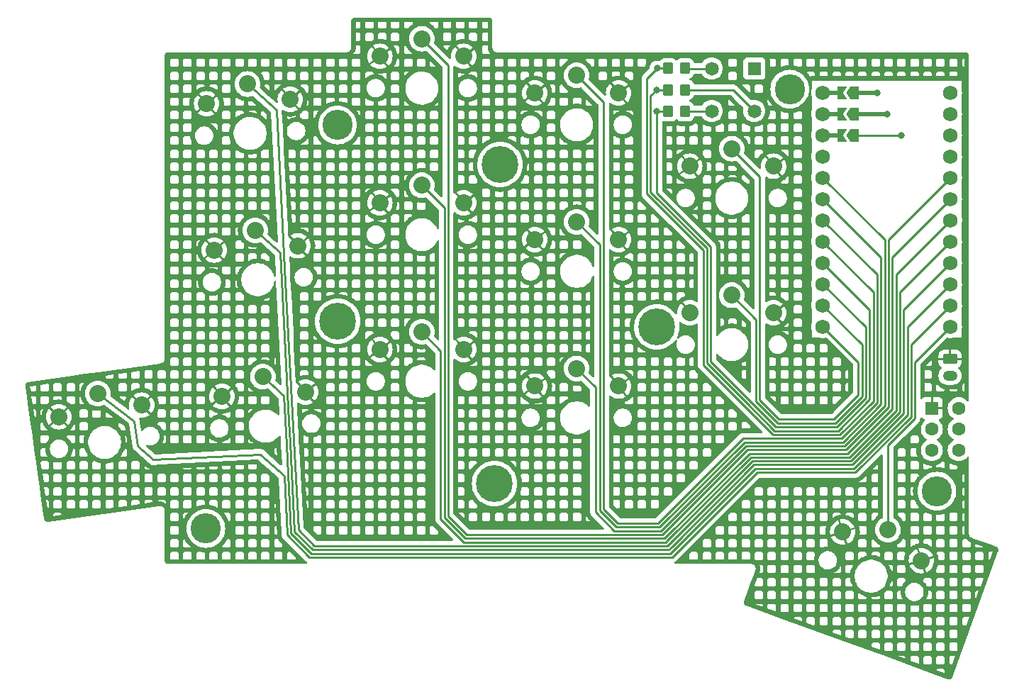
<source format=gbr>
%TF.GenerationSoftware,KiCad,Pcbnew,8.0.5-1.fc40*%
%TF.CreationDate,2024-10-14T16:03:33+11:00*%
%TF.ProjectId,pueo,7075656f-2e6b-4696-9361-645f70636258,0.1*%
%TF.SameCoordinates,Original*%
%TF.FileFunction,Copper,L1,Top*%
%TF.FilePolarity,Positive*%
%FSLAX46Y46*%
G04 Gerber Fmt 4.6, Leading zero omitted, Abs format (unit mm)*
G04 Created by KiCad (PCBNEW 8.0.5-1.fc40) date 2024-10-14 16:03:33*
%MOMM*%
%LPD*%
G01*
G04 APERTURE LIST*
G04 Aperture macros list*
%AMRoundRect*
0 Rectangle with rounded corners*
0 $1 Rounding radius*
0 $2 $3 $4 $5 $6 $7 $8 $9 X,Y pos of 4 corners*
0 Add a 4 corners polygon primitive as box body*
4,1,4,$2,$3,$4,$5,$6,$7,$8,$9,$2,$3,0*
0 Add four circle primitives for the rounded corners*
1,1,$1+$1,$2,$3*
1,1,$1+$1,$4,$5*
1,1,$1+$1,$6,$7*
1,1,$1+$1,$8,$9*
0 Add four rect primitives between the rounded corners*
20,1,$1+$1,$2,$3,$4,$5,0*
20,1,$1+$1,$4,$5,$6,$7,0*
20,1,$1+$1,$6,$7,$8,$9,0*
20,1,$1+$1,$8,$9,$2,$3,0*%
%AMFreePoly0*
4,1,6,0.500000,-0.750000,-0.650000,-0.750000,-0.150000,0.000000,-0.650000,0.750000,0.500000,0.750000,0.500000,-0.750000,0.500000,-0.750000,$1*%
%AMFreePoly1*
4,1,6,1.000000,0.000000,0.500000,-0.750000,-0.500000,-0.750000,-0.500000,0.750000,0.500000,0.750000,1.000000,0.000000,1.000000,0.000000,$1*%
G04 Aperture macros list end*
%TA.AperFunction,SMDPad,CuDef*%
%ADD10RoundRect,0.250000X-0.350000X-0.450000X0.350000X-0.450000X0.350000X0.450000X-0.350000X0.450000X0*%
%TD*%
%TA.AperFunction,ComponentPad*%
%ADD11C,2.032000*%
%TD*%
%TA.AperFunction,ComponentPad*%
%ADD12O,1.750000X1.200000*%
%TD*%
%TA.AperFunction,ComponentPad*%
%ADD13C,3.600000*%
%TD*%
%TA.AperFunction,SMDPad,CuDef*%
%ADD14FreePoly0,180.000000*%
%TD*%
%TA.AperFunction,SMDPad,CuDef*%
%ADD15R,1.524000X0.500000*%
%TD*%
%TA.AperFunction,ComponentPad*%
%ADD16C,1.752600*%
%TD*%
%TA.AperFunction,SMDPad,CuDef*%
%ADD17FreePoly1,180.000000*%
%TD*%
%TA.AperFunction,ComponentPad*%
%ADD18R,1.640000X1.640000*%
%TD*%
%TA.AperFunction,ComponentPad*%
%ADD19C,1.640000*%
%TD*%
%TA.AperFunction,ComponentPad*%
%ADD20C,4.400000*%
%TD*%
%TA.AperFunction,ComponentPad*%
%ADD21RoundRect,0.250000X-0.625000X0.350000X-0.625000X-0.350000X0.625000X-0.350000X0.625000X0.350000X0*%
%TD*%
%TA.AperFunction,ComponentPad*%
%ADD22R,1.600000X1.600000*%
%TD*%
%TA.AperFunction,ComponentPad*%
%ADD23C,1.600000*%
%TD*%
%TA.AperFunction,ViaPad*%
%ADD24C,0.800000*%
%TD*%
%TA.AperFunction,Conductor*%
%ADD25C,0.250000*%
%TD*%
%TA.AperFunction,Conductor*%
%ADD26C,0.500000*%
%TD*%
G04 APERTURE END LIST*
D10*
%TO.P,REF\u002A\u002A,1*%
%TO.N,P7*%
X176584161Y-94744024D03*
%TO.P,REF\u002A\u002A,2*%
%TO.N,led3*%
X178584161Y-94744024D03*
%TD*%
D11*
%TO.P,S12,1*%
%TO.N,GND*%
X179156026Y-101293880D03*
X189156026Y-101293880D03*
%TO.P,S12,2*%
%TO.N,P9*%
X184156026Y-99193880D03*
%TD*%
%TO.P,S3,1*%
%TO.N,GND*%
X122383761Y-111307933D03*
X132370056Y-110784573D03*
%TO.P,S3,2*%
%TO.N,P15*%
X127267003Y-108949131D03*
%TD*%
D12*
%TO.P,,2,Pin_2*%
%TO.N,bat+*%
X210230620Y-126293722D03*
%TD*%
D13*
%TO.P,REF\u002A\u002A,1*%
%TO.N,N/C*%
X121376426Y-144550274D03*
%TD*%
D11*
%TO.P,S8,1*%
%TO.N,GND*%
X160656028Y-127543879D03*
X170656028Y-127543879D03*
%TO.P,S8,2*%
%TO.N,P2*%
X165656028Y-125443879D03*
%TD*%
D13*
%TO.P,REF\u002A\u002A,1*%
%TO.N,N/C*%
X208656029Y-140093879D03*
%TD*%
D14*
%TO.P,MCU1,*%
%TO.N,*%
X197331031Y-92498881D03*
D15*
X196406032Y-92498882D03*
D16*
X195036038Y-92498883D03*
X210276027Y-92498885D03*
D14*
X197331031Y-95038882D03*
D15*
X196406030Y-95038882D03*
D16*
%TO.N,GND*%
X195036031Y-95038882D03*
X210276031Y-95038883D03*
%TO.N,*%
X195036032Y-97578881D03*
X210276033Y-97578882D03*
D14*
X197331032Y-97578882D03*
D15*
X196406030Y-97578882D03*
D16*
X210276032Y-100118884D03*
X195036031Y-100118884D03*
D17*
%TO.P,MCU1,1*%
%TO.N,RAW*%
X198781028Y-92498881D03*
%TO.P,MCU1,2*%
%TO.N,GND*%
X198781031Y-95038881D03*
%TO.P,MCU1,3*%
%TO.N,RST*%
X198781031Y-97578882D03*
D16*
%TO.P,MCU1,5*%
%TO.N,P21*%
X210276031Y-102658882D03*
%TO.P,MCU1,6*%
%TO.N,P20*%
X210276031Y-105198881D03*
%TO.P,MCU1,7*%
%TO.N,P19*%
X210276031Y-107738883D03*
%TO.P,MCU1,8*%
%TO.N,P18*%
X210276032Y-110278883D03*
%TO.P,MCU1,9*%
%TO.N,P15*%
X210276031Y-112818880D03*
%TO.P,MCU1,10*%
%TO.N,P14*%
X210276030Y-115358883D03*
%TO.P,MCU1,11*%
%TO.N,P16*%
X210276031Y-117898882D03*
%TO.P,MCU1,12*%
%TO.N,P10*%
X210276024Y-120438881D03*
%TO.P,MCU1,17*%
%TO.N,P2*%
X195036030Y-102658881D03*
%TO.P,MCU1,18*%
%TO.N,P3*%
X195036031Y-105198881D03*
%TO.P,MCU1,19*%
%TO.N,P4*%
X195036031Y-107738883D03*
%TO.P,MCU1,20*%
%TO.N,P5*%
X195036031Y-110278882D03*
%TO.P,MCU1,21*%
%TO.N,P6*%
X195036030Y-112818880D03*
%TO.P,MCU1,22*%
%TO.N,P7*%
X195036029Y-115358882D03*
%TO.P,MCU1,23*%
%TO.N,P8*%
X195036031Y-117898881D03*
%TO.P,MCU1,24*%
%TO.N,P9*%
X195036035Y-120438879D03*
%TD*%
D11*
%TO.P,S13,1*%
%TO.N,GND*%
X197407242Y-144962944D03*
X206804169Y-148383146D03*
%TO.P,S13,2*%
%TO.N,P10*%
X202823948Y-144699691D03*
%TD*%
D13*
%TO.P,REF\u002A\u002A,1*%
%TO.N,N/C*%
X191094500Y-92098000D03*
%TD*%
D11*
%TO.P,S2,1*%
%TO.N,GND*%
X123299642Y-128783953D03*
X133285937Y-128260593D03*
%TO.P,S2,2*%
%TO.N,P14*%
X128182884Y-126425151D03*
%TD*%
D18*
%TO.P,REF\u002A\u002A,1*%
%TO.N,RAW*%
X186851025Y-89617471D03*
D19*
%TO.P,REF\u002A\u002A,2*%
%TO.N,led2*%
X186851025Y-94697471D03*
%TO.P,REF\u002A\u002A,3*%
%TO.N,led3*%
X181771025Y-94697471D03*
%TO.P,REF\u002A\u002A,4*%
%TO.N,led4*%
X181771025Y-89617471D03*
%TD*%
D11*
%TO.P,S7,1*%
%TO.N,GND*%
X142156030Y-88168878D03*
X152156030Y-88168878D03*
%TO.P,S7,2*%
%TO.N,P21*%
X147156030Y-86068878D03*
%TD*%
%TO.P,S5,1*%
%TO.N,GND*%
X142156030Y-123168877D03*
X152156030Y-123168877D03*
%TO.P,S5,2*%
%TO.N,P19*%
X147156030Y-121068877D03*
%TD*%
%TO.P,S10,1*%
%TO.N,GND*%
X160656031Y-92543881D03*
X170656031Y-92543881D03*
%TO.P,S10,2*%
%TO.N,P4*%
X165656031Y-90443881D03*
%TD*%
%TO.P,S4,1*%
%TO.N,GND*%
X121467879Y-93831917D03*
X131454174Y-93308557D03*
%TO.P,S4,2*%
%TO.N,P18*%
X126351121Y-91473115D03*
%TD*%
D10*
%TO.P,REF\u002A\u002A,1*%
%TO.N,P5*%
X176584162Y-89594022D03*
%TO.P,REF\u002A\u002A,2*%
%TO.N,led4*%
X178584162Y-89594022D03*
%TD*%
D11*
%TO.P,S11,1*%
%TO.N,GND*%
X179156029Y-118793876D03*
X189156029Y-118793876D03*
%TO.P,S11,2*%
%TO.N,P8*%
X184156029Y-116693876D03*
%TD*%
%TO.P,S6,1*%
%TO.N,GND*%
X142156027Y-105668877D03*
X152156027Y-105668877D03*
%TO.P,S6,2*%
%TO.N,P20*%
X147156027Y-103568877D03*
%TD*%
%TO.P,S1,1*%
%TO.N,GND*%
X103812545Y-131206675D03*
X113715226Y-129814948D03*
%TO.P,S1,2*%
%TO.N,P16*%
X108471622Y-128431250D03*
%TD*%
D13*
%TO.P,REF\u002A\u002A,1*%
%TO.N,N/C*%
X137095585Y-96366398D03*
%TD*%
D10*
%TO.P,REF\u002A\u002A,1*%
%TO.N,P6*%
X176584162Y-92157474D03*
%TO.P,REF\u002A\u002A,2*%
%TO.N,led2*%
X178584162Y-92157474D03*
%TD*%
D20*
%TO.P,REF\u002A\u002A,1*%
%TO.N,N/C*%
X137125410Y-119801411D03*
X156504977Y-101086780D03*
X155840041Y-139180978D03*
X175219608Y-120466347D03*
%TD*%
D21*
%TO.P,,1,Pin_1*%
%TO.N,GND*%
X210230624Y-124293721D03*
%TD*%
D11*
%TO.P,S9,1*%
%TO.N,GND*%
X160656024Y-110043883D03*
X170656024Y-110043883D03*
%TO.P,S9,2*%
%TO.N,P3*%
X165656024Y-107943883D03*
%TD*%
D22*
%TO.P,on/off,1*%
%TO.N,GND*%
X208056031Y-130193873D03*
D23*
%TO.P,on/off,2*%
%TO.N,bat+*%
X208056024Y-132693874D03*
%TO.P,on/off,3*%
%TO.N,RAW*%
X208056039Y-135193873D03*
%TO.P,on/off,4*%
%TO.N,N/C*%
X211256041Y-130193865D03*
%TO.P,on/off,5*%
X211256036Y-132693873D03*
%TO.P,on/off,6*%
X211256025Y-135193872D03*
%TD*%
D24*
%TO.N,P6*%
X175192432Y-92157471D03*
%TO.N,P5*%
X175255879Y-89594024D03*
%TO.N,P7*%
X175206175Y-94744022D03*
%TO.N,RAW*%
X201500000Y-92498881D03*
%TO.N,GND*%
X202700000Y-95038880D03*
%TO.N,RST*%
X204421118Y-97578882D03*
%TD*%
D25*
%TO.N,P2*%
X197638934Y-134694026D02*
X189834160Y-134694023D01*
X167906029Y-127693875D02*
X167906025Y-142594025D01*
X175034160Y-144844023D02*
X170156030Y-144844023D01*
X202434163Y-110057015D02*
X202434163Y-110507628D01*
X202434163Y-110507628D02*
X202434161Y-124794025D01*
X165656028Y-125443874D02*
X167906029Y-127693875D01*
X176181775Y-144391636D02*
X175729390Y-144844026D01*
X195036032Y-102658882D02*
X202434163Y-110057015D01*
X175729390Y-144844026D02*
X175034160Y-144844023D01*
X202434164Y-129898796D02*
X197638934Y-134694026D01*
X185879389Y-134694023D02*
X176181775Y-144391636D01*
X167906025Y-142594025D02*
X170156030Y-144844023D01*
X189834160Y-134694023D02*
X185879389Y-134694023D01*
X202434161Y-124794025D02*
X202434164Y-129898796D01*
%TO.N,P6*%
X196893351Y-132894026D02*
X200634158Y-129153211D01*
X176584161Y-92157473D02*
X175192432Y-92157471D01*
X200634163Y-118417009D02*
X195036028Y-112818881D01*
X185865425Y-129484477D02*
X189274973Y-132894023D01*
X200634158Y-129153211D02*
X200634163Y-118417009D01*
X174481172Y-92868730D02*
X175192432Y-92157471D01*
X185865425Y-129484477D02*
X181206031Y-124825076D01*
X181206029Y-111107479D02*
X174481177Y-104382631D01*
X174481177Y-104382631D02*
X174481172Y-92868730D01*
X189274973Y-132894023D02*
X196893351Y-132894026D01*
X181206031Y-124825076D02*
X181206029Y-111107479D01*
%TO.N,P4*%
X190284158Y-133794026D02*
X185506599Y-133794024D01*
X201534163Y-129526003D02*
X197266140Y-133794027D01*
X197266140Y-133794027D02*
X190284158Y-133794026D01*
X170542572Y-143944024D02*
X168856026Y-142257478D01*
X185506599Y-133794024D02*
X175356596Y-143944026D01*
X201534161Y-114237012D02*
X201534163Y-129526003D01*
X168856026Y-142257478D02*
X168856027Y-93643874D01*
X168856027Y-93643874D02*
X165656035Y-90443885D01*
X195036033Y-107738884D02*
X201534161Y-114237012D01*
X175356596Y-143944026D02*
X170542572Y-143944024D01*
%TO.N,P3*%
X175542995Y-144394023D02*
X185692995Y-134244022D01*
X168406030Y-110693881D02*
X168406028Y-142443875D01*
X185692995Y-134244022D02*
X190034160Y-134244022D01*
X195036033Y-105198882D02*
X201984160Y-112147008D01*
X168406028Y-142443875D02*
X170356176Y-144394025D01*
X201984160Y-112147008D02*
X201984158Y-129712397D01*
X197452539Y-134244023D02*
X190034160Y-134244022D01*
X201984158Y-129712397D02*
X197452539Y-134244023D01*
X165656027Y-107943881D02*
X168406030Y-110693881D01*
X170356176Y-144394025D02*
X175542995Y-144394023D01*
%TO.N,P5*%
X176584162Y-89594025D02*
X175255879Y-89594024D01*
X189088578Y-133344023D02*
X197079743Y-133344023D01*
X201084161Y-116327010D02*
X195036033Y-110278880D01*
X180756027Y-111293877D02*
X180756027Y-125011475D01*
X174031175Y-104569021D02*
X180756027Y-111293877D01*
X174031177Y-90818726D02*
X174031175Y-104569021D01*
X175255879Y-89594024D02*
X174031177Y-90818726D01*
X201084163Y-129339606D02*
X201084161Y-116327010D01*
X197079743Y-133344023D02*
X201084163Y-129339606D01*
X180756027Y-125011475D02*
X189088578Y-133344023D01*
%TO.N,P7*%
X176584162Y-94744022D02*
X175206175Y-94744022D01*
X181656026Y-110921085D02*
X181656026Y-124638681D01*
X181656026Y-124638681D02*
X189461371Y-132444025D01*
X189461371Y-132444025D02*
X196706954Y-132444024D01*
X200184162Y-128966815D02*
X200184163Y-120507010D01*
X175206174Y-104471231D02*
X181656026Y-110921085D01*
X175206175Y-94744022D02*
X175206174Y-104471231D01*
X196706954Y-132444024D02*
X200184162Y-128966815D01*
X200184163Y-120507010D02*
X195036029Y-115358880D01*
X176109165Y-95219027D02*
X176584162Y-94744022D01*
%TO.N,P8*%
X199734163Y-128780419D02*
X196520558Y-131994025D01*
X199734160Y-122597010D02*
X199734161Y-124294023D01*
X195036031Y-117898884D02*
X199734160Y-122597010D01*
X187059000Y-129405257D02*
X187059000Y-119596847D01*
X199734161Y-124294023D02*
X199734163Y-128780419D01*
X196520558Y-131994025D02*
X189647765Y-131994022D01*
X187059000Y-119596847D02*
X184156031Y-116693878D01*
X189647765Y-131994022D02*
X187059000Y-129405257D01*
D26*
%TO.N,RAW*%
X198781028Y-92498881D02*
X201500000Y-92498881D01*
D25*
X201500000Y-92498881D02*
X201598881Y-92498881D01*
D26*
%TO.N,GND*%
X198781031Y-95038881D02*
X202661119Y-95038881D01*
D25*
%TO.N,RST*%
X198781031Y-97578882D02*
X204378882Y-97578882D01*
%TO.N,P21*%
X150306030Y-143071231D02*
X152528819Y-145294027D01*
X197825332Y-135144024D02*
X202884160Y-130085190D01*
X175915786Y-145294024D02*
X186065787Y-135144023D01*
X202884162Y-110050749D02*
X210276030Y-102658879D01*
X202884160Y-130085190D02*
X202884162Y-110050749D01*
X147156030Y-86068876D02*
X150306029Y-89218876D01*
X150306029Y-89218876D02*
X150306030Y-143071231D01*
X186065787Y-135144023D02*
X197825332Y-135144024D01*
X152528819Y-145294027D02*
X175915786Y-145294024D01*
%TO.N,P20*%
X203334162Y-126644026D02*
X203334161Y-127294026D01*
X147156028Y-103568878D02*
X149856027Y-106268880D01*
X176102184Y-145744026D02*
X186252183Y-135594022D01*
X186252183Y-135594022D02*
X191034163Y-135594023D01*
X152342424Y-145744023D02*
X176102184Y-145744026D01*
X203334161Y-113994021D02*
X203334161Y-123894024D01*
X198011727Y-135594027D02*
X191034163Y-135594023D01*
X203334162Y-112140752D02*
X203334161Y-113994021D01*
X149856028Y-143257628D02*
X152342424Y-145744023D01*
X210276034Y-105198882D02*
X203334162Y-112140752D01*
X203334161Y-127294026D02*
X203334158Y-130271585D01*
X203334158Y-130271585D02*
X198011727Y-135594027D01*
X149856027Y-106268880D02*
X149856028Y-143257628D01*
X203334161Y-123894024D02*
X203334162Y-126644026D01*
%TO.N,P19*%
X210276032Y-107738881D02*
X203784164Y-114230751D01*
X191034162Y-136044025D02*
X186438578Y-136044024D01*
X198198122Y-136044024D02*
X191034162Y-136044025D01*
X176288575Y-146194025D02*
X171784160Y-146194024D01*
X149406029Y-143444023D02*
X152156031Y-146194025D01*
X203784163Y-130457983D02*
X198198122Y-136044024D01*
X176511372Y-145971230D02*
X176288575Y-146194025D01*
X203784164Y-114230751D02*
X203784163Y-130457983D01*
X147156032Y-121068878D02*
X149406030Y-123318874D01*
X149406030Y-123318874D02*
X149406029Y-143444023D01*
X171784160Y-146194024D02*
X152156031Y-146194025D01*
X186438578Y-136044024D02*
X176511372Y-145971230D01*
%TO.N,P18*%
X131851163Y-133978422D02*
X132413773Y-144713689D01*
X152406024Y-146644026D02*
X138906026Y-146644024D01*
X210276033Y-110278884D02*
X204234159Y-116320752D01*
X171034163Y-146644020D02*
X152406024Y-146644026D01*
X204234164Y-122394027D02*
X204234160Y-130644380D01*
X130778280Y-113506517D02*
X131851163Y-133978422D01*
X126351121Y-91473113D02*
X129785623Y-94565547D01*
X204234160Y-130644380D02*
X198384517Y-136494025D01*
X186624976Y-136494023D02*
X177204569Y-145914429D01*
X138906026Y-146644024D02*
X138606176Y-146644020D01*
X129785623Y-94565547D02*
X130778280Y-113506517D01*
X138606176Y-146644020D02*
X134344104Y-146644021D01*
X191534161Y-136494022D02*
X186624976Y-136494023D01*
X204234159Y-116320752D02*
X204234162Y-120394025D01*
X176474974Y-146644026D02*
X171034163Y-146644020D01*
X198384517Y-136494025D02*
X191534161Y-136494022D01*
X134344104Y-146644021D02*
X132413773Y-144713689D01*
X177204569Y-145914429D02*
X176474974Y-146644026D01*
X204234162Y-120394025D02*
X204234164Y-122394027D01*
%TO.N,P15*%
X138156029Y-147094026D02*
X138005879Y-147094021D01*
X131284024Y-131755056D02*
X131414863Y-134251631D01*
X134131915Y-147094023D02*
X138005879Y-147094021D01*
X204684161Y-118410750D02*
X204684158Y-130830776D01*
X192334160Y-136944022D02*
X186811367Y-136944021D01*
X177022765Y-146732627D02*
X176661369Y-147094023D01*
X152406025Y-147094024D02*
X138156029Y-147094026D01*
X170156027Y-147094025D02*
X152406025Y-147094024D01*
X176661369Y-147094023D02*
X170156027Y-147094025D01*
X186811367Y-136944021D02*
X177022765Y-146732627D01*
X131414863Y-134251631D02*
X131974855Y-144936966D01*
X130228567Y-111615738D02*
X131284024Y-131755056D01*
X198570914Y-136944024D02*
X192334160Y-136944022D01*
X210276033Y-112818880D02*
X204684161Y-118410750D01*
X127267001Y-108949130D02*
X130228567Y-111615738D01*
X204684158Y-130830776D02*
X198570914Y-136944024D01*
X131974855Y-144936966D02*
X134131915Y-147094023D01*
%TO.N,P14*%
X205134164Y-120500753D02*
X205134161Y-131017170D01*
X130671510Y-128665920D02*
X130978561Y-134524841D01*
X131535231Y-145146660D02*
X131530263Y-145051895D01*
X151685990Y-147544024D02*
X151685990Y-147544025D01*
X176965965Y-147425828D02*
X176847765Y-147544025D01*
X133932592Y-147544025D02*
X131535231Y-145146660D01*
X169406026Y-147544026D02*
X151685990Y-147544024D01*
X130978561Y-134524841D02*
X131530263Y-145051895D01*
X151685990Y-147544025D02*
X133932592Y-147544025D01*
X198757309Y-137394022D02*
X194034159Y-137394022D01*
X194034159Y-137394022D02*
X186997766Y-137394026D01*
X176847765Y-147544025D02*
X172534162Y-147544024D01*
X205134161Y-131017170D02*
X198757309Y-137394022D01*
X128182884Y-126425149D02*
X130671510Y-128665920D01*
X172534162Y-147544024D02*
X169406026Y-147544026D01*
X186997766Y-137394026D02*
X176965965Y-147425828D01*
X210276029Y-115358885D02*
X205134164Y-120500753D01*
%TO.N,P16*%
X151656029Y-147994023D02*
X134222323Y-147994023D01*
X187184161Y-137844023D02*
X177034162Y-147994023D01*
X194234163Y-137844020D02*
X187184161Y-137844023D01*
X115084992Y-136343902D02*
X113245802Y-134687888D01*
X130723932Y-138264507D02*
X127848016Y-135675021D01*
X133746195Y-147994022D02*
X131064432Y-145312260D01*
X127848016Y-135675021D02*
X115084992Y-136343902D01*
X167284161Y-147994025D02*
X151656029Y-147994023D01*
X205584162Y-122590751D02*
X205584159Y-124594025D01*
X131064432Y-145312260D02*
X131091702Y-145281974D01*
X205584164Y-125494027D02*
X205584162Y-131203569D01*
X205584159Y-124594025D02*
X205584164Y-125494027D01*
X198943707Y-137844025D02*
X194234163Y-137844020D01*
X112827832Y-131713887D02*
X113245802Y-134687888D01*
X205584162Y-131203569D02*
X198943707Y-137844025D01*
X210276032Y-117898879D02*
X205584162Y-122590751D01*
X108471624Y-128431248D02*
X112827832Y-131713887D01*
X131091702Y-145281974D02*
X130723932Y-138264507D01*
X177034162Y-147994023D02*
X167284161Y-147994025D01*
X134222323Y-147994023D02*
X133746195Y-147994022D01*
%TO.N,P10*%
X202823946Y-144699694D02*
X202823945Y-134600177D01*
X210276026Y-120438879D02*
X206034161Y-124680745D01*
X206034160Y-131389964D02*
X205943139Y-131480988D01*
X202823945Y-134600177D02*
X205943139Y-131480988D01*
X206034161Y-124680745D02*
X206034160Y-131389964D01*
%TO.N,P9*%
X195036036Y-120438877D02*
X199284161Y-124687003D01*
X199284160Y-128594022D02*
X196384162Y-131494027D01*
X186031027Y-101068880D02*
X184156026Y-99193878D01*
X189784161Y-131494026D02*
X187501000Y-129210865D01*
X187501000Y-129210865D02*
X187501000Y-102538853D01*
X199284161Y-124687003D02*
X199284160Y-128594022D01*
X187501000Y-102538853D02*
X186031027Y-101068880D01*
X196384162Y-131494027D02*
X189784161Y-131494026D01*
%TO.N,led4*%
X181771024Y-89617473D02*
X178607609Y-89617473D01*
X178607609Y-89617473D02*
X178584162Y-89594022D01*
%TO.N,led3*%
X178630711Y-94697475D02*
X178584161Y-94744021D01*
X181771023Y-94697472D02*
X178630711Y-94697475D01*
%TO.N,led2*%
X184311025Y-92157471D02*
X178584162Y-92157475D01*
X186851026Y-94697470D02*
X184311025Y-92157471D01*
%TD*%
%TA.AperFunction,Conductor*%
%TO.N,GND*%
G36*
X155147903Y-83544377D02*
G01*
X155164065Y-83545437D01*
X155249708Y-83556717D01*
X155280969Y-83565095D01*
X155353189Y-83595012D01*
X155381220Y-83611197D01*
X155443232Y-83658781D01*
X155466121Y-83681670D01*
X155513706Y-83743685D01*
X155529890Y-83771715D01*
X155559806Y-83843935D01*
X155568183Y-83875194D01*
X155579468Y-83960889D01*
X155580529Y-83977070D01*
X155580529Y-87042504D01*
X155580525Y-87042514D01*
X155580524Y-87093872D01*
X155580522Y-87158717D01*
X155580523Y-87158720D01*
X155609375Y-87285154D01*
X155645119Y-87359379D01*
X155665644Y-87402002D01*
X155665654Y-87402014D01*
X155746502Y-87503398D01*
X155784724Y-87533878D01*
X155847899Y-87584257D01*
X155964746Y-87640524D01*
X156091184Y-87669378D01*
X156156011Y-87669376D01*
X212060402Y-87669376D01*
X212076571Y-87670437D01*
X212162213Y-87681716D01*
X212193471Y-87690094D01*
X212265693Y-87720012D01*
X212293720Y-87736194D01*
X212302668Y-87743061D01*
X212355737Y-87783785D01*
X212378622Y-87806671D01*
X212426206Y-87868683D01*
X212442392Y-87896716D01*
X212472307Y-87968935D01*
X212480685Y-88000201D01*
X212491969Y-88085895D01*
X212493030Y-88102083D01*
X212493030Y-129285891D01*
X212473345Y-129352930D01*
X212420541Y-129398685D01*
X212351383Y-129408629D01*
X212287827Y-129379604D01*
X212267458Y-129357019D01*
X212267062Y-129356453D01*
X212262239Y-129349565D01*
X212100341Y-129187667D01*
X211912790Y-129056342D01*
X211912786Y-129056340D01*
X211705290Y-128959583D01*
X211705279Y-128959579D01*
X211484130Y-128900322D01*
X211484122Y-128900321D01*
X211256043Y-128880367D01*
X211256039Y-128880367D01*
X211027959Y-128900321D01*
X211027951Y-128900322D01*
X210806802Y-128959579D01*
X210806791Y-128959583D01*
X210599295Y-129056340D01*
X210599293Y-129056341D01*
X210538326Y-129099031D01*
X210411741Y-129187667D01*
X210411739Y-129187668D01*
X210411736Y-129187671D01*
X210249847Y-129349560D01*
X210249846Y-129349562D01*
X210249843Y-129349565D01*
X210182724Y-129445421D01*
X210118517Y-129537117D01*
X210118516Y-129537119D01*
X210021759Y-129744615D01*
X210021755Y-129744626D01*
X209962498Y-129965775D01*
X209962497Y-129965783D01*
X209942543Y-130193863D01*
X209942543Y-130193866D01*
X209962497Y-130421946D01*
X209962498Y-130421954D01*
X210021755Y-130643103D01*
X210021759Y-130643114D01*
X210111952Y-130836534D01*
X210118518Y-130850614D01*
X210249843Y-131038165D01*
X210411741Y-131200063D01*
X210599292Y-131331388D01*
X210599490Y-131331480D01*
X210599562Y-131331544D01*
X210603978Y-131334093D01*
X210603465Y-131334980D01*
X210651934Y-131377647D01*
X210671093Y-131444838D01*
X210650884Y-131511721D01*
X210603486Y-131552802D01*
X210603973Y-131553645D01*
X210599603Y-131556167D01*
X210599520Y-131556240D01*
X210599301Y-131556342D01*
X210599288Y-131556349D01*
X210567241Y-131578789D01*
X210411736Y-131687675D01*
X210411734Y-131687676D01*
X210411731Y-131687679D01*
X210249842Y-131849568D01*
X210249839Y-131849571D01*
X210249838Y-131849573D01*
X210208475Y-131908645D01*
X210118512Y-132037125D01*
X210118511Y-132037127D01*
X210021754Y-132244623D01*
X210021750Y-132244634D01*
X209962493Y-132465783D01*
X209962492Y-132465791D01*
X209942538Y-132693871D01*
X209942538Y-132693874D01*
X209962492Y-132921954D01*
X209962493Y-132921962D01*
X210021750Y-133143111D01*
X210021754Y-133143122D01*
X210105366Y-133322428D01*
X210118513Y-133350622D01*
X210249838Y-133538173D01*
X210411736Y-133700071D01*
X210599287Y-133831396D01*
X210599474Y-133831483D01*
X210599542Y-133831543D01*
X210603973Y-133834101D01*
X210603459Y-133834991D01*
X210651917Y-133877650D01*
X210671075Y-133944841D01*
X210650866Y-134011724D01*
X210603475Y-134052800D01*
X210603962Y-134053644D01*
X210599590Y-134056167D01*
X210599507Y-134056240D01*
X210599289Y-134056341D01*
X210599277Y-134056348D01*
X210560933Y-134083197D01*
X210411725Y-134187674D01*
X210411723Y-134187675D01*
X210411720Y-134187678D01*
X210249831Y-134349567D01*
X210249828Y-134349570D01*
X210249827Y-134349572D01*
X210224851Y-134385242D01*
X210118501Y-134537124D01*
X210118500Y-134537126D01*
X210021743Y-134744622D01*
X210021739Y-134744633D01*
X209962482Y-134965782D01*
X209962481Y-134965790D01*
X209942527Y-135193870D01*
X209942527Y-135193873D01*
X209962481Y-135421953D01*
X209962482Y-135421961D01*
X210021739Y-135643110D01*
X210021743Y-135643121D01*
X210101518Y-135814198D01*
X210118502Y-135850621D01*
X210249827Y-136038172D01*
X210411725Y-136200070D01*
X210599276Y-136331395D01*
X210724116Y-136389608D01*
X210806775Y-136428153D01*
X210806777Y-136428153D01*
X210806782Y-136428156D01*
X211027938Y-136487415D01*
X211189662Y-136501564D01*
X211256023Y-136507370D01*
X211256025Y-136507370D01*
X211256027Y-136507370D01*
X211322388Y-136501564D01*
X211484112Y-136487415D01*
X211705268Y-136428156D01*
X211912774Y-136331395D01*
X212100325Y-136200070D01*
X212262223Y-136038172D01*
X212267456Y-136030697D01*
X212322032Y-135987074D01*
X212391530Y-135979880D01*
X212453885Y-136011403D01*
X212489299Y-136071632D01*
X212493030Y-136101822D01*
X212493030Y-145156126D01*
X212493054Y-145156386D01*
X212493068Y-145188253D01*
X212493068Y-145188255D01*
X212516838Y-145303401D01*
X212516839Y-145303404D01*
X212516840Y-145303408D01*
X212516842Y-145303412D01*
X212563406Y-145411374D01*
X212563409Y-145411379D01*
X212630851Y-145507702D01*
X212716379Y-145588394D01*
X212816459Y-145650123D01*
X212845913Y-145660857D01*
X212846021Y-145660910D01*
X212857581Y-145665117D01*
X212857583Y-145665119D01*
X215350043Y-146572297D01*
X215689959Y-146696016D01*
X215689964Y-146696018D01*
X215702724Y-146700662D01*
X215702725Y-146700663D01*
X215718138Y-146706273D01*
X215732970Y-146712800D01*
X215809585Y-146752685D01*
X215836099Y-146771253D01*
X215893719Y-146824057D01*
X215914527Y-146848857D01*
X215956519Y-146914781D01*
X215970197Y-146944119D01*
X215993694Y-147018658D01*
X215999313Y-147050540D01*
X216002715Y-147128620D01*
X215999891Y-147160869D01*
X215981085Y-147245657D01*
X215976546Y-147261225D01*
X215963924Y-147295893D01*
X215963920Y-147295915D01*
X210509956Y-162280567D01*
X210503418Y-162295424D01*
X210463534Y-162372023D01*
X210444966Y-162398536D01*
X210392160Y-162456155D01*
X210367363Y-162476960D01*
X210301438Y-162518953D01*
X210272101Y-162532631D01*
X210197559Y-162556130D01*
X210165679Y-162561749D01*
X210087597Y-162565154D01*
X210055353Y-162562332D01*
X209970568Y-162543533D01*
X209954997Y-162538994D01*
X209929850Y-162529840D01*
X209929834Y-162529836D01*
X206948551Y-161444738D01*
X208584025Y-161444738D01*
X208584025Y-161456831D01*
X209586025Y-161821528D01*
X209586025Y-161444738D01*
X209433663Y-161292376D01*
X208736387Y-161292376D01*
X208584025Y-161444738D01*
X206948551Y-161444738D01*
X202427355Y-159799158D01*
X204029604Y-159799158D01*
X204936025Y-160129067D01*
X204936025Y-159894738D01*
X205484025Y-159894738D01*
X205484025Y-160328523D01*
X206411822Y-160666214D01*
X206486025Y-160592012D01*
X206486025Y-159894738D01*
X207034025Y-159894738D01*
X207034025Y-160592014D01*
X207186387Y-160744376D01*
X207883663Y-160744376D01*
X208036025Y-160592014D01*
X208036025Y-159894738D01*
X208584025Y-159894738D01*
X208584025Y-160592014D01*
X208736387Y-160744376D01*
X209433663Y-160744376D01*
X209586025Y-160592014D01*
X209586025Y-159894738D01*
X210134025Y-159894738D01*
X210134025Y-160592014D01*
X210286387Y-160744376D01*
X210485913Y-160744376D01*
X210850611Y-159742376D01*
X210286387Y-159742376D01*
X210134025Y-159894738D01*
X209586025Y-159894738D01*
X209433663Y-159742376D01*
X208736387Y-159742376D01*
X208584025Y-159894738D01*
X208036025Y-159894738D01*
X207883663Y-159742376D01*
X207186387Y-159742376D01*
X207034025Y-159894738D01*
X206486025Y-159894738D01*
X206333663Y-159742376D01*
X205636387Y-159742376D01*
X205484025Y-159894738D01*
X204936025Y-159894738D01*
X204783663Y-159742376D01*
X204086387Y-159742376D01*
X204029604Y-159799158D01*
X202427355Y-159799158D01*
X198431368Y-158344738D01*
X200834025Y-158344738D01*
X200834025Y-158636061D01*
X201836025Y-159000760D01*
X201836025Y-158344738D01*
X202384025Y-158344738D01*
X202384025Y-159042014D01*
X202536387Y-159194376D01*
X203233663Y-159194376D01*
X203386025Y-159042014D01*
X203386025Y-158344738D01*
X203934025Y-158344738D01*
X203934025Y-159042014D01*
X204086387Y-159194376D01*
X204783663Y-159194376D01*
X204936025Y-159042014D01*
X204936025Y-158344738D01*
X205484025Y-158344738D01*
X205484025Y-159042014D01*
X205636387Y-159194376D01*
X206333663Y-159194376D01*
X206486025Y-159042014D01*
X206486025Y-158344738D01*
X207034025Y-158344738D01*
X207034025Y-159042014D01*
X207186387Y-159194376D01*
X207883663Y-159194376D01*
X208036025Y-159042014D01*
X208036025Y-158344738D01*
X208584025Y-158344738D01*
X208584025Y-159042014D01*
X208736387Y-159194376D01*
X209433663Y-159194376D01*
X209586025Y-159042014D01*
X209586025Y-158344738D01*
X210134025Y-158344738D01*
X210134025Y-159042014D01*
X210286387Y-159194376D01*
X210983662Y-159194376D01*
X211088066Y-159089970D01*
X211136025Y-158958206D01*
X211136025Y-158344738D01*
X210983663Y-158192376D01*
X210286387Y-158192376D01*
X210134025Y-158344738D01*
X209586025Y-158344738D01*
X209433663Y-158192376D01*
X208736387Y-158192376D01*
X208584025Y-158344738D01*
X208036025Y-158344738D01*
X207883663Y-158192376D01*
X207186387Y-158192376D01*
X207034025Y-158344738D01*
X206486025Y-158344738D01*
X206333663Y-158192376D01*
X205636387Y-158192376D01*
X205484025Y-158344738D01*
X204936025Y-158344738D01*
X204783663Y-158192376D01*
X204086387Y-158192376D01*
X203934025Y-158344738D01*
X203386025Y-158344738D01*
X203233663Y-158192376D01*
X202536387Y-158192376D01*
X202384025Y-158344738D01*
X201836025Y-158344738D01*
X201683663Y-158192376D01*
X200986387Y-158192376D01*
X200834025Y-158344738D01*
X198431368Y-158344738D01*
X194172777Y-156794738D01*
X196184025Y-156794738D01*
X196184025Y-156943600D01*
X197186025Y-157308299D01*
X197186025Y-156794738D01*
X197734025Y-156794738D01*
X197734025Y-157492014D01*
X197758773Y-157516762D01*
X198109387Y-157644376D01*
X198583663Y-157644376D01*
X198736025Y-157492014D01*
X198736025Y-156794738D01*
X199284025Y-156794738D01*
X199284025Y-157492014D01*
X199436387Y-157644376D01*
X200133663Y-157644376D01*
X200286025Y-157492014D01*
X200286025Y-156794738D01*
X200834025Y-156794738D01*
X200834025Y-157492014D01*
X200986387Y-157644376D01*
X201683663Y-157644376D01*
X201836025Y-157492014D01*
X201836025Y-156794738D01*
X202384025Y-156794738D01*
X202384025Y-157492014D01*
X202536387Y-157644376D01*
X203233663Y-157644376D01*
X203386025Y-157492014D01*
X203386025Y-156794738D01*
X203934025Y-156794738D01*
X203934025Y-157492014D01*
X204086387Y-157644376D01*
X204783663Y-157644376D01*
X204936025Y-157492014D01*
X204936025Y-156794738D01*
X205484025Y-156794738D01*
X205484025Y-157492014D01*
X205636387Y-157644376D01*
X206333663Y-157644376D01*
X206486025Y-157492014D01*
X206486025Y-156794738D01*
X207034025Y-156794738D01*
X207034025Y-157492014D01*
X207186387Y-157644376D01*
X207883663Y-157644376D01*
X208036025Y-157492014D01*
X208036025Y-156794738D01*
X208584025Y-156794738D01*
X208584025Y-157492014D01*
X208736387Y-157644376D01*
X209433663Y-157644376D01*
X209586025Y-157492014D01*
X209586025Y-156794738D01*
X210134025Y-156794738D01*
X210134025Y-157492014D01*
X210286387Y-157644376D01*
X210983663Y-157644376D01*
X211136025Y-157492014D01*
X211136025Y-156794738D01*
X210983663Y-156642376D01*
X210286387Y-156642376D01*
X210134025Y-156794738D01*
X209586025Y-156794738D01*
X209433663Y-156642376D01*
X208736387Y-156642376D01*
X208584025Y-156794738D01*
X208036025Y-156794738D01*
X207883663Y-156642376D01*
X207186387Y-156642376D01*
X207034025Y-156794738D01*
X206486025Y-156794738D01*
X206333663Y-156642376D01*
X205636387Y-156642376D01*
X205484025Y-156794738D01*
X204936025Y-156794738D01*
X204783663Y-156642376D01*
X204086387Y-156642376D01*
X203934025Y-156794738D01*
X203386025Y-156794738D01*
X203233663Y-156642376D01*
X202536387Y-156642376D01*
X202384025Y-156794738D01*
X201836025Y-156794738D01*
X201683663Y-156642376D01*
X200986387Y-156642376D01*
X200834025Y-156794738D01*
X200286025Y-156794738D01*
X200133663Y-156642376D01*
X199436387Y-156642376D01*
X199284025Y-156794738D01*
X198736025Y-156794738D01*
X198583663Y-156642376D01*
X197886387Y-156642376D01*
X197734025Y-156794738D01*
X197186025Y-156794738D01*
X197033663Y-156642376D01*
X196336387Y-156642376D01*
X196184025Y-156794738D01*
X194172777Y-156794738D01*
X189914186Y-155244738D01*
X191534025Y-155244738D01*
X191534025Y-155251139D01*
X192536025Y-155615838D01*
X192536025Y-155244738D01*
X193084025Y-155244738D01*
X193084025Y-155815293D01*
X193850796Y-156094376D01*
X193933663Y-156094376D01*
X194086025Y-155942014D01*
X194086025Y-155244738D01*
X194634025Y-155244738D01*
X194634025Y-155942014D01*
X194786387Y-156094376D01*
X195483663Y-156094376D01*
X195636025Y-155942014D01*
X195636025Y-155244738D01*
X196184025Y-155244738D01*
X196184025Y-155942014D01*
X196336387Y-156094376D01*
X197033663Y-156094376D01*
X197186025Y-155942014D01*
X197186025Y-155244738D01*
X197734025Y-155244738D01*
X197734025Y-155942014D01*
X197886387Y-156094376D01*
X198583663Y-156094376D01*
X198736025Y-155942014D01*
X198736025Y-155244738D01*
X199284025Y-155244738D01*
X199284025Y-155942014D01*
X199436387Y-156094376D01*
X200133663Y-156094376D01*
X200286025Y-155942014D01*
X200286025Y-155244738D01*
X200834025Y-155244738D01*
X200834025Y-155942014D01*
X200986387Y-156094376D01*
X201683663Y-156094376D01*
X201836025Y-155942014D01*
X201836025Y-155244738D01*
X202384025Y-155244738D01*
X202384025Y-155942014D01*
X202536387Y-156094376D01*
X203233663Y-156094376D01*
X203386025Y-155942014D01*
X203386025Y-155244738D01*
X203934025Y-155244738D01*
X203934025Y-155942014D01*
X204086387Y-156094376D01*
X204783663Y-156094376D01*
X204936025Y-155942014D01*
X204936025Y-155244738D01*
X205484025Y-155244738D01*
X205484025Y-155942014D01*
X205636387Y-156094376D01*
X206333663Y-156094376D01*
X206486025Y-155942014D01*
X206486025Y-155244738D01*
X207034025Y-155244738D01*
X207034025Y-155942014D01*
X207186387Y-156094376D01*
X207883663Y-156094376D01*
X208036025Y-155942014D01*
X208036025Y-155244738D01*
X208584025Y-155244738D01*
X208584025Y-155942014D01*
X208736387Y-156094376D01*
X209433663Y-156094376D01*
X209586025Y-155942014D01*
X209586025Y-155244738D01*
X210134025Y-155244738D01*
X210134025Y-155942014D01*
X210286387Y-156094376D01*
X210983663Y-156094376D01*
X211136025Y-155942014D01*
X211136025Y-155244738D01*
X211684025Y-155244738D01*
X211684025Y-155942014D01*
X211836387Y-156094376D01*
X212178374Y-156094376D01*
X212540560Y-155099273D01*
X212533663Y-155092376D01*
X211836387Y-155092376D01*
X211684025Y-155244738D01*
X211136025Y-155244738D01*
X210983663Y-155092376D01*
X210286387Y-155092376D01*
X210134025Y-155244738D01*
X209586025Y-155244738D01*
X209433663Y-155092376D01*
X208736387Y-155092376D01*
X208584025Y-155244738D01*
X208036025Y-155244738D01*
X207883663Y-155092376D01*
X207186387Y-155092376D01*
X207034025Y-155244738D01*
X206486025Y-155244738D01*
X206333663Y-155092376D01*
X205636387Y-155092376D01*
X205484025Y-155244738D01*
X204936025Y-155244738D01*
X204783663Y-155092376D01*
X204086387Y-155092376D01*
X203934025Y-155244738D01*
X203386025Y-155244738D01*
X203233663Y-155092376D01*
X202536387Y-155092376D01*
X202384025Y-155244738D01*
X201836025Y-155244738D01*
X201683663Y-155092376D01*
X200986387Y-155092376D01*
X200834025Y-155244738D01*
X200286025Y-155244738D01*
X200133663Y-155092376D01*
X199436387Y-155092376D01*
X199284025Y-155244738D01*
X198736025Y-155244738D01*
X198583663Y-155092376D01*
X197886387Y-155092376D01*
X197734025Y-155244738D01*
X197186025Y-155244738D01*
X197033663Y-155092376D01*
X196336387Y-155092376D01*
X196184025Y-155244738D01*
X195636025Y-155244738D01*
X195483663Y-155092376D01*
X194786387Y-155092376D01*
X194634025Y-155244738D01*
X194086025Y-155244738D01*
X193933663Y-155092376D01*
X193236387Y-155092376D01*
X193084025Y-155244738D01*
X192536025Y-155244738D01*
X192383663Y-155092376D01*
X191686387Y-155092376D01*
X191534025Y-155244738D01*
X189914186Y-155244738D01*
X185898953Y-153783313D01*
X185898932Y-153783297D01*
X185898930Y-153783304D01*
X185893908Y-153781475D01*
X185879080Y-153774948D01*
X185802473Y-153735064D01*
X185775957Y-153716496D01*
X185718331Y-153663686D01*
X185697527Y-153638890D01*
X185669558Y-153594985D01*
X186983777Y-153594985D01*
X187886025Y-153923376D01*
X187886025Y-153694738D01*
X188434025Y-153694738D01*
X188434025Y-154122832D01*
X189365994Y-154462042D01*
X189436025Y-154392012D01*
X189436025Y-153694738D01*
X189984025Y-153694738D01*
X189984025Y-154392014D01*
X190136387Y-154544376D01*
X190833663Y-154544376D01*
X190986025Y-154392014D01*
X190986025Y-153694738D01*
X191534025Y-153694738D01*
X191534025Y-154392014D01*
X191686387Y-154544376D01*
X192383663Y-154544376D01*
X192536025Y-154392014D01*
X192536025Y-153694738D01*
X193084025Y-153694738D01*
X193084025Y-154392014D01*
X193236387Y-154544376D01*
X193933663Y-154544376D01*
X194086025Y-154392014D01*
X194086025Y-153694738D01*
X194634025Y-153694738D01*
X194634025Y-154392014D01*
X194786387Y-154544376D01*
X195483663Y-154544376D01*
X195636025Y-154392014D01*
X195636025Y-153694738D01*
X196184025Y-153694738D01*
X196184025Y-154392014D01*
X196336387Y-154544376D01*
X197033663Y-154544376D01*
X197186025Y-154392014D01*
X197186025Y-153694738D01*
X197734025Y-153694738D01*
X197734025Y-154392014D01*
X197886387Y-154544376D01*
X198583663Y-154544376D01*
X198736025Y-154392014D01*
X198736025Y-153694738D01*
X199284025Y-153694738D01*
X199284025Y-154392014D01*
X199436387Y-154544376D01*
X200133663Y-154544376D01*
X200286025Y-154392014D01*
X200286025Y-153694738D01*
X200834025Y-153694738D01*
X200834025Y-154392014D01*
X200986387Y-154544376D01*
X201683663Y-154544376D01*
X201836025Y-154392014D01*
X201836025Y-153694738D01*
X202384025Y-153694738D01*
X202384025Y-154392014D01*
X202536387Y-154544376D01*
X203233663Y-154544376D01*
X203386025Y-154392014D01*
X203386025Y-153694738D01*
X203934025Y-153694738D01*
X203934025Y-154392014D01*
X204086387Y-154544376D01*
X204783663Y-154544376D01*
X204936025Y-154392014D01*
X204936025Y-153699958D01*
X205484025Y-153699958D01*
X205484025Y-154392014D01*
X205636387Y-154544376D01*
X206333663Y-154544376D01*
X206486025Y-154392014D01*
X206486025Y-153694738D01*
X207034025Y-153694738D01*
X207034025Y-154392014D01*
X207186387Y-154544376D01*
X207883663Y-154544376D01*
X208036025Y-154392014D01*
X208036025Y-153694738D01*
X208584025Y-153694738D01*
X208584025Y-154392014D01*
X208736387Y-154544376D01*
X209433663Y-154544376D01*
X209586025Y-154392014D01*
X209586025Y-153694738D01*
X210134025Y-153694738D01*
X210134025Y-154392014D01*
X210286387Y-154544376D01*
X210983663Y-154544376D01*
X211136025Y-154392014D01*
X211136025Y-153694738D01*
X211684025Y-153694738D01*
X211684025Y-154392014D01*
X211836387Y-154544376D01*
X212533663Y-154544376D01*
X212686025Y-154392014D01*
X212686025Y-153694738D01*
X212533663Y-153542376D01*
X211836387Y-153542376D01*
X211684025Y-153694738D01*
X211136025Y-153694738D01*
X210983663Y-153542376D01*
X210286387Y-153542376D01*
X210134025Y-153694738D01*
X209586025Y-153694738D01*
X209433663Y-153542376D01*
X208736387Y-153542376D01*
X208584025Y-153694738D01*
X208036025Y-153694738D01*
X207883663Y-153542376D01*
X207186387Y-153542376D01*
X207034025Y-153694738D01*
X206486025Y-153694738D01*
X206484723Y-153693436D01*
X206391350Y-153723775D01*
X206386689Y-153725189D01*
X206375342Y-153728389D01*
X206370626Y-153729619D01*
X206349695Y-153734643D01*
X206344935Y-153735687D01*
X206333387Y-153737983D01*
X206328605Y-153738837D01*
X206136113Y-153769326D01*
X206131280Y-153769995D01*
X206119571Y-153771380D01*
X206114729Y-153771856D01*
X206093269Y-153773544D01*
X206088410Y-153773831D01*
X206076644Y-153774293D01*
X206071779Y-153774388D01*
X205876897Y-153774388D01*
X205872032Y-153774293D01*
X205860266Y-153773831D01*
X205855407Y-153773544D01*
X205833947Y-153771856D01*
X205829105Y-153771380D01*
X205817396Y-153769995D01*
X205812563Y-153769326D01*
X205620071Y-153738837D01*
X205615289Y-153737983D01*
X205603741Y-153735687D01*
X205598981Y-153734643D01*
X205578050Y-153729619D01*
X205573334Y-153728389D01*
X205561987Y-153725189D01*
X205557325Y-153723775D01*
X205484025Y-153699958D01*
X204936025Y-153699958D01*
X204936025Y-153694738D01*
X204783663Y-153542376D01*
X204086387Y-153542376D01*
X203934025Y-153694738D01*
X203386025Y-153694738D01*
X203233663Y-153542376D01*
X202536387Y-153542376D01*
X202384025Y-153694738D01*
X201836025Y-153694738D01*
X201683663Y-153542376D01*
X200986387Y-153542376D01*
X200834025Y-153694738D01*
X200286025Y-153694738D01*
X200133663Y-153542376D01*
X199436387Y-153542376D01*
X199284025Y-153694738D01*
X198736025Y-153694738D01*
X198583663Y-153542376D01*
X197886387Y-153542376D01*
X197734025Y-153694738D01*
X197186025Y-153694738D01*
X197033663Y-153542376D01*
X196336387Y-153542376D01*
X196184025Y-153694738D01*
X195636025Y-153694738D01*
X195483663Y-153542376D01*
X194786387Y-153542376D01*
X194634025Y-153694738D01*
X194086025Y-153694738D01*
X193933663Y-153542376D01*
X193236387Y-153542376D01*
X193084025Y-153694738D01*
X192536025Y-153694738D01*
X192383663Y-153542376D01*
X191686387Y-153542376D01*
X191534025Y-153694738D01*
X190986025Y-153694738D01*
X190833663Y-153542376D01*
X190136387Y-153542376D01*
X189984025Y-153694738D01*
X189436025Y-153694738D01*
X189283663Y-153542376D01*
X188586387Y-153542376D01*
X188434025Y-153694738D01*
X187886025Y-153694738D01*
X187733663Y-153542376D01*
X187036387Y-153542376D01*
X186983777Y-153594985D01*
X185669558Y-153594985D01*
X185655530Y-153572964D01*
X185641851Y-153543628D01*
X185618347Y-153469079D01*
X185612727Y-153437206D01*
X185609317Y-153359110D01*
X185612138Y-153326866D01*
X185630868Y-153242373D01*
X185635401Y-153226823D01*
X186029246Y-152144738D01*
X186884025Y-152144738D01*
X186884025Y-152842014D01*
X187036387Y-152994376D01*
X187733663Y-152994376D01*
X187886025Y-152842014D01*
X187886025Y-152144738D01*
X188434025Y-152144738D01*
X188434025Y-152842014D01*
X188586387Y-152994376D01*
X189283663Y-152994376D01*
X189436025Y-152842014D01*
X189436025Y-152144738D01*
X189984025Y-152144738D01*
X189984025Y-152842014D01*
X190136387Y-152994376D01*
X190833663Y-152994376D01*
X190986025Y-152842014D01*
X190986025Y-152144738D01*
X191534025Y-152144738D01*
X191534025Y-152842014D01*
X191686387Y-152994376D01*
X192383663Y-152994376D01*
X192536025Y-152842014D01*
X192536025Y-152144738D01*
X193084025Y-152144738D01*
X193084025Y-152842014D01*
X193236387Y-152994376D01*
X193933663Y-152994376D01*
X194086025Y-152842014D01*
X194086025Y-152144738D01*
X194634025Y-152144738D01*
X194634025Y-152842014D01*
X194786387Y-152994376D01*
X195483663Y-152994376D01*
X195636025Y-152842014D01*
X195636025Y-152144738D01*
X196184025Y-152144738D01*
X196184025Y-152842014D01*
X196336387Y-152994376D01*
X197033663Y-152994376D01*
X197186025Y-152842014D01*
X197186025Y-152144738D01*
X197734025Y-152144738D01*
X197734025Y-152842014D01*
X197886387Y-152994376D01*
X198583663Y-152994376D01*
X198736025Y-152842014D01*
X199284025Y-152842014D01*
X199436387Y-152994376D01*
X200133663Y-152994376D01*
X200286025Y-152842014D01*
X200286025Y-152756877D01*
X200834025Y-152756877D01*
X200834025Y-152842014D01*
X200986387Y-152994376D01*
X201683663Y-152994376D01*
X201836025Y-152842014D01*
X201836025Y-152537290D01*
X201640442Y-152618303D01*
X201636671Y-152619793D01*
X201627492Y-152623248D01*
X201623673Y-152624615D01*
X201606689Y-152630381D01*
X201602830Y-152631621D01*
X201593424Y-152634475D01*
X201589513Y-152635592D01*
X201323374Y-152706903D01*
X201319447Y-152707887D01*
X201309886Y-152710117D01*
X201305909Y-152710976D01*
X201288317Y-152714475D01*
X201284333Y-152715200D01*
X201274645Y-152716800D01*
X201270625Y-152717396D01*
X200997459Y-152753359D01*
X200993435Y-152753822D01*
X200983663Y-152754785D01*
X200979610Y-152755118D01*
X200961710Y-152756291D01*
X200957656Y-152756490D01*
X200947844Y-152756811D01*
X200943790Y-152756877D01*
X200834025Y-152756877D01*
X200286025Y-152756877D01*
X200286025Y-152706190D01*
X200022545Y-152635592D01*
X200018634Y-152634475D01*
X200009228Y-152631621D01*
X200005369Y-152630381D01*
X199988385Y-152624615D01*
X199984566Y-152623248D01*
X199975387Y-152619793D01*
X199971616Y-152618303D01*
X199717072Y-152512868D01*
X199713350Y-152511254D01*
X199704407Y-152507202D01*
X199700737Y-152505466D01*
X199684649Y-152497532D01*
X199681039Y-152495679D01*
X199672379Y-152491050D01*
X199668834Y-152489079D01*
X199430224Y-152351318D01*
X199426738Y-152349229D01*
X199418404Y-152344046D01*
X199415000Y-152341851D01*
X199400086Y-152331886D01*
X199396753Y-152329579D01*
X199388770Y-152323859D01*
X199385507Y-152321439D01*
X199284025Y-152243569D01*
X199284025Y-152842014D01*
X198736025Y-152842014D01*
X198736025Y-152144738D01*
X198583663Y-151992376D01*
X197886387Y-151992376D01*
X197734025Y-152144738D01*
X197186025Y-152144738D01*
X197033663Y-151992376D01*
X196336387Y-151992376D01*
X196184025Y-152144738D01*
X195636025Y-152144738D01*
X195483663Y-151992376D01*
X194786387Y-151992376D01*
X194634025Y-152144738D01*
X194086025Y-152144738D01*
X193933663Y-151992376D01*
X193236387Y-151992376D01*
X193084025Y-152144738D01*
X192536025Y-152144738D01*
X192383663Y-151992376D01*
X191686387Y-151992376D01*
X191534025Y-152144738D01*
X190986025Y-152144738D01*
X190833663Y-151992376D01*
X190136387Y-151992376D01*
X189984025Y-152144738D01*
X189436025Y-152144738D01*
X189283663Y-151992376D01*
X188586387Y-151992376D01*
X188434025Y-152144738D01*
X187886025Y-152144738D01*
X187733663Y-151992376D01*
X187036387Y-151992376D01*
X186884025Y-152144738D01*
X186029246Y-152144738D01*
X186329270Y-151320426D01*
X186912437Y-151320426D01*
X187036387Y-151444376D01*
X187733663Y-151444376D01*
X187886025Y-151292014D01*
X187886025Y-150594738D01*
X188434025Y-150594738D01*
X188434025Y-151292014D01*
X188586387Y-151444376D01*
X189283663Y-151444376D01*
X189436025Y-151292014D01*
X189436025Y-150594738D01*
X189984025Y-150594738D01*
X189984025Y-151292014D01*
X190136387Y-151444376D01*
X190833663Y-151444376D01*
X190986025Y-151292014D01*
X190986025Y-150594738D01*
X191534025Y-150594738D01*
X191534025Y-151292014D01*
X191686387Y-151444376D01*
X192383663Y-151444376D01*
X192536025Y-151292014D01*
X192536025Y-150594738D01*
X193084025Y-150594738D01*
X193084025Y-151292014D01*
X193236387Y-151444376D01*
X193933663Y-151444376D01*
X194086025Y-151292014D01*
X194086025Y-150594738D01*
X194634025Y-150594738D01*
X194634025Y-151292014D01*
X194786387Y-151444376D01*
X195483663Y-151444376D01*
X195636025Y-151292014D01*
X195636025Y-150594738D01*
X196184025Y-150594738D01*
X196184025Y-151292014D01*
X196336387Y-151444376D01*
X197033663Y-151444376D01*
X197186025Y-151292014D01*
X197186025Y-150594738D01*
X197734025Y-150594738D01*
X197734025Y-151292014D01*
X197886387Y-151444376D01*
X198583662Y-151444376D01*
X198592355Y-151435681D01*
X198560827Y-151381072D01*
X198558856Y-151377527D01*
X198554227Y-151368867D01*
X198552374Y-151365257D01*
X198544440Y-151349169D01*
X198542704Y-151345499D01*
X198538652Y-151336556D01*
X198537038Y-151332834D01*
X198431603Y-151078290D01*
X198430113Y-151074519D01*
X198426658Y-151065340D01*
X198425291Y-151061521D01*
X198419525Y-151044537D01*
X198418285Y-151040678D01*
X198415431Y-151031272D01*
X198414314Y-151027361D01*
X198343003Y-150761222D01*
X198342019Y-150757295D01*
X198339789Y-150747734D01*
X198338930Y-150743757D01*
X198335431Y-150726165D01*
X198334706Y-150722181D01*
X198333106Y-150712493D01*
X198332510Y-150708473D01*
X198297478Y-150442376D01*
X197886387Y-150442376D01*
X197734025Y-150594738D01*
X197186025Y-150594738D01*
X197033663Y-150442376D01*
X196336387Y-150442376D01*
X196184025Y-150594738D01*
X195636025Y-150594738D01*
X195483663Y-150442376D01*
X194786387Y-150442376D01*
X194634025Y-150594738D01*
X194086025Y-150594738D01*
X193933663Y-150442376D01*
X193236387Y-150442376D01*
X193084025Y-150594738D01*
X192536025Y-150594738D01*
X192383663Y-150442376D01*
X191686387Y-150442376D01*
X191534025Y-150594738D01*
X190986025Y-150594738D01*
X190833663Y-150442376D01*
X190136387Y-150442376D01*
X189984025Y-150594738D01*
X189436025Y-150594738D01*
X189283663Y-150442376D01*
X188586387Y-150442376D01*
X188434025Y-150594738D01*
X187886025Y-150594738D01*
X187733663Y-150442376D01*
X187232022Y-150442376D01*
X186912437Y-151320426D01*
X186329270Y-151320426D01*
X186767980Y-150115076D01*
X198841029Y-150115076D01*
X198841029Y-150372677D01*
X198874651Y-150628051D01*
X198941318Y-150876859D01*
X199039888Y-151114829D01*
X199039896Y-151114846D01*
X199168681Y-151337907D01*
X199168692Y-151337923D01*
X199325492Y-151542269D01*
X199325498Y-151542276D01*
X199507629Y-151724407D01*
X199507635Y-151724412D01*
X199711991Y-151881220D01*
X199711998Y-151881224D01*
X199935059Y-152010009D01*
X199935064Y-152010011D01*
X199935067Y-152010013D01*
X199935071Y-152010014D01*
X199935076Y-152010017D01*
X200003372Y-152038306D01*
X200173045Y-152108587D01*
X200421854Y-152175255D01*
X200677236Y-152208877D01*
X200677243Y-152208877D01*
X200934815Y-152208877D01*
X200934822Y-152208877D01*
X200997653Y-152200605D01*
X202384025Y-152200605D01*
X202384025Y-152842014D01*
X202536387Y-152994376D01*
X203233663Y-152994376D01*
X203386025Y-152842014D01*
X203386025Y-152144738D01*
X203934025Y-152144738D01*
X203934025Y-152842014D01*
X204086387Y-152994376D01*
X204568643Y-152994376D01*
X204559464Y-152979398D01*
X204557002Y-152975197D01*
X204551246Y-152964919D01*
X204548950Y-152960625D01*
X204460471Y-152786975D01*
X204458347Y-152782597D01*
X204453413Y-152771895D01*
X204451460Y-152767429D01*
X204443222Y-152747540D01*
X204441446Y-152743001D01*
X204437369Y-152731948D01*
X204435776Y-152727354D01*
X204375551Y-152542000D01*
X204374137Y-152537339D01*
X204370937Y-152525992D01*
X204369707Y-152521276D01*
X204364683Y-152500345D01*
X204363639Y-152495585D01*
X204361343Y-152484037D01*
X204360489Y-152479255D01*
X204330000Y-152286763D01*
X204329331Y-152281930D01*
X204327946Y-152270221D01*
X204327470Y-152265379D01*
X204325782Y-152243919D01*
X204325495Y-152239060D01*
X204325033Y-152227294D01*
X204324938Y-152222429D01*
X204324938Y-152038300D01*
X204872938Y-152038300D01*
X204872938Y-152211675D01*
X204900058Y-152382901D01*
X204953628Y-152547776D01*
X204953629Y-152547779D01*
X204998373Y-152635592D01*
X205032336Y-152702248D01*
X205134237Y-152842502D01*
X205256824Y-152965089D01*
X205397078Y-153066990D01*
X205472840Y-153105592D01*
X205551546Y-153145696D01*
X205551549Y-153145697D01*
X205595312Y-153159916D01*
X205716426Y-153199268D01*
X205795729Y-153211828D01*
X205887651Y-153226388D01*
X205887656Y-153226388D01*
X206061025Y-153226388D01*
X206144033Y-153213240D01*
X206232250Y-153199268D01*
X206397129Y-153145696D01*
X206551598Y-153066990D01*
X206651542Y-152994376D01*
X207380033Y-152994376D01*
X207883663Y-152994376D01*
X208036025Y-152842014D01*
X208036025Y-152144738D01*
X208584025Y-152144738D01*
X208584025Y-152842014D01*
X208736387Y-152994376D01*
X209433663Y-152994376D01*
X209586025Y-152842014D01*
X209586025Y-152144738D01*
X210134025Y-152144738D01*
X210134025Y-152842014D01*
X210286387Y-152994376D01*
X210983663Y-152994376D01*
X211136025Y-152842014D01*
X211136025Y-152144738D01*
X211684025Y-152144738D01*
X211684025Y-152842014D01*
X211836387Y-152994376D01*
X212533663Y-152994376D01*
X212686025Y-152842014D01*
X212686025Y-152144738D01*
X213234025Y-152144738D01*
X213234025Y-152842014D01*
X213327950Y-152935939D01*
X213671379Y-151992376D01*
X213386387Y-151992376D01*
X213234025Y-152144738D01*
X212686025Y-152144738D01*
X212533663Y-151992376D01*
X211836387Y-151992376D01*
X211684025Y-152144738D01*
X211136025Y-152144738D01*
X210983663Y-151992376D01*
X210286387Y-151992376D01*
X210134025Y-152144738D01*
X209586025Y-152144738D01*
X209433663Y-151992376D01*
X208736387Y-151992376D01*
X208584025Y-152144738D01*
X208036025Y-152144738D01*
X207883663Y-151992376D01*
X207621818Y-151992376D01*
X207622894Y-152006057D01*
X207623181Y-152010916D01*
X207623643Y-152022682D01*
X207623738Y-152027547D01*
X207623738Y-152222429D01*
X207623643Y-152227294D01*
X207623181Y-152239060D01*
X207622894Y-152243919D01*
X207621206Y-152265379D01*
X207620730Y-152270221D01*
X207619345Y-152281930D01*
X207618676Y-152286763D01*
X207588187Y-152479255D01*
X207587333Y-152484037D01*
X207585037Y-152495585D01*
X207583993Y-152500345D01*
X207578969Y-152521276D01*
X207577739Y-152525992D01*
X207574539Y-152537339D01*
X207573125Y-152542000D01*
X207512900Y-152727354D01*
X207511307Y-152731948D01*
X207507230Y-152743001D01*
X207505454Y-152747540D01*
X207497216Y-152767429D01*
X207495263Y-152771895D01*
X207490329Y-152782597D01*
X207488205Y-152786975D01*
X207399726Y-152960625D01*
X207397430Y-152964919D01*
X207391674Y-152975197D01*
X207389212Y-152979398D01*
X207380033Y-152994376D01*
X206651542Y-152994376D01*
X206691852Y-152965089D01*
X206814439Y-152842502D01*
X206916340Y-152702248D01*
X206995046Y-152547779D01*
X207048618Y-152382900D01*
X207064610Y-152281930D01*
X207075738Y-152211675D01*
X207075738Y-152038300D01*
X207059960Y-151938690D01*
X207048618Y-151867076D01*
X207021832Y-151784636D01*
X206995047Y-151702199D01*
X206995046Y-151702196D01*
X206916339Y-151547727D01*
X206912375Y-151542271D01*
X206814439Y-151407474D01*
X206691852Y-151284887D01*
X206551598Y-151182986D01*
X206397129Y-151104279D01*
X206397126Y-151104278D01*
X206232251Y-151050708D01*
X206061025Y-151023588D01*
X206061020Y-151023588D01*
X205887656Y-151023588D01*
X205887651Y-151023588D01*
X205716424Y-151050708D01*
X205551549Y-151104278D01*
X205551546Y-151104279D01*
X205397077Y-151182986D01*
X205326412Y-151234328D01*
X205256824Y-151284887D01*
X205256822Y-151284889D01*
X205256821Y-151284889D01*
X205134239Y-151407471D01*
X205134239Y-151407472D01*
X205134237Y-151407474D01*
X205107426Y-151444376D01*
X205032336Y-151547727D01*
X204953629Y-151702196D01*
X204953628Y-151702199D01*
X204900058Y-151867074D01*
X204872938Y-152038300D01*
X204324938Y-152038300D01*
X204324938Y-152027547D01*
X204325033Y-152022682D01*
X204325495Y-152010916D01*
X204325782Y-152006057D01*
X204326858Y-151992376D01*
X204086387Y-151992376D01*
X203934025Y-152144738D01*
X203386025Y-152144738D01*
X203233663Y-151992376D01*
X202611448Y-151992376D01*
X202485575Y-152118249D01*
X202482662Y-152121069D01*
X202475496Y-152127781D01*
X202472487Y-152130508D01*
X202459001Y-152142335D01*
X202455906Y-152144961D01*
X202448317Y-152151189D01*
X202445139Y-152153711D01*
X202384025Y-152200605D01*
X200997653Y-152200605D01*
X201190204Y-152175255D01*
X201439013Y-152108587D01*
X201676991Y-152010013D01*
X201900067Y-151881220D01*
X202104423Y-151724412D01*
X202286564Y-151542271D01*
X202361682Y-151444376D01*
X203014683Y-151444376D01*
X203233663Y-151444376D01*
X203386025Y-151292014D01*
X203386025Y-150594738D01*
X203934025Y-150594738D01*
X203934025Y-151292014D01*
X204086387Y-151444376D01*
X204469961Y-151444376D01*
X204548950Y-151289351D01*
X204551246Y-151285057D01*
X204557002Y-151274779D01*
X204559464Y-151270578D01*
X204570712Y-151252223D01*
X204573334Y-151248126D01*
X204579881Y-151238327D01*
X204582669Y-151234328D01*
X204697225Y-151076658D01*
X204700161Y-151072778D01*
X204707456Y-151063524D01*
X204710548Y-151059757D01*
X204724528Y-151043389D01*
X204727762Y-151039750D01*
X204735759Y-151031099D01*
X204739133Y-151027590D01*
X204876940Y-150889783D01*
X204880449Y-150886409D01*
X204889100Y-150878412D01*
X204892739Y-150875178D01*
X204909107Y-150861198D01*
X204912874Y-150858106D01*
X204922128Y-150850811D01*
X204926007Y-150847875D01*
X204936025Y-150840596D01*
X204936025Y-150594738D01*
X207034025Y-150594738D01*
X207034025Y-150856705D01*
X207035802Y-150858106D01*
X207039569Y-150861198D01*
X207055937Y-150875178D01*
X207059576Y-150878412D01*
X207068227Y-150886409D01*
X207071736Y-150889783D01*
X207209543Y-151027590D01*
X207212917Y-151031099D01*
X207220914Y-151039750D01*
X207224148Y-151043389D01*
X207238128Y-151059757D01*
X207241220Y-151063524D01*
X207248515Y-151072778D01*
X207251451Y-151076658D01*
X207366007Y-151234328D01*
X207368795Y-151238327D01*
X207375342Y-151248126D01*
X207377964Y-151252223D01*
X207389212Y-151270578D01*
X207391674Y-151274779D01*
X207397430Y-151285057D01*
X207399726Y-151289351D01*
X207478715Y-151444376D01*
X207883663Y-151444376D01*
X208036025Y-151292014D01*
X208036025Y-150594738D01*
X208584025Y-150594738D01*
X208584025Y-151292014D01*
X208736387Y-151444376D01*
X209433663Y-151444376D01*
X209586025Y-151292014D01*
X209586025Y-150594738D01*
X210134025Y-150594738D01*
X210134025Y-151292014D01*
X210286387Y-151444376D01*
X210983663Y-151444376D01*
X211136025Y-151292014D01*
X211136025Y-150594738D01*
X211684025Y-150594738D01*
X211684025Y-151292014D01*
X211836387Y-151444376D01*
X212533663Y-151444376D01*
X212686025Y-151292014D01*
X212686025Y-150594738D01*
X213234025Y-150594738D01*
X213234025Y-151292014D01*
X213386387Y-151444376D01*
X213870834Y-151444376D01*
X214195005Y-150553718D01*
X214083663Y-150442376D01*
X213386387Y-150442376D01*
X213234025Y-150594738D01*
X212686025Y-150594738D01*
X212533663Y-150442376D01*
X211836387Y-150442376D01*
X211684025Y-150594738D01*
X211136025Y-150594738D01*
X210983663Y-150442376D01*
X210286387Y-150442376D01*
X210134025Y-150594738D01*
X209586025Y-150594738D01*
X209433663Y-150442376D01*
X208736387Y-150442376D01*
X208584025Y-150594738D01*
X208036025Y-150594738D01*
X207883663Y-150442376D01*
X207186387Y-150442376D01*
X207034025Y-150594738D01*
X204936025Y-150594738D01*
X204783663Y-150442376D01*
X204086387Y-150442376D01*
X203934025Y-150594738D01*
X203386025Y-150594738D01*
X203305166Y-150513879D01*
X203279548Y-150708473D01*
X203278952Y-150712493D01*
X203277352Y-150722181D01*
X203276627Y-150726165D01*
X203273128Y-150743757D01*
X203272269Y-150747734D01*
X203270039Y-150757295D01*
X203269055Y-150761222D01*
X203197744Y-151027361D01*
X203196627Y-151031272D01*
X203193773Y-151040678D01*
X203192533Y-151044537D01*
X203186767Y-151061521D01*
X203185400Y-151065340D01*
X203181945Y-151074519D01*
X203180455Y-151078290D01*
X203075020Y-151332834D01*
X203073406Y-151336556D01*
X203069354Y-151345499D01*
X203067618Y-151349169D01*
X203059684Y-151365257D01*
X203057831Y-151368867D01*
X203053202Y-151377527D01*
X203051231Y-151381072D01*
X203014683Y-151444376D01*
X202361682Y-151444376D01*
X202443372Y-151337915D01*
X202572165Y-151114839D01*
X202670739Y-150876861D01*
X202737407Y-150628052D01*
X202771029Y-150372670D01*
X202771029Y-150115084D01*
X202737407Y-149859702D01*
X202670739Y-149610893D01*
X202594250Y-149426233D01*
X202572169Y-149372924D01*
X202572161Y-149372907D01*
X202451461Y-149163850D01*
X202443372Y-149149839D01*
X202339854Y-149014932D01*
X202286565Y-148945484D01*
X202286559Y-148945477D01*
X202233458Y-148892376D01*
X202927502Y-148892376D01*
X203051231Y-149106682D01*
X203053202Y-149110227D01*
X203057831Y-149118887D01*
X203059684Y-149122497D01*
X203067618Y-149138585D01*
X203069354Y-149142255D01*
X203073406Y-149151198D01*
X203075020Y-149154920D01*
X203180455Y-149409464D01*
X203181945Y-149413235D01*
X203185400Y-149422414D01*
X203186767Y-149426233D01*
X203192533Y-149443217D01*
X203193773Y-149447076D01*
X203196627Y-149456482D01*
X203197744Y-149460393D01*
X203269055Y-149726532D01*
X203270039Y-149730459D01*
X203272269Y-149740020D01*
X203273128Y-149743997D01*
X203276627Y-149761589D01*
X203277352Y-149765573D01*
X203278952Y-149775261D01*
X203279548Y-149779281D01*
X203287599Y-149840439D01*
X203386025Y-149742014D01*
X203386025Y-149044738D01*
X203934025Y-149044738D01*
X203934025Y-149742014D01*
X204086387Y-149894376D01*
X204783663Y-149894376D01*
X204936025Y-149742014D01*
X204936025Y-149266540D01*
X204844201Y-149044855D01*
X204834798Y-148994427D01*
X204835024Y-148984986D01*
X204816606Y-148945823D01*
X204810127Y-148918840D01*
X204783663Y-148892376D01*
X204086387Y-148892376D01*
X203934025Y-149044738D01*
X203386025Y-149044738D01*
X203233663Y-148892376D01*
X202927502Y-148892376D01*
X202233458Y-148892376D01*
X202104428Y-148763346D01*
X202104421Y-148763340D01*
X201900075Y-148606540D01*
X201900073Y-148606538D01*
X201900067Y-148606534D01*
X201900062Y-148606531D01*
X201900059Y-148606529D01*
X201676998Y-148477744D01*
X201676981Y-148477736D01*
X201448620Y-148383146D01*
X205283481Y-148383146D01*
X205302202Y-148621030D01*
X205322466Y-148705434D01*
X205322466Y-148705435D01*
X206169334Y-148446521D01*
X206193572Y-148568369D01*
X206241440Y-148683931D01*
X206242532Y-148685566D01*
X205395762Y-148944450D01*
X205449223Y-149073520D01*
X205449225Y-149073523D01*
X205573904Y-149276981D01*
X205573908Y-149276986D01*
X205728880Y-149458434D01*
X205910328Y-149613406D01*
X205910333Y-149613410D01*
X206113790Y-149738089D01*
X206334244Y-149829403D01*
X206334241Y-149829403D01*
X206566285Y-149885112D01*
X206804168Y-149903833D01*
X207042064Y-149885110D01*
X207126457Y-149864848D01*
X206867544Y-149017980D01*
X206989392Y-148993743D01*
X207104954Y-148945875D01*
X207106589Y-148944782D01*
X207365473Y-149791550D01*
X207494551Y-149738086D01*
X207494553Y-149738085D01*
X207698004Y-149613410D01*
X207698009Y-149613406D01*
X207879457Y-149458434D01*
X207904653Y-149428934D01*
X208584025Y-149428934D01*
X208584025Y-149742014D01*
X208736387Y-149894376D01*
X209433663Y-149894376D01*
X209586025Y-149742014D01*
X209586025Y-149044738D01*
X210134025Y-149044738D01*
X210134025Y-149742014D01*
X210286387Y-149894376D01*
X210983663Y-149894376D01*
X211136025Y-149742014D01*
X211136025Y-149044738D01*
X211684025Y-149044738D01*
X211684025Y-149742014D01*
X211836387Y-149894376D01*
X212533663Y-149894376D01*
X212686025Y-149742014D01*
X212686025Y-149044738D01*
X213234025Y-149044738D01*
X213234025Y-149742014D01*
X213386387Y-149894376D01*
X214083663Y-149894376D01*
X214236025Y-149742014D01*
X214236025Y-149044738D01*
X214083663Y-148892376D01*
X213386387Y-148892376D01*
X213234025Y-149044738D01*
X212686025Y-149044738D01*
X212533663Y-148892376D01*
X211836387Y-148892376D01*
X211684025Y-149044738D01*
X211136025Y-149044738D01*
X210983663Y-148892376D01*
X210286387Y-148892376D01*
X210134025Y-149044738D01*
X209586025Y-149044738D01*
X209433663Y-148892376D01*
X208804563Y-148892376D01*
X208780776Y-148991452D01*
X208779550Y-148996150D01*
X208776357Y-149007476D01*
X208774944Y-149012137D01*
X208768294Y-149032610D01*
X208766695Y-149037220D01*
X208762612Y-149048288D01*
X208760837Y-149052823D01*
X208661279Y-149293180D01*
X208659326Y-149297645D01*
X208654391Y-149308349D01*
X208652265Y-149312733D01*
X208642491Y-149331913D01*
X208640198Y-149336202D01*
X208634443Y-149346478D01*
X208631981Y-149350678D01*
X208584025Y-149428934D01*
X207904653Y-149428934D01*
X208034429Y-149276986D01*
X208034433Y-149276981D01*
X208159112Y-149073524D01*
X208250426Y-148853071D01*
X208306135Y-148621029D01*
X208324856Y-148383146D01*
X208306134Y-148145255D01*
X208285870Y-148060856D01*
X207439002Y-148319768D01*
X207414766Y-148197923D01*
X207366898Y-148082361D01*
X207365803Y-148080723D01*
X208212574Y-147821840D01*
X208212575Y-147821840D01*
X208159114Y-147692774D01*
X208159108Y-147692761D01*
X208034433Y-147489310D01*
X208034429Y-147489305D01*
X207988588Y-147435632D01*
X208643129Y-147435632D01*
X208652272Y-147453575D01*
X208654403Y-147457969D01*
X208659334Y-147468668D01*
X208661280Y-147473118D01*
X208764136Y-147721436D01*
X208773539Y-147771867D01*
X208773312Y-147781304D01*
X208791730Y-147820466D01*
X208841507Y-148027795D01*
X208842551Y-148032554D01*
X208844851Y-148044118D01*
X208845708Y-148048919D01*
X208849074Y-148070182D01*
X208849740Y-148074996D01*
X208851124Y-148086690D01*
X208851601Y-148091535D01*
X208871500Y-148344376D01*
X209433663Y-148344376D01*
X209586025Y-148192014D01*
X209586025Y-147494738D01*
X210134025Y-147494738D01*
X210134025Y-148192014D01*
X210286387Y-148344376D01*
X210983663Y-148344376D01*
X211136025Y-148192014D01*
X211136025Y-147494738D01*
X211684025Y-147494738D01*
X211684025Y-148192014D01*
X211836387Y-148344376D01*
X212533663Y-148344376D01*
X212686025Y-148192014D01*
X212686025Y-147494738D01*
X213234025Y-147494738D01*
X213234025Y-148192014D01*
X213386387Y-148344376D01*
X214083663Y-148344376D01*
X214236025Y-148192014D01*
X214236025Y-147494738D01*
X214784025Y-147494738D01*
X214784025Y-148192014D01*
X214936387Y-148344376D01*
X214999141Y-148344376D01*
X215363839Y-147342376D01*
X214936387Y-147342376D01*
X214784025Y-147494738D01*
X214236025Y-147494738D01*
X214083663Y-147342376D01*
X213386387Y-147342376D01*
X213234025Y-147494738D01*
X212686025Y-147494738D01*
X212533663Y-147342376D01*
X211836387Y-147342376D01*
X211684025Y-147494738D01*
X211136025Y-147494738D01*
X210983663Y-147342376D01*
X210286387Y-147342376D01*
X210134025Y-147494738D01*
X209586025Y-147494738D01*
X209433663Y-147342376D01*
X208736387Y-147342376D01*
X208643129Y-147435632D01*
X207988588Y-147435632D01*
X207879457Y-147307857D01*
X207698009Y-147152885D01*
X207698004Y-147152881D01*
X207494547Y-147028202D01*
X207274093Y-146936888D01*
X207274096Y-146936888D01*
X207042052Y-146881179D01*
X206804169Y-146862458D01*
X206566284Y-146881179D01*
X206481878Y-146901443D01*
X206740791Y-147748312D01*
X206618946Y-147772549D01*
X206503384Y-147820417D01*
X206501747Y-147821510D01*
X206242863Y-146974739D01*
X206113794Y-147028200D01*
X206113791Y-147028202D01*
X205910333Y-147152881D01*
X205910328Y-147152885D01*
X205728880Y-147307857D01*
X205573908Y-147489305D01*
X205573904Y-147489310D01*
X205449225Y-147692767D01*
X205357911Y-147913220D01*
X205302202Y-148145262D01*
X205283481Y-148383146D01*
X201448620Y-148383146D01*
X201439011Y-148379166D01*
X201220452Y-148320604D01*
X201190204Y-148312499D01*
X201158281Y-148308296D01*
X200934829Y-148278877D01*
X200934822Y-148278877D01*
X200677236Y-148278877D01*
X200677228Y-148278877D01*
X200421854Y-148312499D01*
X200173046Y-148379166D01*
X199935076Y-148477736D01*
X199935059Y-148477744D01*
X199711998Y-148606529D01*
X199711982Y-148606540D01*
X199507636Y-148763340D01*
X199507629Y-148763346D01*
X199325498Y-148945477D01*
X199325492Y-148945484D01*
X199168692Y-149149830D01*
X199168681Y-149149846D01*
X199039896Y-149372907D01*
X199039888Y-149372924D01*
X198941318Y-149610894D01*
X198874651Y-149859702D01*
X198841029Y-150115076D01*
X186767980Y-150115076D01*
X186848308Y-149894376D01*
X187431477Y-149894376D01*
X187733663Y-149894376D01*
X187886025Y-149742014D01*
X187886025Y-149044738D01*
X188434025Y-149044738D01*
X188434025Y-149742014D01*
X188586387Y-149894376D01*
X189283663Y-149894376D01*
X189436025Y-149742014D01*
X189436025Y-149044738D01*
X189984025Y-149044738D01*
X189984025Y-149742014D01*
X190136387Y-149894376D01*
X190833663Y-149894376D01*
X190986025Y-149742014D01*
X190986025Y-149044738D01*
X191534025Y-149044738D01*
X191534025Y-149742014D01*
X191686387Y-149894376D01*
X192383663Y-149894376D01*
X192536025Y-149742014D01*
X192536025Y-149044738D01*
X193084025Y-149044738D01*
X193084025Y-149742014D01*
X193236387Y-149894376D01*
X193933663Y-149894376D01*
X193957798Y-149870241D01*
X196312252Y-149870241D01*
X196336387Y-149894376D01*
X197033663Y-149894376D01*
X197186025Y-149742014D01*
X197186025Y-149044738D01*
X197734025Y-149044738D01*
X197734025Y-149742014D01*
X197886387Y-149894376D01*
X198317357Y-149894376D01*
X198332510Y-149779281D01*
X198333106Y-149775261D01*
X198334706Y-149765573D01*
X198335431Y-149761589D01*
X198338930Y-149743997D01*
X198339789Y-149740020D01*
X198342019Y-149730459D01*
X198343003Y-149726532D01*
X198414314Y-149460393D01*
X198415431Y-149456482D01*
X198418285Y-149447076D01*
X198419525Y-149443217D01*
X198425291Y-149426233D01*
X198426658Y-149422414D01*
X198430113Y-149413235D01*
X198431603Y-149409464D01*
X198537038Y-149154920D01*
X198538652Y-149151198D01*
X198542704Y-149142255D01*
X198544440Y-149138585D01*
X198552374Y-149122497D01*
X198554227Y-149118887D01*
X198558856Y-149110227D01*
X198560826Y-149106683D01*
X198647625Y-148956338D01*
X198583663Y-148892376D01*
X197886387Y-148892376D01*
X197734025Y-149044738D01*
X197186025Y-149044738D01*
X197156219Y-149014932D01*
X197153711Y-149020375D01*
X197151587Y-149024753D01*
X197063108Y-149198403D01*
X197060812Y-149202697D01*
X197055056Y-149212975D01*
X197052594Y-149217176D01*
X197041346Y-149235531D01*
X197038724Y-149239628D01*
X197032177Y-149249427D01*
X197029389Y-149253426D01*
X196914833Y-149411096D01*
X196911897Y-149414976D01*
X196904602Y-149424230D01*
X196901510Y-149427997D01*
X196887530Y-149444365D01*
X196884296Y-149448004D01*
X196876299Y-149456655D01*
X196872925Y-149460164D01*
X196735118Y-149597971D01*
X196731609Y-149601345D01*
X196722958Y-149609342D01*
X196719319Y-149612576D01*
X196702951Y-149626556D01*
X196699184Y-149629648D01*
X196689930Y-149636943D01*
X196686050Y-149639879D01*
X196528380Y-149754435D01*
X196524381Y-149757223D01*
X196514582Y-149763770D01*
X196510485Y-149766392D01*
X196492130Y-149777640D01*
X196487929Y-149780102D01*
X196477651Y-149785858D01*
X196473357Y-149788154D01*
X196312252Y-149870241D01*
X193957798Y-149870241D01*
X194086025Y-149742014D01*
X194086025Y-149044738D01*
X193933663Y-148892376D01*
X193236387Y-148892376D01*
X193084025Y-149044738D01*
X192536025Y-149044738D01*
X192383663Y-148892376D01*
X191686387Y-148892376D01*
X191534025Y-149044738D01*
X190986025Y-149044738D01*
X190833663Y-148892376D01*
X190136387Y-148892376D01*
X189984025Y-149044738D01*
X189436025Y-149044738D01*
X189283663Y-148892376D01*
X188586387Y-148892376D01*
X188434025Y-149044738D01*
X187886025Y-149044738D01*
X187733663Y-148892376D01*
X187466159Y-148892376D01*
X187514494Y-149016665D01*
X187516982Y-149023678D01*
X187522491Y-149040824D01*
X187524553Y-149047970D01*
X187532721Y-149079840D01*
X187534351Y-149087102D01*
X187537765Y-149104772D01*
X187538956Y-149112106D01*
X187561370Y-149282317D01*
X187562119Y-149289711D01*
X187563396Y-149307669D01*
X187563701Y-149315107D01*
X187564061Y-149348004D01*
X187563919Y-149355443D01*
X187563036Y-149373423D01*
X187562449Y-149380834D01*
X187543761Y-149551554D01*
X187542725Y-149558948D01*
X187539682Y-149576755D01*
X187538205Y-149584068D01*
X187530696Y-149616221D01*
X187528780Y-149623437D01*
X187523619Y-149640754D01*
X187521271Y-149647844D01*
X187496432Y-149715914D01*
X187496432Y-149715918D01*
X187458357Y-149820545D01*
X187458335Y-149820582D01*
X187431477Y-149894376D01*
X186848308Y-149894376D01*
X186958938Y-149590423D01*
X186958946Y-149590413D01*
X186968646Y-149563758D01*
X186968647Y-149563758D01*
X186977036Y-149540706D01*
X186977035Y-149540705D01*
X186981348Y-149528856D01*
X187000811Y-149475513D01*
X187015913Y-149337553D01*
X186997794Y-149199956D01*
X186978306Y-149149846D01*
X186947491Y-149070608D01*
X186867888Y-148956919D01*
X186763549Y-148865412D01*
X186763543Y-148865408D01*
X186640448Y-148801323D01*
X186640443Y-148801321D01*
X186567276Y-148783412D01*
X186505641Y-148768326D01*
X186505640Y-148768326D01*
X186505636Y-148768325D01*
X186436255Y-148768378D01*
X186436155Y-148768378D01*
X186393374Y-148768376D01*
X186393354Y-148768379D01*
X177424300Y-148768379D01*
X177357261Y-148748694D01*
X177311506Y-148695890D01*
X177301562Y-148626732D01*
X177330587Y-148563176D01*
X177355409Y-148541277D01*
X177411261Y-148503956D01*
X177437995Y-148486094D01*
X177526233Y-148397856D01*
X177526233Y-148397855D01*
X178359039Y-147565049D01*
X179134025Y-147565049D01*
X179134025Y-148192014D01*
X179162390Y-148220379D01*
X180107660Y-148220379D01*
X180136025Y-148192014D01*
X180136025Y-147494738D01*
X180684025Y-147494738D01*
X180684025Y-148192014D01*
X180712390Y-148220379D01*
X181657660Y-148220379D01*
X181686025Y-148192014D01*
X181686025Y-147494738D01*
X182234025Y-147494738D01*
X182234025Y-148192014D01*
X182262390Y-148220379D01*
X183207660Y-148220379D01*
X183236025Y-148192014D01*
X183236025Y-147494738D01*
X183784025Y-147494738D01*
X183784025Y-148192014D01*
X183812390Y-148220379D01*
X184757660Y-148220379D01*
X184786025Y-148192014D01*
X184786025Y-147494738D01*
X185334025Y-147494738D01*
X185334025Y-148192014D01*
X185362390Y-148220379D01*
X186307660Y-148220379D01*
X186336025Y-148192014D01*
X186336025Y-147494738D01*
X186884025Y-147494738D01*
X186884025Y-148192014D01*
X187036387Y-148344376D01*
X187733663Y-148344376D01*
X187886025Y-148192014D01*
X187886025Y-147494738D01*
X188434025Y-147494738D01*
X188434025Y-148192014D01*
X188586387Y-148344376D01*
X189283663Y-148344376D01*
X189436025Y-148192014D01*
X189436025Y-147494738D01*
X189984025Y-147494738D01*
X189984025Y-148192014D01*
X190136387Y-148344376D01*
X190833663Y-148344376D01*
X190986025Y-148192014D01*
X190986025Y-147494738D01*
X191534025Y-147494738D01*
X191534025Y-148192014D01*
X191686387Y-148344376D01*
X192383663Y-148344376D01*
X192536025Y-148192014D01*
X192536025Y-147494738D01*
X193084025Y-147494738D01*
X193084025Y-148192014D01*
X193236387Y-148344376D01*
X193933663Y-148344376D01*
X193988320Y-148289719D01*
X193988320Y-148276078D01*
X194536320Y-148276078D01*
X194536320Y-148449453D01*
X194563440Y-148620679D01*
X194617010Y-148785554D01*
X194617011Y-148785557D01*
X194670498Y-148890529D01*
X194695718Y-148940026D01*
X194797619Y-149080280D01*
X194920206Y-149202867D01*
X195060460Y-149304768D01*
X195113735Y-149331913D01*
X195214928Y-149383474D01*
X195214931Y-149383475D01*
X195294919Y-149409464D01*
X195379808Y-149437046D01*
X195448995Y-149448004D01*
X195551033Y-149464166D01*
X195551038Y-149464166D01*
X195724407Y-149464166D01*
X195807415Y-149451018D01*
X195895632Y-149437046D01*
X196060511Y-149383474D01*
X196214980Y-149304768D01*
X196355234Y-149202867D01*
X196477821Y-149080280D01*
X196579722Y-148940026D01*
X196658428Y-148785557D01*
X196712000Y-148620678D01*
X196733316Y-148486094D01*
X196739120Y-148449453D01*
X196739120Y-148276078D01*
X196717002Y-148136436D01*
X196712000Y-148104854D01*
X196669771Y-147974886D01*
X196658429Y-147939977D01*
X196658428Y-147939974D01*
X196597510Y-147820417D01*
X196579722Y-147785506D01*
X196477821Y-147645252D01*
X196355234Y-147522665D01*
X196316796Y-147494738D01*
X197734025Y-147494738D01*
X197734025Y-148192014D01*
X197886387Y-148344376D01*
X198583663Y-148344376D01*
X198736025Y-148192014D01*
X198736025Y-147494738D01*
X199284025Y-147494738D01*
X199284025Y-148192014D01*
X199313544Y-148221533D01*
X199385507Y-148166315D01*
X199388770Y-148163895D01*
X199396753Y-148158175D01*
X199400086Y-148155868D01*
X199415000Y-148145903D01*
X199418404Y-148143708D01*
X199426738Y-148138525D01*
X199430224Y-148136436D01*
X199668834Y-147998675D01*
X199672379Y-147996704D01*
X199681039Y-147992075D01*
X199684649Y-147990222D01*
X199700737Y-147982288D01*
X199704407Y-147980552D01*
X199713350Y-147976500D01*
X199717072Y-147974886D01*
X199971616Y-147869451D01*
X199975387Y-147867961D01*
X199984566Y-147864506D01*
X199988385Y-147863139D01*
X200005369Y-147857373D01*
X200009228Y-147856133D01*
X200018634Y-147853279D01*
X200022545Y-147852162D01*
X200286025Y-147781563D01*
X200286025Y-147494738D01*
X200834025Y-147494738D01*
X200834025Y-147730877D01*
X200943790Y-147730877D01*
X200947844Y-147730943D01*
X200957656Y-147731264D01*
X200961710Y-147731463D01*
X200979610Y-147732636D01*
X200983663Y-147732969D01*
X200993435Y-147733932D01*
X200997459Y-147734395D01*
X201270625Y-147770358D01*
X201274645Y-147770954D01*
X201284333Y-147772554D01*
X201288317Y-147773279D01*
X201305909Y-147776778D01*
X201309886Y-147777637D01*
X201319447Y-147779867D01*
X201323374Y-147780851D01*
X201589513Y-147852162D01*
X201593424Y-147853279D01*
X201602830Y-147856133D01*
X201606689Y-147857373D01*
X201623673Y-147863139D01*
X201627492Y-147864506D01*
X201636671Y-147867961D01*
X201640442Y-147869451D01*
X201836025Y-147950463D01*
X201836025Y-147494738D01*
X202384025Y-147494738D01*
X202384025Y-148192014D01*
X202536387Y-148344376D01*
X203233663Y-148344376D01*
X203386025Y-148192014D01*
X203386025Y-147494738D01*
X203934025Y-147494738D01*
X203934025Y-148192014D01*
X204086387Y-148344376D01*
X204736838Y-148344376D01*
X204756736Y-148091528D01*
X204757215Y-148086672D01*
X204758602Y-148074961D01*
X204759269Y-148070139D01*
X204762638Y-148048877D01*
X204763493Y-148044088D01*
X204765790Y-148032542D01*
X204766833Y-148027789D01*
X204827562Y-147774840D01*
X204828788Y-147770142D01*
X204831981Y-147758816D01*
X204833394Y-147754155D01*
X204840044Y-147733682D01*
X204841643Y-147729072D01*
X204845726Y-147718004D01*
X204847501Y-147713469D01*
X204936025Y-147499750D01*
X204936025Y-147494738D01*
X204783663Y-147342376D01*
X204086387Y-147342376D01*
X203934025Y-147494738D01*
X203386025Y-147494738D01*
X203233663Y-147342376D01*
X202536387Y-147342376D01*
X202384025Y-147494738D01*
X201836025Y-147494738D01*
X201683663Y-147342376D01*
X200986387Y-147342376D01*
X200834025Y-147494738D01*
X200286025Y-147494738D01*
X200133663Y-147342376D01*
X199436387Y-147342376D01*
X199284025Y-147494738D01*
X198736025Y-147494738D01*
X198583663Y-147342376D01*
X197886387Y-147342376D01*
X197734025Y-147494738D01*
X196316796Y-147494738D01*
X196214980Y-147420764D01*
X196168957Y-147397314D01*
X196060511Y-147342057D01*
X196060508Y-147342056D01*
X195895633Y-147288486D01*
X195724407Y-147261366D01*
X195724402Y-147261366D01*
X195551038Y-147261366D01*
X195551033Y-147261366D01*
X195379806Y-147288486D01*
X195214931Y-147342056D01*
X195214928Y-147342057D01*
X195060459Y-147420764D01*
X195009252Y-147457969D01*
X194920206Y-147522665D01*
X194920204Y-147522667D01*
X194920203Y-147522667D01*
X194797621Y-147645249D01*
X194797621Y-147645250D01*
X194797619Y-147645252D01*
X194763102Y-147692761D01*
X194695718Y-147785505D01*
X194617011Y-147939974D01*
X194617010Y-147939977D01*
X194563440Y-148104852D01*
X194536320Y-148276078D01*
X193988320Y-148276078D01*
X193988320Y-148265325D01*
X193988415Y-148260460D01*
X193988877Y-148248694D01*
X193989164Y-148243835D01*
X193990852Y-148222375D01*
X193991328Y-148217533D01*
X193992713Y-148205824D01*
X193993382Y-148200991D01*
X194023871Y-148008499D01*
X194024725Y-148003717D01*
X194027021Y-147992169D01*
X194028065Y-147987409D01*
X194033089Y-147966478D01*
X194034319Y-147961762D01*
X194037519Y-147950415D01*
X194038933Y-147945754D01*
X194086025Y-147800818D01*
X194086025Y-147494738D01*
X193933663Y-147342376D01*
X193236387Y-147342376D01*
X193084025Y-147494738D01*
X192536025Y-147494738D01*
X192383663Y-147342376D01*
X191686387Y-147342376D01*
X191534025Y-147494738D01*
X190986025Y-147494738D01*
X190833663Y-147342376D01*
X190136387Y-147342376D01*
X189984025Y-147494738D01*
X189436025Y-147494738D01*
X189283663Y-147342376D01*
X188586387Y-147342376D01*
X188434025Y-147494738D01*
X187886025Y-147494738D01*
X187733663Y-147342376D01*
X187036387Y-147342376D01*
X186884025Y-147494738D01*
X186336025Y-147494738D01*
X186183663Y-147342376D01*
X185486387Y-147342376D01*
X185334025Y-147494738D01*
X184786025Y-147494738D01*
X184633663Y-147342376D01*
X183936387Y-147342376D01*
X183784025Y-147494738D01*
X183236025Y-147494738D01*
X183083663Y-147342376D01*
X182386387Y-147342376D01*
X182234025Y-147494738D01*
X181686025Y-147494738D01*
X181533663Y-147342376D01*
X180836387Y-147342376D01*
X180684025Y-147494738D01*
X180136025Y-147494738D01*
X179983663Y-147342376D01*
X179356699Y-147342376D01*
X179134025Y-147565049D01*
X178359039Y-147565049D01*
X179909039Y-146015049D01*
X180684025Y-146015049D01*
X180684025Y-146642014D01*
X180836387Y-146794376D01*
X181533663Y-146794376D01*
X181686025Y-146642014D01*
X181686025Y-145944738D01*
X182234025Y-145944738D01*
X182234025Y-146642014D01*
X182386387Y-146794376D01*
X183083663Y-146794376D01*
X183236025Y-146642014D01*
X183236025Y-145944738D01*
X183784025Y-145944738D01*
X183784025Y-146642014D01*
X183936387Y-146794376D01*
X184633663Y-146794376D01*
X184786025Y-146642014D01*
X184786025Y-145944738D01*
X185334025Y-145944738D01*
X185334025Y-146642014D01*
X185486387Y-146794376D01*
X186183663Y-146794376D01*
X186336025Y-146642014D01*
X186336025Y-145944738D01*
X186884025Y-145944738D01*
X186884025Y-146642014D01*
X187036387Y-146794376D01*
X187733663Y-146794376D01*
X187886025Y-146642014D01*
X187886025Y-145944738D01*
X188434025Y-145944738D01*
X188434025Y-146642014D01*
X188586387Y-146794376D01*
X189283663Y-146794376D01*
X189436025Y-146642014D01*
X189436025Y-145944738D01*
X189984025Y-145944738D01*
X189984025Y-146642014D01*
X190136387Y-146794376D01*
X190833663Y-146794376D01*
X190986025Y-146642014D01*
X190986025Y-145944738D01*
X191534025Y-145944738D01*
X191534025Y-146642014D01*
X191686387Y-146794376D01*
X192383663Y-146794376D01*
X192536025Y-146642014D01*
X192536025Y-145944738D01*
X193084025Y-145944738D01*
X193084025Y-146642014D01*
X193236387Y-146794376D01*
X193933663Y-146794376D01*
X194086025Y-146642014D01*
X194086025Y-145944738D01*
X194634025Y-145944738D01*
X194634025Y-146642014D01*
X194786387Y-146794376D01*
X195127155Y-146794376D01*
X195220708Y-146763979D01*
X195225369Y-146762565D01*
X195236716Y-146759365D01*
X195241432Y-146758135D01*
X195262363Y-146753111D01*
X195267123Y-146752067D01*
X195278671Y-146749771D01*
X195283453Y-146748917D01*
X195475945Y-146718428D01*
X195480778Y-146717759D01*
X195492487Y-146716374D01*
X195497329Y-146715898D01*
X195518789Y-146714210D01*
X195523648Y-146713923D01*
X195535414Y-146713461D01*
X195540279Y-146713366D01*
X195564673Y-146713366D01*
X195636025Y-146642014D01*
X195636025Y-146022830D01*
X195579430Y-145930476D01*
X195576968Y-145926276D01*
X195571213Y-145916000D01*
X195568919Y-145911708D01*
X195559145Y-145892527D01*
X195557020Y-145888146D01*
X195552085Y-145877442D01*
X195550132Y-145872978D01*
X195540138Y-145848851D01*
X195483663Y-145792376D01*
X194786387Y-145792376D01*
X194634025Y-145944738D01*
X194086025Y-145944738D01*
X193933663Y-145792376D01*
X193236387Y-145792376D01*
X193084025Y-145944738D01*
X192536025Y-145944738D01*
X192383663Y-145792376D01*
X191686387Y-145792376D01*
X191534025Y-145944738D01*
X190986025Y-145944738D01*
X190833663Y-145792376D01*
X190136387Y-145792376D01*
X189984025Y-145944738D01*
X189436025Y-145944738D01*
X189283663Y-145792376D01*
X188586387Y-145792376D01*
X188434025Y-145944738D01*
X187886025Y-145944738D01*
X187733663Y-145792376D01*
X187036387Y-145792376D01*
X186884025Y-145944738D01*
X186336025Y-145944738D01*
X186183663Y-145792376D01*
X185486387Y-145792376D01*
X185334025Y-145944738D01*
X184786025Y-145944738D01*
X184633663Y-145792376D01*
X183936387Y-145792376D01*
X183784025Y-145944738D01*
X183236025Y-145944738D01*
X183083663Y-145792376D01*
X182386387Y-145792376D01*
X182234025Y-145944738D01*
X181686025Y-145944738D01*
X181533663Y-145792376D01*
X180906698Y-145792376D01*
X180684025Y-146015049D01*
X179909039Y-146015049D01*
X181459039Y-144465049D01*
X182234025Y-144465049D01*
X182234025Y-145092014D01*
X182386387Y-145244376D01*
X183083663Y-145244376D01*
X183236025Y-145092014D01*
X183236025Y-144394738D01*
X183784025Y-144394738D01*
X183784025Y-145092014D01*
X183936387Y-145244376D01*
X184633663Y-145244376D01*
X184786025Y-145092014D01*
X184786025Y-144394738D01*
X185334025Y-144394738D01*
X185334025Y-145092014D01*
X185486387Y-145244376D01*
X186183663Y-145244376D01*
X186336025Y-145092014D01*
X186336025Y-144394738D01*
X186884025Y-144394738D01*
X186884025Y-145092014D01*
X187036387Y-145244376D01*
X187733663Y-145244376D01*
X187886025Y-145092014D01*
X187886025Y-144394738D01*
X188434025Y-144394738D01*
X188434025Y-145092014D01*
X188586387Y-145244376D01*
X189283663Y-145244376D01*
X189436025Y-145092014D01*
X189436025Y-144394738D01*
X189984025Y-144394738D01*
X189984025Y-145092014D01*
X190136387Y-145244376D01*
X190833663Y-145244376D01*
X190986025Y-145092014D01*
X190986025Y-144394738D01*
X191534025Y-144394738D01*
X191534025Y-145092014D01*
X191686387Y-145244376D01*
X192383663Y-145244376D01*
X192536025Y-145092014D01*
X192536025Y-144394738D01*
X193084025Y-144394738D01*
X193084025Y-145092014D01*
X193236387Y-145244376D01*
X193933663Y-145244376D01*
X194086025Y-145092014D01*
X194086025Y-144394738D01*
X194634025Y-144394738D01*
X194634025Y-145092014D01*
X194786387Y-145244376D01*
X195359007Y-145244376D01*
X195339399Y-144995208D01*
X195339113Y-144990353D01*
X195338650Y-144978580D01*
X195338554Y-144973707D01*
X195338554Y-144962944D01*
X195886554Y-144962944D01*
X195905275Y-145200828D01*
X195925539Y-145285232D01*
X195925539Y-145285233D01*
X196772407Y-145026319D01*
X196796645Y-145148167D01*
X196844513Y-145263729D01*
X196845605Y-145265364D01*
X195998835Y-145524248D01*
X196052296Y-145653318D01*
X196052298Y-145653321D01*
X196176977Y-145856779D01*
X196176981Y-145856784D01*
X196331953Y-146038232D01*
X196513401Y-146193204D01*
X196513406Y-146193208D01*
X196716863Y-146317887D01*
X196937317Y-146409201D01*
X196937314Y-146409201D01*
X197169358Y-146464910D01*
X197407241Y-146483631D01*
X197645137Y-146464908D01*
X197729530Y-146444646D01*
X197470617Y-145597778D01*
X197592465Y-145573541D01*
X197708027Y-145525673D01*
X197709662Y-145524580D01*
X197968546Y-146371348D01*
X198097624Y-146317884D01*
X198097626Y-146317883D01*
X198301077Y-146193208D01*
X198301082Y-146193204D01*
X198482530Y-146038232D01*
X198562382Y-145944738D01*
X199284025Y-145944738D01*
X199284025Y-146642014D01*
X199436387Y-146794376D01*
X200133663Y-146794376D01*
X200286025Y-146642014D01*
X200286025Y-145944738D01*
X200834025Y-145944738D01*
X200834025Y-146642014D01*
X200986387Y-146794376D01*
X201683663Y-146794376D01*
X201836025Y-146642014D01*
X201836025Y-146524977D01*
X201713870Y-146450120D01*
X203934025Y-146450120D01*
X203934025Y-146642014D01*
X204086387Y-146794376D01*
X204783663Y-146794376D01*
X204936025Y-146642014D01*
X204936025Y-145944738D01*
X205484025Y-145944738D01*
X205484025Y-146642014D01*
X205567349Y-146725338D01*
X205575638Y-146718805D01*
X205579527Y-146715861D01*
X205596943Y-146703209D01*
X205600928Y-146700431D01*
X205610721Y-146693887D01*
X205614826Y-146691260D01*
X205836637Y-146555334D01*
X205840837Y-146552872D01*
X205851113Y-146547117D01*
X205855405Y-146544823D01*
X205874586Y-146535049D01*
X205878967Y-146532924D01*
X205889671Y-146527989D01*
X205894136Y-146526036D01*
X206142459Y-146423178D01*
X206192884Y-146413775D01*
X206202328Y-146414001D01*
X206241493Y-146395583D01*
X206448814Y-146345810D01*
X206453564Y-146344768D01*
X206465109Y-146342471D01*
X206469900Y-146341615D01*
X206486025Y-146339059D01*
X206486025Y-145944738D01*
X207034025Y-145944738D01*
X207034025Y-146330852D01*
X207095788Y-146335713D01*
X207100643Y-146336192D01*
X207112354Y-146337579D01*
X207117176Y-146338246D01*
X207138438Y-146341615D01*
X207143227Y-146342470D01*
X207154773Y-146344767D01*
X207159526Y-146345810D01*
X207412475Y-146406539D01*
X207417173Y-146407765D01*
X207428499Y-146410958D01*
X207433160Y-146412371D01*
X207453633Y-146419021D01*
X207458243Y-146420620D01*
X207469311Y-146424703D01*
X207473846Y-146426478D01*
X207714203Y-146526036D01*
X207718668Y-146527989D01*
X207729372Y-146532924D01*
X207733756Y-146535050D01*
X207752936Y-146544824D01*
X207757225Y-146547117D01*
X207767501Y-146552872D01*
X207771701Y-146555334D01*
X207989336Y-146688701D01*
X208036025Y-146642012D01*
X208036025Y-145944738D01*
X208584025Y-145944738D01*
X208584025Y-146642014D01*
X208736387Y-146794376D01*
X209433663Y-146794376D01*
X209586025Y-146642014D01*
X209586025Y-145944738D01*
X210134025Y-145944738D01*
X210134025Y-146642014D01*
X210286387Y-146794376D01*
X210983663Y-146794376D01*
X211136025Y-146642014D01*
X211136025Y-145944738D01*
X211684025Y-145944738D01*
X211684025Y-146642014D01*
X211836387Y-146794376D01*
X212533663Y-146794376D01*
X212686025Y-146642014D01*
X213234025Y-146642014D01*
X213386387Y-146794376D01*
X214083663Y-146794376D01*
X214156856Y-146721182D01*
X213234025Y-146385301D01*
X213234025Y-146642014D01*
X212686025Y-146642014D01*
X212686025Y-146185846D01*
X212643705Y-146170443D01*
X212643352Y-146170293D01*
X212615735Y-146160229D01*
X212609868Y-146157921D01*
X212595821Y-146151977D01*
X212590083Y-146149375D01*
X212565017Y-146137232D01*
X212559419Y-146134342D01*
X212546063Y-146127012D01*
X212540626Y-146123846D01*
X212416819Y-146047483D01*
X212411533Y-146044034D01*
X212398960Y-146035366D01*
X212393857Y-146031653D01*
X212371712Y-146014661D01*
X212366808Y-146010696D01*
X212355174Y-146000790D01*
X212350468Y-145996571D01*
X212244639Y-145896724D01*
X212240165Y-145892283D01*
X212229605Y-145881253D01*
X212225356Y-145876583D01*
X212207104Y-145855464D01*
X212203099Y-145850583D01*
X212193707Y-145838526D01*
X212189953Y-145833446D01*
X212161197Y-145792376D01*
X211836387Y-145792376D01*
X211684025Y-145944738D01*
X211136025Y-145944738D01*
X210983663Y-145792376D01*
X210286387Y-145792376D01*
X210134025Y-145944738D01*
X209586025Y-145944738D01*
X209433663Y-145792376D01*
X208736387Y-145792376D01*
X208584025Y-145944738D01*
X208036025Y-145944738D01*
X207883663Y-145792376D01*
X207186387Y-145792376D01*
X207034025Y-145944738D01*
X206486025Y-145944738D01*
X206333663Y-145792376D01*
X205636387Y-145792376D01*
X205484025Y-145944738D01*
X204936025Y-145944738D01*
X204783663Y-145792376D01*
X204585036Y-145792376D01*
X204522732Y-145894045D01*
X204520105Y-145898150D01*
X204513561Y-145907943D01*
X204510783Y-145911928D01*
X204498131Y-145929344D01*
X204495187Y-145933233D01*
X204487890Y-145942489D01*
X204484802Y-145946251D01*
X204314978Y-146145090D01*
X204311743Y-146148731D01*
X204303745Y-146157383D01*
X204300371Y-146160892D01*
X204285149Y-146176114D01*
X204281640Y-146179488D01*
X204272988Y-146187486D01*
X204269347Y-146190721D01*
X204070508Y-146360545D01*
X204066746Y-146363633D01*
X204057490Y-146370930D01*
X204053601Y-146373874D01*
X204036185Y-146386526D01*
X204032200Y-146389304D01*
X204022407Y-146395848D01*
X204018302Y-146398475D01*
X203934025Y-146450120D01*
X201713870Y-146450120D01*
X201629594Y-146398475D01*
X201625489Y-146395848D01*
X201615696Y-146389304D01*
X201611711Y-146386526D01*
X201594295Y-146373874D01*
X201590406Y-146370930D01*
X201581150Y-146363633D01*
X201577388Y-146360545D01*
X201378549Y-146190721D01*
X201374908Y-146187486D01*
X201366256Y-146179488D01*
X201362747Y-146176114D01*
X201347525Y-146160892D01*
X201344151Y-146157383D01*
X201336153Y-146148731D01*
X201332918Y-146145090D01*
X201163094Y-145946251D01*
X201160006Y-145942489D01*
X201152709Y-145933233D01*
X201149765Y-145929344D01*
X201137113Y-145911928D01*
X201134335Y-145907943D01*
X201127791Y-145898150D01*
X201125164Y-145894045D01*
X201062860Y-145792376D01*
X200986387Y-145792376D01*
X200834025Y-145944738D01*
X200286025Y-145944738D01*
X200133663Y-145792376D01*
X199436387Y-145792376D01*
X199284025Y-145944738D01*
X198562382Y-145944738D01*
X198637502Y-145856784D01*
X198637506Y-145856779D01*
X198762185Y-145653322D01*
X198853499Y-145432869D01*
X198909208Y-145200827D01*
X198927929Y-144962944D01*
X198909207Y-144725053D01*
X198888943Y-144640654D01*
X198042075Y-144899566D01*
X198017839Y-144777721D01*
X197969971Y-144662159D01*
X197968876Y-144660521D01*
X198815647Y-144401638D01*
X198815648Y-144401638D01*
X198777662Y-144309932D01*
X199368830Y-144309932D01*
X199376612Y-144351665D01*
X199376385Y-144361102D01*
X199394803Y-144400264D01*
X199444580Y-144607593D01*
X199445624Y-144612352D01*
X199447924Y-144623916D01*
X199448781Y-144628717D01*
X199452147Y-144649980D01*
X199452813Y-144654794D01*
X199454197Y-144666488D01*
X199454674Y-144671333D01*
X199475085Y-144930678D01*
X199475371Y-144935535D01*
X199475834Y-144947309D01*
X199475930Y-144952181D01*
X199475930Y-144973707D01*
X199475834Y-144978580D01*
X199475371Y-144990353D01*
X199475085Y-144995208D01*
X199455477Y-145244376D01*
X200133663Y-145244376D01*
X200286025Y-145092014D01*
X200286025Y-144394738D01*
X200133663Y-144242376D01*
X199436388Y-144242376D01*
X199368830Y-144309932D01*
X198777662Y-144309932D01*
X198762187Y-144272572D01*
X198762181Y-144272559D01*
X198637506Y-144069108D01*
X198637502Y-144069103D01*
X198482530Y-143887655D01*
X198301082Y-143732683D01*
X198301077Y-143732679D01*
X198097620Y-143608000D01*
X197877166Y-143516686D01*
X197877169Y-143516686D01*
X197645125Y-143460977D01*
X197407242Y-143442256D01*
X197169357Y-143460977D01*
X197084951Y-143481241D01*
X197343864Y-144328110D01*
X197222019Y-144352347D01*
X197106457Y-144400215D01*
X197104820Y-144401308D01*
X196845936Y-143554537D01*
X196716867Y-143607998D01*
X196716864Y-143608000D01*
X196513406Y-143732679D01*
X196513401Y-143732683D01*
X196331953Y-143887655D01*
X196176981Y-144069103D01*
X196176977Y-144069108D01*
X196052298Y-144272565D01*
X195960984Y-144493018D01*
X195905275Y-144725060D01*
X195886554Y-144962944D01*
X195338554Y-144962944D01*
X195338554Y-144952181D01*
X195338650Y-144947308D01*
X195339113Y-144935535D01*
X195339399Y-144930680D01*
X195359809Y-144671326D01*
X195360288Y-144666470D01*
X195361675Y-144654759D01*
X195362342Y-144649937D01*
X195365711Y-144628675D01*
X195366566Y-144623886D01*
X195368863Y-144612340D01*
X195369906Y-144607587D01*
X195430635Y-144354638D01*
X195431861Y-144349940D01*
X195435054Y-144338614D01*
X195436467Y-144333953D01*
X195443117Y-144313480D01*
X195444716Y-144308870D01*
X195448799Y-144297802D01*
X195450574Y-144293267D01*
X195471653Y-144242376D01*
X194786387Y-144242376D01*
X194634025Y-144394738D01*
X194086025Y-144394738D01*
X193933663Y-144242376D01*
X193236387Y-144242376D01*
X193084025Y-144394738D01*
X192536025Y-144394738D01*
X192383663Y-144242376D01*
X191686387Y-144242376D01*
X191534025Y-144394738D01*
X190986025Y-144394738D01*
X190833663Y-144242376D01*
X190136387Y-144242376D01*
X189984025Y-144394738D01*
X189436025Y-144394738D01*
X189283663Y-144242376D01*
X188586387Y-144242376D01*
X188434025Y-144394738D01*
X187886025Y-144394738D01*
X187733663Y-144242376D01*
X187036387Y-144242376D01*
X186884025Y-144394738D01*
X186336025Y-144394738D01*
X186183663Y-144242376D01*
X185486387Y-144242376D01*
X185334025Y-144394738D01*
X184786025Y-144394738D01*
X184633663Y-144242376D01*
X183936387Y-144242376D01*
X183784025Y-144394738D01*
X183236025Y-144394738D01*
X183083663Y-144242376D01*
X182456698Y-144242376D01*
X182234025Y-144465049D01*
X181459039Y-144465049D01*
X183009039Y-142915048D01*
X183784025Y-142915048D01*
X183784025Y-143542014D01*
X183936387Y-143694376D01*
X184633663Y-143694376D01*
X184786025Y-143542014D01*
X184786025Y-142844738D01*
X185334025Y-142844738D01*
X185334025Y-143542014D01*
X185486387Y-143694376D01*
X186183663Y-143694376D01*
X186336025Y-143542014D01*
X186336025Y-142844738D01*
X186884025Y-142844738D01*
X186884025Y-143542014D01*
X187036387Y-143694376D01*
X187733663Y-143694376D01*
X187886025Y-143542014D01*
X187886025Y-142844738D01*
X188434025Y-142844738D01*
X188434025Y-143542014D01*
X188586387Y-143694376D01*
X189283663Y-143694376D01*
X189436025Y-143542014D01*
X189436025Y-142844738D01*
X189984025Y-142844738D01*
X189984025Y-143542014D01*
X190136387Y-143694376D01*
X190833663Y-143694376D01*
X190986025Y-143542014D01*
X190986025Y-142844738D01*
X191534025Y-142844738D01*
X191534025Y-143542014D01*
X191686387Y-143694376D01*
X192383663Y-143694376D01*
X192536025Y-143542014D01*
X192536025Y-142844738D01*
X193084025Y-142844738D01*
X193084025Y-143542014D01*
X193236387Y-143694376D01*
X193933663Y-143694376D01*
X194086025Y-143542014D01*
X194086025Y-142844738D01*
X194634025Y-142844738D01*
X194634025Y-143542014D01*
X194786387Y-143694376D01*
X195483663Y-143694376D01*
X195636025Y-143542014D01*
X195636025Y-142844738D01*
X196184025Y-142844738D01*
X196184025Y-143294623D01*
X196200016Y-143283007D01*
X196204001Y-143280229D01*
X196213794Y-143273685D01*
X196217899Y-143271058D01*
X196439710Y-143135132D01*
X196443910Y-143132670D01*
X196454186Y-143126915D01*
X196458478Y-143124621D01*
X196477659Y-143114847D01*
X196482040Y-143112722D01*
X196492744Y-143107787D01*
X196497209Y-143105834D01*
X196745532Y-143002976D01*
X196795957Y-142993573D01*
X196805401Y-142993799D01*
X196844566Y-142975381D01*
X197051887Y-142925608D01*
X197056637Y-142924566D01*
X197068182Y-142922269D01*
X197072973Y-142921413D01*
X197094235Y-142918044D01*
X197099057Y-142917377D01*
X197110768Y-142915990D01*
X197115624Y-142915511D01*
X197186025Y-142909970D01*
X197186025Y-142844738D01*
X197734025Y-142844738D01*
X197734025Y-142920226D01*
X197741511Y-142921413D01*
X197746300Y-142922268D01*
X197757846Y-142924565D01*
X197762599Y-142925608D01*
X198015548Y-142986337D01*
X198020246Y-142987563D01*
X198031572Y-142990756D01*
X198036233Y-142992169D01*
X198056706Y-142998819D01*
X198061316Y-143000418D01*
X198072384Y-143004501D01*
X198076919Y-143006276D01*
X198317276Y-143105834D01*
X198321741Y-143107787D01*
X198332445Y-143112722D01*
X198336829Y-143114848D01*
X198356009Y-143124622D01*
X198360298Y-143126915D01*
X198370574Y-143132670D01*
X198374774Y-143135132D01*
X198596585Y-143271058D01*
X198600690Y-143273685D01*
X198610483Y-143280229D01*
X198614468Y-143283007D01*
X198631884Y-143295659D01*
X198635773Y-143298603D01*
X198645029Y-143305900D01*
X198648792Y-143308988D01*
X198736025Y-143383491D01*
X198736025Y-142844738D01*
X199284025Y-142844738D01*
X199284025Y-143542014D01*
X199436387Y-143694376D01*
X200133663Y-143694376D01*
X200286025Y-143542014D01*
X200286025Y-142844738D01*
X200834025Y-142844738D01*
X200834025Y-143542014D01*
X200986387Y-143694376D01*
X201009320Y-143694376D01*
X201125164Y-143505337D01*
X201127791Y-143501232D01*
X201134335Y-143491439D01*
X201137113Y-143487454D01*
X201149765Y-143470038D01*
X201152709Y-143466149D01*
X201160006Y-143456893D01*
X201163094Y-143453131D01*
X201332918Y-143254292D01*
X201336153Y-143250651D01*
X201344151Y-143241999D01*
X201347525Y-143238490D01*
X201362747Y-143223268D01*
X201366256Y-143219894D01*
X201374908Y-143211896D01*
X201378549Y-143208661D01*
X201577388Y-143038837D01*
X201581150Y-143035749D01*
X201590406Y-143028452D01*
X201594292Y-143025510D01*
X201611707Y-143012858D01*
X201615703Y-143010073D01*
X201625496Y-143003530D01*
X201629592Y-143000909D01*
X201642445Y-142993032D01*
X201642445Y-142692376D01*
X200986387Y-142692376D01*
X200834025Y-142844738D01*
X200286025Y-142844738D01*
X200133663Y-142692376D01*
X199436387Y-142692376D01*
X199284025Y-142844738D01*
X198736025Y-142844738D01*
X198583663Y-142692376D01*
X197886387Y-142692376D01*
X197734025Y-142844738D01*
X197186025Y-142844738D01*
X197033663Y-142692376D01*
X196336387Y-142692376D01*
X196184025Y-142844738D01*
X195636025Y-142844738D01*
X195483663Y-142692376D01*
X194786387Y-142692376D01*
X194634025Y-142844738D01*
X194086025Y-142844738D01*
X193933663Y-142692376D01*
X193236387Y-142692376D01*
X193084025Y-142844738D01*
X192536025Y-142844738D01*
X192383663Y-142692376D01*
X191686387Y-142692376D01*
X191534025Y-142844738D01*
X190986025Y-142844738D01*
X190833663Y-142692376D01*
X190136387Y-142692376D01*
X189984025Y-142844738D01*
X189436025Y-142844738D01*
X189283663Y-142692376D01*
X188586387Y-142692376D01*
X188434025Y-142844738D01*
X187886025Y-142844738D01*
X187733663Y-142692376D01*
X187036387Y-142692376D01*
X186884025Y-142844738D01*
X186336025Y-142844738D01*
X186183663Y-142692376D01*
X185486387Y-142692376D01*
X185334025Y-142844738D01*
X184786025Y-142844738D01*
X184633663Y-142692376D01*
X184006698Y-142692376D01*
X183784025Y-142915048D01*
X183009039Y-142915048D01*
X184559039Y-141365048D01*
X185334025Y-141365048D01*
X185334025Y-141992014D01*
X185486387Y-142144376D01*
X186183663Y-142144376D01*
X186336025Y-141992014D01*
X186336025Y-141294738D01*
X186884025Y-141294738D01*
X186884025Y-141992014D01*
X187036387Y-142144376D01*
X187733663Y-142144376D01*
X187886025Y-141992014D01*
X187886025Y-141294738D01*
X188434025Y-141294738D01*
X188434025Y-141992014D01*
X188586387Y-142144376D01*
X189283663Y-142144376D01*
X189436025Y-141992014D01*
X189436025Y-141294738D01*
X189984025Y-141294738D01*
X189984025Y-141992014D01*
X190136387Y-142144376D01*
X190833663Y-142144376D01*
X190986025Y-141992014D01*
X190986025Y-141294738D01*
X191534025Y-141294738D01*
X191534025Y-141992014D01*
X191686387Y-142144376D01*
X192383663Y-142144376D01*
X192536025Y-141992014D01*
X192536025Y-141294738D01*
X193084025Y-141294738D01*
X193084025Y-141992014D01*
X193236387Y-142144376D01*
X193933663Y-142144376D01*
X194086025Y-141992014D01*
X194086025Y-141294738D01*
X194634025Y-141294738D01*
X194634025Y-141992014D01*
X194786387Y-142144376D01*
X195483663Y-142144376D01*
X195636025Y-141992014D01*
X195636025Y-141294738D01*
X196184025Y-141294738D01*
X196184025Y-141992014D01*
X196336387Y-142144376D01*
X197033663Y-142144376D01*
X197186025Y-141992014D01*
X197186025Y-141294738D01*
X197734025Y-141294738D01*
X197734025Y-141992014D01*
X197886387Y-142144376D01*
X198583663Y-142144376D01*
X198736025Y-141992014D01*
X198736025Y-141294738D01*
X199284025Y-141294738D01*
X199284025Y-141992014D01*
X199436387Y-142144376D01*
X200133663Y-142144376D01*
X200286025Y-141992014D01*
X200286025Y-141294738D01*
X200834025Y-141294738D01*
X200834025Y-141992014D01*
X200986387Y-142144376D01*
X201642445Y-142144376D01*
X201642445Y-141142376D01*
X200986387Y-141142376D01*
X200834025Y-141294738D01*
X200286025Y-141294738D01*
X200133663Y-141142376D01*
X199436387Y-141142376D01*
X199284025Y-141294738D01*
X198736025Y-141294738D01*
X198583663Y-141142376D01*
X197886387Y-141142376D01*
X197734025Y-141294738D01*
X197186025Y-141294738D01*
X197033663Y-141142376D01*
X196336387Y-141142376D01*
X196184025Y-141294738D01*
X195636025Y-141294738D01*
X195483663Y-141142376D01*
X194786387Y-141142376D01*
X194634025Y-141294738D01*
X194086025Y-141294738D01*
X193933663Y-141142376D01*
X193236387Y-141142376D01*
X193084025Y-141294738D01*
X192536025Y-141294738D01*
X192383663Y-141142376D01*
X191686387Y-141142376D01*
X191534025Y-141294738D01*
X190986025Y-141294738D01*
X190833663Y-141142376D01*
X190136387Y-141142376D01*
X189984025Y-141294738D01*
X189436025Y-141294738D01*
X189283663Y-141142376D01*
X188586387Y-141142376D01*
X188434025Y-141294738D01*
X187886025Y-141294738D01*
X187733663Y-141142376D01*
X187036387Y-141142376D01*
X186884025Y-141294738D01*
X186336025Y-141294738D01*
X186183663Y-141142376D01*
X185556697Y-141142376D01*
X185334025Y-141365048D01*
X184559039Y-141365048D01*
X186109038Y-139815048D01*
X186884025Y-139815048D01*
X186884025Y-140442014D01*
X187036387Y-140594376D01*
X187733663Y-140594376D01*
X187886025Y-140442014D01*
X187886025Y-139744738D01*
X188434025Y-139744738D01*
X188434025Y-140442014D01*
X188586387Y-140594376D01*
X189283663Y-140594376D01*
X189436025Y-140442014D01*
X189436025Y-139744738D01*
X189984025Y-139744738D01*
X189984025Y-140442014D01*
X190136387Y-140594376D01*
X190833663Y-140594376D01*
X190986025Y-140442014D01*
X190986025Y-139744738D01*
X191534025Y-139744738D01*
X191534025Y-140442014D01*
X191686387Y-140594376D01*
X192383663Y-140594376D01*
X192536025Y-140442014D01*
X192536025Y-139744738D01*
X193084025Y-139744738D01*
X193084025Y-140442014D01*
X193236387Y-140594376D01*
X193933663Y-140594376D01*
X194086025Y-140442014D01*
X194086025Y-139744738D01*
X194634025Y-139744738D01*
X194634025Y-140442014D01*
X194786387Y-140594376D01*
X195483663Y-140594376D01*
X195636025Y-140442014D01*
X195636025Y-139744738D01*
X196184025Y-139744738D01*
X196184025Y-140442014D01*
X196336387Y-140594376D01*
X197033663Y-140594376D01*
X197186025Y-140442014D01*
X197186025Y-139744738D01*
X197734025Y-139744738D01*
X197734025Y-140442014D01*
X197886387Y-140594376D01*
X198583663Y-140594376D01*
X198736025Y-140442014D01*
X198736025Y-139744738D01*
X199284025Y-139744738D01*
X199284025Y-140442014D01*
X199436387Y-140594376D01*
X200133663Y-140594376D01*
X200286025Y-140442014D01*
X200286025Y-139744738D01*
X200834025Y-139744738D01*
X200834025Y-140442014D01*
X200986387Y-140594376D01*
X201642445Y-140594376D01*
X201642445Y-139592376D01*
X200986387Y-139592376D01*
X200834025Y-139744738D01*
X200286025Y-139744738D01*
X200133663Y-139592376D01*
X199436387Y-139592376D01*
X199284025Y-139744738D01*
X198736025Y-139744738D01*
X198583663Y-139592376D01*
X197886387Y-139592376D01*
X197734025Y-139744738D01*
X197186025Y-139744738D01*
X197033663Y-139592376D01*
X196336387Y-139592376D01*
X196184025Y-139744738D01*
X195636025Y-139744738D01*
X195483663Y-139592376D01*
X194786387Y-139592376D01*
X194634025Y-139744738D01*
X194086025Y-139744738D01*
X193933663Y-139592376D01*
X193236387Y-139592376D01*
X193084025Y-139744738D01*
X192536025Y-139744738D01*
X192383663Y-139592376D01*
X191686387Y-139592376D01*
X191534025Y-139744738D01*
X190986025Y-139744738D01*
X190833663Y-139592376D01*
X190136387Y-139592376D01*
X189984025Y-139744738D01*
X189436025Y-139744738D01*
X189283663Y-139592376D01*
X188586387Y-139592376D01*
X188434025Y-139744738D01*
X187886025Y-139744738D01*
X187733663Y-139592376D01*
X187106697Y-139592376D01*
X186884025Y-139815048D01*
X186109038Y-139815048D01*
X186968508Y-138955578D01*
X199347589Y-138955578D01*
X199436387Y-139044376D01*
X200133663Y-139044376D01*
X200286025Y-138892014D01*
X200286025Y-138194738D01*
X200834025Y-138194738D01*
X200834025Y-138892014D01*
X200986387Y-139044376D01*
X201642445Y-139044376D01*
X201642445Y-138042376D01*
X200986387Y-138042376D01*
X200834025Y-138194738D01*
X200286025Y-138194738D01*
X200274954Y-138183667D01*
X199841983Y-138616637D01*
X199841940Y-138616687D01*
X199778858Y-138679764D01*
X199778859Y-138679765D01*
X199725526Y-138733100D01*
X199721118Y-138737297D01*
X199710202Y-138747191D01*
X199705594Y-138751166D01*
X199684789Y-138768241D01*
X199679986Y-138771989D01*
X199668155Y-138780763D01*
X199663182Y-138784265D01*
X199537046Y-138868547D01*
X199531902Y-138871805D01*
X199519265Y-138879379D01*
X199513967Y-138882379D01*
X199490231Y-138895065D01*
X199484798Y-138897800D01*
X199471486Y-138904096D01*
X199465923Y-138906562D01*
X199347589Y-138955578D01*
X186968508Y-138955578D01*
X187410248Y-138513838D01*
X187471569Y-138480355D01*
X187497917Y-138477521D01*
X194207693Y-138477520D01*
X198856648Y-138477523D01*
X198856652Y-138477525D01*
X198881313Y-138477525D01*
X199006102Y-138477525D01*
X199006103Y-138477524D01*
X199128492Y-138453180D01*
X199243782Y-138405425D01*
X199347540Y-138336096D01*
X199391371Y-138292264D01*
X199435778Y-138247859D01*
X199435779Y-138247856D01*
X199442839Y-138240797D01*
X199442845Y-138240789D01*
X200200329Y-137483305D01*
X200975316Y-137483305D01*
X200986387Y-137494376D01*
X201642445Y-137494376D01*
X201642445Y-136816176D01*
X200975316Y-137483305D01*
X200200329Y-137483305D01*
X201978764Y-135704871D01*
X202040087Y-135671386D01*
X202109779Y-135676370D01*
X202165712Y-135718242D01*
X202190129Y-135783706D01*
X202190445Y-135792552D01*
X202190445Y-143230481D01*
X202170760Y-143297520D01*
X202131236Y-143336208D01*
X201925096Y-143462532D01*
X201742630Y-143618373D01*
X201586789Y-143800839D01*
X201586785Y-143800844D01*
X201461407Y-144005442D01*
X201461405Y-144005445D01*
X201369578Y-144227136D01*
X201369578Y-144227137D01*
X201313560Y-144460471D01*
X201294734Y-144699691D01*
X201313560Y-144938910D01*
X201369578Y-145172244D01*
X201369578Y-145172245D01*
X201461405Y-145393936D01*
X201461407Y-145393939D01*
X201586785Y-145598537D01*
X201586789Y-145598542D01*
X201643640Y-145665106D01*
X201742630Y-145781009D01*
X201831346Y-145856779D01*
X201925096Y-145936849D01*
X201925101Y-145936853D01*
X202129699Y-146062231D01*
X202129702Y-146062233D01*
X202351394Y-146154060D01*
X202379852Y-146160892D01*
X202584726Y-146210078D01*
X202823948Y-146228905D01*
X203063170Y-146210078D01*
X203296501Y-146154060D01*
X203296502Y-146154060D01*
X203518193Y-146062233D01*
X203518194Y-146062232D01*
X203518197Y-146062231D01*
X203722797Y-145936851D01*
X203905266Y-145781009D01*
X204061108Y-145598540D01*
X204186488Y-145393940D01*
X204186490Y-145393936D01*
X204278317Y-145172245D01*
X204278317Y-145172244D01*
X204291093Y-145119028D01*
X204334335Y-144938913D01*
X204353162Y-144699691D01*
X204334335Y-144460469D01*
X204318554Y-144394738D01*
X205484025Y-144394738D01*
X205484025Y-145092014D01*
X205636387Y-145244376D01*
X206333663Y-145244376D01*
X206486025Y-145092014D01*
X206486025Y-144394738D01*
X207034025Y-144394738D01*
X207034025Y-145092014D01*
X207186387Y-145244376D01*
X207883663Y-145244376D01*
X208036025Y-145092014D01*
X208036025Y-144394738D01*
X208584025Y-144394738D01*
X208584025Y-145092014D01*
X208736387Y-145244376D01*
X209433663Y-145244376D01*
X209586025Y-145092014D01*
X209586025Y-144394738D01*
X210134025Y-144394738D01*
X210134025Y-145092014D01*
X210286387Y-145244376D01*
X210983663Y-145244376D01*
X211136025Y-145092014D01*
X211136025Y-144394738D01*
X211684025Y-144394738D01*
X211684025Y-145092014D01*
X211836387Y-145244376D01*
X211947949Y-145244376D01*
X211946497Y-145230175D01*
X211946017Y-145223910D01*
X211945237Y-145208702D01*
X211945074Y-145202405D01*
X211945060Y-145170770D01*
X211945030Y-145170117D01*
X211945030Y-144242376D01*
X211836387Y-144242376D01*
X211684025Y-144394738D01*
X211136025Y-144394738D01*
X210983663Y-144242376D01*
X210286387Y-144242376D01*
X210134025Y-144394738D01*
X209586025Y-144394738D01*
X209433663Y-144242376D01*
X208736387Y-144242376D01*
X208584025Y-144394738D01*
X208036025Y-144394738D01*
X207883663Y-144242376D01*
X207186387Y-144242376D01*
X207034025Y-144394738D01*
X206486025Y-144394738D01*
X206333663Y-144242376D01*
X205636387Y-144242376D01*
X205484025Y-144394738D01*
X204318554Y-144394738D01*
X204283400Y-144248309D01*
X204278317Y-144227137D01*
X204278317Y-144227136D01*
X204186490Y-144005445D01*
X204186488Y-144005442D01*
X204061110Y-143800844D01*
X204061106Y-143800839D01*
X203970178Y-143694376D01*
X203905266Y-143618373D01*
X203774186Y-143506421D01*
X203722799Y-143462532D01*
X203722794Y-143462528D01*
X203516655Y-143336205D01*
X203469780Y-143284393D01*
X203457445Y-143230478D01*
X203457445Y-142773318D01*
X204005445Y-142773318D01*
X204005445Y-142993027D01*
X204018304Y-143000908D01*
X204022400Y-143003530D01*
X204032193Y-143010073D01*
X204036189Y-143012858D01*
X204053604Y-143025510D01*
X204057490Y-143028452D01*
X204066746Y-143035749D01*
X204070508Y-143038837D01*
X204269347Y-143208661D01*
X204272988Y-143211896D01*
X204281640Y-143219894D01*
X204285149Y-143223268D01*
X204300371Y-143238490D01*
X204303745Y-143241999D01*
X204311743Y-143250651D01*
X204314978Y-143254292D01*
X204484802Y-143453131D01*
X204487890Y-143456893D01*
X204495187Y-143466149D01*
X204498131Y-143470038D01*
X204510783Y-143487454D01*
X204513561Y-143491439D01*
X204520105Y-143501232D01*
X204522732Y-143505337D01*
X204638576Y-143694376D01*
X204783663Y-143694376D01*
X204936025Y-143542014D01*
X204936025Y-142844738D01*
X205484025Y-142844738D01*
X205484025Y-143542014D01*
X205636387Y-143694376D01*
X206333663Y-143694376D01*
X206486025Y-143542014D01*
X206486025Y-142844738D01*
X207034025Y-142844738D01*
X207034025Y-143542014D01*
X207186387Y-143694376D01*
X207883663Y-143694376D01*
X208036025Y-143542014D01*
X208036025Y-142951787D01*
X208584025Y-142951787D01*
X208584025Y-143542014D01*
X208736387Y-143694376D01*
X209433663Y-143694376D01*
X209586025Y-143542014D01*
X209586025Y-142844738D01*
X210134025Y-142844738D01*
X210134025Y-143542014D01*
X210286387Y-143694376D01*
X210983663Y-143694376D01*
X211136025Y-143542014D01*
X211136025Y-142844738D01*
X211684025Y-142844738D01*
X211684025Y-143542014D01*
X211836387Y-143694376D01*
X211945030Y-143694376D01*
X211945030Y-142692376D01*
X211836387Y-142692376D01*
X211684025Y-142844738D01*
X211136025Y-142844738D01*
X210983663Y-142692376D01*
X210286387Y-142692376D01*
X210134025Y-142844738D01*
X209586025Y-142844738D01*
X209548725Y-142807438D01*
X209422448Y-142850305D01*
X209418573Y-142851550D01*
X209409168Y-142854402D01*
X209405273Y-142855514D01*
X209387946Y-142860156D01*
X209384009Y-142861142D01*
X209374456Y-142863369D01*
X209370495Y-142864224D01*
X209056111Y-142926759D01*
X209052115Y-142927486D01*
X209042434Y-142929084D01*
X209038430Y-142929678D01*
X209020647Y-142932020D01*
X209016611Y-142932485D01*
X209006834Y-142933448D01*
X209002789Y-142933779D01*
X208682920Y-142954745D01*
X208678864Y-142954945D01*
X208669051Y-142955266D01*
X208664997Y-142955332D01*
X208647061Y-142955332D01*
X208643007Y-142955266D01*
X208633194Y-142954945D01*
X208629137Y-142954745D01*
X208584025Y-142951787D01*
X208036025Y-142951787D01*
X208036025Y-142883013D01*
X207941563Y-142864224D01*
X207937602Y-142863369D01*
X207928049Y-142861142D01*
X207924112Y-142860156D01*
X207906785Y-142855514D01*
X207902890Y-142854402D01*
X207893485Y-142851550D01*
X207889610Y-142850305D01*
X207586068Y-142747266D01*
X207582253Y-142745901D01*
X207573064Y-142742443D01*
X207569281Y-142740948D01*
X207552709Y-142734083D01*
X207548995Y-142732473D01*
X207540051Y-142728421D01*
X207536378Y-142726684D01*
X207466808Y-142692376D01*
X207186387Y-142692376D01*
X207034025Y-142844738D01*
X206486025Y-142844738D01*
X206333663Y-142692376D01*
X205636387Y-142692376D01*
X205484025Y-142844738D01*
X204936025Y-142844738D01*
X204783663Y-142692376D01*
X204086387Y-142692376D01*
X204005445Y-142773318D01*
X203457445Y-142773318D01*
X203457445Y-141223318D01*
X204005445Y-141223318D01*
X204005445Y-142063434D01*
X204086387Y-142144376D01*
X204783663Y-142144376D01*
X204936025Y-141992014D01*
X204936025Y-141294738D01*
X205484025Y-141294738D01*
X205484025Y-141992014D01*
X205636387Y-142144376D01*
X206333663Y-142144376D01*
X206486025Y-141992014D01*
X206486025Y-141951787D01*
X206402720Y-141856797D01*
X206400093Y-141853701D01*
X206393861Y-141846107D01*
X206391337Y-141842927D01*
X206380418Y-141828696D01*
X206378003Y-141825438D01*
X206372287Y-141817461D01*
X206369979Y-141814127D01*
X206191895Y-141547605D01*
X206189698Y-141544197D01*
X206184519Y-141535869D01*
X206182435Y-141532393D01*
X206173465Y-141516859D01*
X206171489Y-141513304D01*
X206166856Y-141504636D01*
X206165003Y-141501028D01*
X206023224Y-141213530D01*
X206021487Y-141209857D01*
X206017435Y-141200913D01*
X206015825Y-141197199D01*
X206008960Y-141180627D01*
X206007465Y-141176844D01*
X206004007Y-141167655D01*
X206002642Y-141163839D01*
X205995356Y-141142376D01*
X205636387Y-141142376D01*
X205484025Y-141294738D01*
X204936025Y-141294738D01*
X204783663Y-141142376D01*
X204086387Y-141142376D01*
X204005445Y-141223318D01*
X203457445Y-141223318D01*
X203457445Y-139673318D01*
X204005445Y-139673318D01*
X204005445Y-140513434D01*
X204086387Y-140594376D01*
X204783663Y-140594376D01*
X204936025Y-140442014D01*
X204936025Y-139744738D01*
X205484025Y-139744738D01*
X205484025Y-140442014D01*
X205636387Y-140594376D01*
X205843123Y-140594376D01*
X205823149Y-140493961D01*
X205822422Y-140489965D01*
X205820824Y-140480284D01*
X205820230Y-140476280D01*
X205817888Y-140458497D01*
X205817423Y-140454461D01*
X205816460Y-140444684D01*
X205816129Y-140440639D01*
X205795163Y-140120770D01*
X205794963Y-140116714D01*
X205794642Y-140106901D01*
X205794576Y-140102847D01*
X205794576Y-140093879D01*
X206342576Y-140093879D01*
X206362368Y-140395845D01*
X206421405Y-140692645D01*
X206421407Y-140692652D01*
X206421409Y-140692658D01*
X206518673Y-140979191D01*
X206518677Y-140979201D01*
X206652517Y-141250601D01*
X206652521Y-141250608D01*
X206820641Y-141502218D01*
X207020170Y-141729737D01*
X207247689Y-141929266D01*
X207499299Y-142097386D01*
X207499306Y-142097390D01*
X207770706Y-142231230D01*
X207770716Y-142231234D01*
X207975825Y-142300858D01*
X208057263Y-142328503D01*
X208354063Y-142387540D01*
X208656029Y-142407332D01*
X208957995Y-142387540D01*
X209254795Y-142328503D01*
X209466576Y-142256613D01*
X209541341Y-142231234D01*
X209541351Y-142231230D01*
X209543099Y-142230368D01*
X209812756Y-142097388D01*
X210064370Y-141929265D01*
X210291887Y-141729737D01*
X210491415Y-141502220D01*
X210630050Y-141294738D01*
X211684025Y-141294738D01*
X211684025Y-141992014D01*
X211836387Y-142144376D01*
X211945030Y-142144376D01*
X211945030Y-141142376D01*
X211836387Y-141142376D01*
X211684025Y-141294738D01*
X210630050Y-141294738D01*
X210659538Y-141250606D01*
X210793381Y-140979199D01*
X210890653Y-140692645D01*
X210949690Y-140395845D01*
X210969482Y-140093879D01*
X210949690Y-139791913D01*
X210940306Y-139744738D01*
X211684025Y-139744738D01*
X211684025Y-140442014D01*
X211836387Y-140594376D01*
X211945030Y-140594376D01*
X211945030Y-139592376D01*
X211836387Y-139592376D01*
X211684025Y-139744738D01*
X210940306Y-139744738D01*
X210890653Y-139495113D01*
X210793381Y-139208559D01*
X210702330Y-139023926D01*
X210659543Y-138937162D01*
X210659534Y-138937147D01*
X210573781Y-138808808D01*
X210491415Y-138685538D01*
X210381064Y-138559707D01*
X210291887Y-138458020D01*
X210064368Y-138258491D01*
X209968955Y-138194738D01*
X211684025Y-138194738D01*
X211684025Y-138892014D01*
X211836387Y-139044376D01*
X211945030Y-139044376D01*
X211945030Y-138042376D01*
X211836387Y-138042376D01*
X211684025Y-138194738D01*
X209968955Y-138194738D01*
X209812758Y-138090371D01*
X209812751Y-138090367D01*
X209541351Y-137956527D01*
X209541341Y-137956523D01*
X209254808Y-137859259D01*
X209254802Y-137859257D01*
X209254795Y-137859255D01*
X208957995Y-137800218D01*
X208656029Y-137780426D01*
X208354063Y-137800218D01*
X208354057Y-137800219D01*
X208354052Y-137800220D01*
X208057268Y-137859254D01*
X208057254Y-137859257D01*
X207770713Y-137956525D01*
X207770692Y-137956534D01*
X207499312Y-138090364D01*
X207499297Y-138090373D01*
X207247686Y-138258494D01*
X207020170Y-138458020D01*
X206820644Y-138685536D01*
X206652523Y-138937147D01*
X206652514Y-138937162D01*
X206518684Y-139208542D01*
X206518675Y-139208563D01*
X206421407Y-139495104D01*
X206421404Y-139495118D01*
X206372083Y-139743074D01*
X206362368Y-139791913D01*
X206342576Y-140093879D01*
X205794576Y-140093879D01*
X205794576Y-140084911D01*
X205794642Y-140080857D01*
X205794963Y-140071044D01*
X205795163Y-140066988D01*
X205816129Y-139747119D01*
X205816460Y-139743074D01*
X205817423Y-139733297D01*
X205817888Y-139729261D01*
X205820230Y-139711478D01*
X205820824Y-139707474D01*
X205822422Y-139697793D01*
X205823149Y-139693797D01*
X205843323Y-139592376D01*
X205636387Y-139592376D01*
X205484025Y-139744738D01*
X204936025Y-139744738D01*
X204783663Y-139592376D01*
X204086387Y-139592376D01*
X204005445Y-139673318D01*
X203457445Y-139673318D01*
X203457445Y-138123318D01*
X204005445Y-138123318D01*
X204005445Y-138963434D01*
X204086387Y-139044376D01*
X204783663Y-139044376D01*
X204936025Y-138892014D01*
X204936025Y-138194738D01*
X205484025Y-138194738D01*
X205484025Y-138892014D01*
X205636387Y-139044376D01*
X205995698Y-139044376D01*
X206002640Y-139023926D01*
X206004006Y-139020106D01*
X206007458Y-139010934D01*
X206008943Y-139007176D01*
X206015805Y-138990603D01*
X206017425Y-138986866D01*
X206021484Y-138977907D01*
X206023220Y-138974236D01*
X206165001Y-138686733D01*
X206166855Y-138683123D01*
X206171485Y-138674461D01*
X206173459Y-138670910D01*
X206182428Y-138655377D01*
X206184514Y-138651896D01*
X206189697Y-138643562D01*
X206191893Y-138640158D01*
X206369979Y-138373632D01*
X206372287Y-138370297D01*
X206378003Y-138362320D01*
X206380418Y-138359062D01*
X206391337Y-138344831D01*
X206393861Y-138341651D01*
X206400093Y-138334057D01*
X206402720Y-138330961D01*
X206486025Y-138235969D01*
X206486025Y-138194738D01*
X206333663Y-138042376D01*
X205636387Y-138042376D01*
X205484025Y-138194738D01*
X204936025Y-138194738D01*
X204783663Y-138042376D01*
X204086387Y-138042376D01*
X204005445Y-138123318D01*
X203457445Y-138123318D01*
X203457445Y-136573318D01*
X204005445Y-136573318D01*
X204005445Y-137413434D01*
X204086387Y-137494376D01*
X204783663Y-137494376D01*
X204936025Y-137342014D01*
X204936025Y-136644738D01*
X205484025Y-136644738D01*
X205484025Y-137342014D01*
X205636387Y-137494376D01*
X206333663Y-137494376D01*
X206486025Y-137342014D01*
X207034025Y-137342014D01*
X207186387Y-137494376D01*
X207468848Y-137494376D01*
X207536386Y-137461070D01*
X207540057Y-137459334D01*
X207549016Y-137455275D01*
X207552753Y-137453655D01*
X207569326Y-137446793D01*
X207573084Y-137445308D01*
X207582256Y-137441856D01*
X207586076Y-137440490D01*
X207889611Y-137337454D01*
X207893473Y-137336212D01*
X207902878Y-137333359D01*
X207906785Y-137332244D01*
X207924112Y-137327602D01*
X207928049Y-137326616D01*
X207937602Y-137324389D01*
X207941562Y-137323534D01*
X208036025Y-137304743D01*
X208036025Y-137055137D01*
X208025591Y-137054682D01*
X208020192Y-137054328D01*
X207768277Y-137032288D01*
X207762903Y-137031700D01*
X207749926Y-137029992D01*
X207744573Y-137029168D01*
X207721016Y-137025014D01*
X207715713Y-137023959D01*
X207702929Y-137021125D01*
X207697673Y-137019839D01*
X207528050Y-136974389D01*
X208584025Y-136974389D01*
X208584025Y-137235969D01*
X208629138Y-137233013D01*
X208633194Y-137232813D01*
X208643007Y-137232492D01*
X208647061Y-137232426D01*
X208664997Y-137232426D01*
X208669051Y-137232492D01*
X208678864Y-137232813D01*
X208682920Y-137233013D01*
X209002789Y-137253979D01*
X209006834Y-137254310D01*
X209016611Y-137255273D01*
X209020647Y-137255738D01*
X209038430Y-137258080D01*
X209042434Y-137258674D01*
X209052115Y-137260272D01*
X209056111Y-137260999D01*
X209370495Y-137323534D01*
X209374456Y-137324389D01*
X209384009Y-137326616D01*
X209387946Y-137327602D01*
X209405273Y-137332244D01*
X209409168Y-137333356D01*
X209418573Y-137336208D01*
X209422447Y-137337453D01*
X209547973Y-137380063D01*
X209586023Y-137342014D01*
X210134025Y-137342014D01*
X210286387Y-137494376D01*
X210983663Y-137494376D01*
X211136025Y-137342014D01*
X211136025Y-137046964D01*
X210968263Y-137032287D01*
X210962889Y-137031699D01*
X210949912Y-137029991D01*
X210944559Y-137029167D01*
X210921002Y-137025013D01*
X210915699Y-137023958D01*
X210902915Y-137021124D01*
X210897659Y-137019838D01*
X210653394Y-136954388D01*
X210648194Y-136952872D01*
X210635700Y-136948932D01*
X210630578Y-136947193D01*
X210608101Y-136939011D01*
X210603055Y-136937049D01*
X210590967Y-136932041D01*
X210586024Y-136929865D01*
X210356845Y-136822998D01*
X210351994Y-136820606D01*
X210340385Y-136814563D01*
X210335642Y-136811961D01*
X210314926Y-136800001D01*
X210310304Y-136797197D01*
X210299257Y-136790160D01*
X210294753Y-136787150D01*
X210134025Y-136674605D01*
X210134025Y-137342014D01*
X209586023Y-137342014D01*
X209586025Y-137342012D01*
X209586025Y-136644738D01*
X209433663Y-136492376D01*
X209383022Y-136492376D01*
X209279375Y-136596023D01*
X209275466Y-136599765D01*
X209265811Y-136608612D01*
X209261743Y-136612180D01*
X209243419Y-136627555D01*
X209239196Y-136630944D01*
X209228812Y-136638911D01*
X209224455Y-136642105D01*
X209017311Y-136787151D01*
X209012807Y-136790161D01*
X209001760Y-136797198D01*
X208997138Y-136800002D01*
X208976422Y-136811962D01*
X208971679Y-136814564D01*
X208960070Y-136820607D01*
X208955219Y-136822999D01*
X208726040Y-136929866D01*
X208721097Y-136932042D01*
X208709009Y-136937050D01*
X208703963Y-136939012D01*
X208681486Y-136947194D01*
X208676364Y-136948933D01*
X208663870Y-136952873D01*
X208658670Y-136954389D01*
X208584025Y-136974389D01*
X207528050Y-136974389D01*
X207453408Y-136954389D01*
X207448208Y-136952873D01*
X207435714Y-136948933D01*
X207430592Y-136947194D01*
X207408115Y-136939012D01*
X207403069Y-136937050D01*
X207390981Y-136932042D01*
X207386038Y-136929866D01*
X207156859Y-136822999D01*
X207152008Y-136820607D01*
X207140399Y-136814564D01*
X207135656Y-136811962D01*
X207114940Y-136800002D01*
X207110318Y-136797198D01*
X207099271Y-136790161D01*
X207094767Y-136787152D01*
X207034025Y-136744619D01*
X207034025Y-137342014D01*
X206486025Y-137342014D01*
X206486025Y-136644738D01*
X206333663Y-136492376D01*
X205636387Y-136492376D01*
X205484025Y-136644738D01*
X204936025Y-136644738D01*
X204783663Y-136492376D01*
X204086387Y-136492376D01*
X204005445Y-136573318D01*
X203457445Y-136573318D01*
X203457445Y-135089570D01*
X204005445Y-135089570D01*
X204005445Y-135863434D01*
X204086387Y-135944376D01*
X204783663Y-135944376D01*
X204936025Y-135792014D01*
X204936025Y-135094738D01*
X205484025Y-135094738D01*
X205484025Y-135792014D01*
X205636387Y-135944376D01*
X206333662Y-135944376D01*
X206349976Y-135928061D01*
X206320046Y-135863874D01*
X206317870Y-135858931D01*
X206312862Y-135846843D01*
X206310900Y-135841797D01*
X206302718Y-135819320D01*
X206300979Y-135814198D01*
X206297039Y-135801704D01*
X206295523Y-135796504D01*
X206230073Y-135552239D01*
X206228787Y-135546983D01*
X206225953Y-135534199D01*
X206224898Y-135528896D01*
X206220744Y-135505339D01*
X206219920Y-135499986D01*
X206218212Y-135487009D01*
X206217624Y-135481635D01*
X206195584Y-135229720D01*
X206195230Y-135224321D01*
X206194659Y-135211241D01*
X206194541Y-135205833D01*
X206194541Y-135181913D01*
X206194659Y-135176505D01*
X206195230Y-135163425D01*
X206195584Y-135158026D01*
X206214451Y-134942376D01*
X205636387Y-134942376D01*
X205484025Y-135094738D01*
X204936025Y-135094738D01*
X204783663Y-134942376D01*
X204152639Y-134942376D01*
X204005445Y-135089570D01*
X203457445Y-135089570D01*
X203457445Y-134913944D01*
X203477130Y-134846905D01*
X203493764Y-134826263D01*
X203938882Y-134381145D01*
X204709038Y-133610990D01*
X205484025Y-133610990D01*
X205484025Y-134242014D01*
X205636387Y-134394376D01*
X206333662Y-134394376D01*
X206421292Y-134306744D01*
X206426914Y-134294690D01*
X206429305Y-134289842D01*
X206435348Y-134278233D01*
X206437950Y-134273490D01*
X206449910Y-134252774D01*
X206452714Y-134248152D01*
X206459751Y-134237105D01*
X206462760Y-134232601D01*
X206486025Y-134199375D01*
X206486025Y-133688392D01*
X206462746Y-133655147D01*
X206459736Y-133650642D01*
X206452699Y-133639595D01*
X206449895Y-133634973D01*
X206437935Y-133614257D01*
X206435333Y-133609514D01*
X206429290Y-133597905D01*
X206426898Y-133593054D01*
X206333321Y-133392376D01*
X205702640Y-133392376D01*
X205484025Y-133610990D01*
X204709038Y-133610990D01*
X206341131Y-131978898D01*
X206341141Y-131978890D01*
X206346975Y-131973055D01*
X206346980Y-131973053D01*
X206412324Y-131907707D01*
X206435210Y-131884821D01*
X206435211Y-131884818D01*
X206477653Y-131842376D01*
X206510787Y-131809241D01*
X206510786Y-131809241D01*
X206510791Y-131809237D01*
X206521394Y-131798633D01*
X206523614Y-131796647D01*
X206524420Y-131795769D01*
X206526196Y-131793914D01*
X206527545Y-131791971D01*
X206529148Y-131789747D01*
X206530544Y-131787343D01*
X206571597Y-131725902D01*
X206592620Y-131694437D01*
X206594637Y-131691683D01*
X206595385Y-131690493D01*
X206596191Y-131688615D01*
X206598359Y-131683720D01*
X206599069Y-131681570D01*
X206626330Y-131615754D01*
X206626331Y-131615749D01*
X206626361Y-131615679D01*
X206641647Y-131578775D01*
X206643210Y-131575349D01*
X206643270Y-131575160D01*
X206643679Y-131572921D01*
X206653963Y-131521219D01*
X206656719Y-131507365D01*
X206656719Y-131507363D01*
X206667660Y-131452358D01*
X206667660Y-131452352D01*
X206667661Y-131452347D01*
X206667660Y-131414799D01*
X206687343Y-131347762D01*
X206740146Y-131302006D01*
X206809304Y-131292061D01*
X206872861Y-131321084D01*
X206890927Y-131340488D01*
X206898844Y-131351063D01*
X207013937Y-131437223D01*
X207013944Y-131437227D01*
X207155923Y-131490182D01*
X207155130Y-131492307D01*
X207205921Y-131521219D01*
X207238316Y-131583124D01*
X207232099Y-131652717D01*
X207204384Y-131695016D01*
X207049826Y-131849574D01*
X207034251Y-131871817D01*
X206918500Y-132037126D01*
X206918499Y-132037128D01*
X206821742Y-132244624D01*
X206821738Y-132244635D01*
X206762481Y-132465784D01*
X206762480Y-132465792D01*
X206742526Y-132693872D01*
X206742526Y-132693875D01*
X206762480Y-132921955D01*
X206762481Y-132921963D01*
X206821738Y-133143112D01*
X206821742Y-133143123D01*
X206905354Y-133322429D01*
X206918501Y-133350623D01*
X207049826Y-133538174D01*
X207211724Y-133700072D01*
X207399275Y-133831397D01*
X207399473Y-133831489D01*
X207399545Y-133831553D01*
X207403961Y-133834102D01*
X207403448Y-133834989D01*
X207451917Y-133877656D01*
X207471076Y-133944847D01*
X207450867Y-134011730D01*
X207403487Y-134052798D01*
X207403976Y-134053645D01*
X207399589Y-134056177D01*
X207399509Y-134056247D01*
X207399299Y-134056344D01*
X207399291Y-134056349D01*
X207356337Y-134086426D01*
X207211739Y-134187675D01*
X207211737Y-134187676D01*
X207211734Y-134187679D01*
X207049845Y-134349568D01*
X207049842Y-134349571D01*
X207049841Y-134349573D01*
X206979254Y-134450381D01*
X206918515Y-134537125D01*
X206918514Y-134537127D01*
X206821757Y-134744623D01*
X206821753Y-134744634D01*
X206762496Y-134965783D01*
X206762495Y-134965791D01*
X206742541Y-135193871D01*
X206742541Y-135193874D01*
X206762495Y-135421954D01*
X206762496Y-135421962D01*
X206821753Y-135643111D01*
X206821757Y-135643122D01*
X206914401Y-135841797D01*
X206918516Y-135850622D01*
X207049841Y-136038173D01*
X207211739Y-136200071D01*
X207399290Y-136331396D01*
X207524130Y-136389609D01*
X207606789Y-136428154D01*
X207606791Y-136428154D01*
X207606796Y-136428157D01*
X207827952Y-136487416D01*
X207989665Y-136501564D01*
X208056037Y-136507371D01*
X208056039Y-136507371D01*
X208056041Y-136507371D01*
X208122413Y-136501564D01*
X208284126Y-136487416D01*
X208505282Y-136428157D01*
X208712788Y-136331396D01*
X208900339Y-136200071D01*
X209062237Y-136038173D01*
X209193562Y-135850622D01*
X209290323Y-135643116D01*
X209349582Y-135421960D01*
X209366873Y-135224321D01*
X209369537Y-135193874D01*
X209369537Y-135193871D01*
X209362805Y-135116921D01*
X209349582Y-134965786D01*
X209290323Y-134744630D01*
X209290319Y-134744622D01*
X209227442Y-134609780D01*
X209193562Y-134537124D01*
X209062237Y-134349573D01*
X208900339Y-134187675D01*
X208712788Y-134056350D01*
X208712561Y-134056244D01*
X208712479Y-134056172D01*
X208708102Y-134053645D01*
X208708610Y-134052764D01*
X208660128Y-134010064D01*
X208640986Y-133942867D01*
X208661212Y-133875989D01*
X208708580Y-133834957D01*
X208708087Y-133834102D01*
X208712526Y-133831538D01*
X208712594Y-133831480D01*
X208712773Y-133831397D01*
X208900324Y-133700072D01*
X209062222Y-133538174D01*
X209193547Y-133350623D01*
X209290308Y-133143117D01*
X209349567Y-132921961D01*
X209369522Y-132693874D01*
X209369138Y-132689490D01*
X209359479Y-132579084D01*
X209349567Y-132465787D01*
X209290308Y-132244631D01*
X209290304Y-132244623D01*
X209225083Y-132104754D01*
X209193547Y-132037125D01*
X209062222Y-131849574D01*
X208907667Y-131695019D01*
X208874182Y-131633696D01*
X208879166Y-131564004D01*
X208921038Y-131508071D01*
X208956609Y-131491443D01*
X208956139Y-131490182D01*
X209098117Y-131437227D01*
X209098124Y-131437223D01*
X209213218Y-131351063D01*
X209213221Y-131351060D01*
X209299381Y-131235966D01*
X209299385Y-131235959D01*
X209349627Y-131101252D01*
X209349629Y-131101245D01*
X209356030Y-131041717D01*
X209356031Y-131041700D01*
X209356031Y-130318873D01*
X208436648Y-130318873D01*
X208456031Y-130246534D01*
X208456031Y-130141212D01*
X208436648Y-130068873D01*
X209356031Y-130068873D01*
X209356031Y-129346045D01*
X209356030Y-129346028D01*
X209349629Y-129286500D01*
X209349627Y-129286493D01*
X209299385Y-129151786D01*
X209299381Y-129151779D01*
X209213221Y-129036685D01*
X209213218Y-129036682D01*
X209098124Y-128950522D01*
X209098117Y-128950518D01*
X208963410Y-128900276D01*
X208963403Y-128900274D01*
X208903875Y-128893873D01*
X208181031Y-128893873D01*
X208181031Y-129813255D01*
X208108692Y-129793873D01*
X208003370Y-129793873D01*
X207931031Y-129813255D01*
X207931031Y-128893873D01*
X207208186Y-128893873D01*
X207148658Y-128900274D01*
X207148651Y-128900276D01*
X207013944Y-128950518D01*
X207013937Y-128950522D01*
X206898844Y-129036682D01*
X206890925Y-129047260D01*
X206834990Y-129089129D01*
X206765298Y-129094111D01*
X206703976Y-129060624D01*
X206670493Y-128999300D01*
X206667660Y-128972946D01*
X206667660Y-128194376D01*
X207215660Y-128194376D01*
X207883663Y-128194376D01*
X208036025Y-128042014D01*
X208036025Y-127344738D01*
X208036024Y-127344737D01*
X208584025Y-127344737D01*
X208584025Y-128042014D01*
X208736387Y-128194376D01*
X209433663Y-128194376D01*
X209586025Y-128042014D01*
X209586025Y-127950222D01*
X210134025Y-127950222D01*
X210134025Y-128042014D01*
X210286387Y-128194376D01*
X210983663Y-128194376D01*
X211136025Y-128042014D01*
X211136025Y-127829293D01*
X211130897Y-127831418D01*
X211126358Y-127833194D01*
X211115305Y-127837271D01*
X211110711Y-127838864D01*
X210924294Y-127899434D01*
X210919633Y-127900848D01*
X210908286Y-127904048D01*
X210903570Y-127905278D01*
X210882639Y-127910302D01*
X210877887Y-127911345D01*
X210866338Y-127913642D01*
X210861547Y-127914497D01*
X210667960Y-127945158D01*
X210663137Y-127945825D01*
X210651444Y-127947209D01*
X210646604Y-127947686D01*
X210625144Y-127949376D01*
X210620279Y-127949663D01*
X210608498Y-127950126D01*
X210603628Y-127950222D01*
X210134025Y-127950222D01*
X209586025Y-127950222D01*
X209586025Y-127911876D01*
X209583353Y-127911345D01*
X209578601Y-127910302D01*
X209557670Y-127905278D01*
X209552954Y-127904048D01*
X209541607Y-127900848D01*
X209536946Y-127899434D01*
X209350529Y-127838864D01*
X209345935Y-127837271D01*
X209334882Y-127833194D01*
X209330343Y-127831418D01*
X209310454Y-127823180D01*
X209305992Y-127821228D01*
X209295289Y-127816294D01*
X209290906Y-127814168D01*
X209116261Y-127725180D01*
X209111976Y-127722890D01*
X209101698Y-127717135D01*
X209097491Y-127714669D01*
X209079137Y-127703422D01*
X209075033Y-127700795D01*
X209065235Y-127694248D01*
X209061242Y-127691465D01*
X208902663Y-127576251D01*
X208898781Y-127573313D01*
X208889517Y-127566010D01*
X208885744Y-127562913D01*
X208869376Y-127548931D01*
X208865737Y-127545697D01*
X208857095Y-127537707D01*
X208853593Y-127534339D01*
X208777215Y-127457961D01*
X211684025Y-127457961D01*
X211684025Y-128042014D01*
X211836387Y-128194376D01*
X211945030Y-128194376D01*
X211945030Y-127192376D01*
X211900256Y-127192376D01*
X211788149Y-127346679D01*
X211785211Y-127350561D01*
X211777908Y-127359825D01*
X211774811Y-127363598D01*
X211760829Y-127379966D01*
X211757595Y-127383605D01*
X211749605Y-127392247D01*
X211746237Y-127395749D01*
X211684025Y-127457961D01*
X208777215Y-127457961D01*
X208715003Y-127395749D01*
X208711635Y-127392247D01*
X208703645Y-127383605D01*
X208700411Y-127379966D01*
X208686429Y-127363598D01*
X208683332Y-127359825D01*
X208676029Y-127350561D01*
X208673091Y-127346679D01*
X208634794Y-127293968D01*
X208584025Y-127344737D01*
X208036024Y-127344737D01*
X207883663Y-127192376D01*
X207215660Y-127192376D01*
X207215660Y-128194376D01*
X206667660Y-128194376D01*
X206667660Y-126644376D01*
X207215660Y-126644376D01*
X207883663Y-126644376D01*
X208036025Y-126492014D01*
X208036025Y-126206481D01*
X208847120Y-126206481D01*
X208847120Y-126380963D01*
X208853663Y-126422271D01*
X208874415Y-126553297D01*
X208928330Y-126719235D01*
X208928331Y-126719238D01*
X208938862Y-126739905D01*
X208996742Y-126853500D01*
X209007548Y-126874706D01*
X209110097Y-127015854D01*
X209110101Y-127015859D01*
X209233482Y-127139240D01*
X209233487Y-127139244D01*
X209343281Y-127219013D01*
X209374639Y-127241796D01*
X209453516Y-127281986D01*
X209530103Y-127321010D01*
X209530106Y-127321011D01*
X209581456Y-127337695D01*
X209696046Y-127374927D01*
X209868379Y-127402222D01*
X209868380Y-127402222D01*
X210592860Y-127402222D01*
X210592861Y-127402222D01*
X210765194Y-127374927D01*
X210931136Y-127321010D01*
X211086601Y-127241796D01*
X211227759Y-127139239D01*
X211351137Y-127015861D01*
X211453694Y-126874703D01*
X211532908Y-126719238D01*
X211586825Y-126553296D01*
X211614120Y-126380963D01*
X211614120Y-126206481D01*
X211586825Y-126034148D01*
X211536590Y-125879538D01*
X211532909Y-125868208D01*
X211532908Y-125868205D01*
X211495474Y-125794738D01*
X211453694Y-125712741D01*
X211422992Y-125670483D01*
X211351142Y-125571589D01*
X211351138Y-125571584D01*
X211244127Y-125464573D01*
X211210642Y-125403250D01*
X211215626Y-125333558D01*
X211257498Y-125277625D01*
X211266712Y-125271353D01*
X211323967Y-125236038D01*
X211447939Y-125112066D01*
X211539980Y-124962845D01*
X211539982Y-124962840D01*
X211595129Y-124796418D01*
X211595130Y-124796411D01*
X211605623Y-124693707D01*
X211605624Y-124693694D01*
X211605624Y-124418721D01*
X210585359Y-124418721D01*
X210605624Y-124343091D01*
X210605624Y-124244351D01*
X210585359Y-124168721D01*
X211605623Y-124168721D01*
X211605623Y-123893749D01*
X211605622Y-123893734D01*
X211595129Y-123791023D01*
X211539982Y-123624601D01*
X211539980Y-123624596D01*
X211447939Y-123475375D01*
X211323969Y-123351405D01*
X211174748Y-123259364D01*
X211174743Y-123259362D01*
X211008321Y-123204215D01*
X211008314Y-123204214D01*
X210905610Y-123193721D01*
X210355624Y-123193721D01*
X210355624Y-123938986D01*
X210279994Y-123918721D01*
X210181254Y-123918721D01*
X210105624Y-123938986D01*
X210105624Y-123193721D01*
X209555652Y-123193721D01*
X209555636Y-123193722D01*
X209452926Y-123204215D01*
X209286504Y-123259362D01*
X209286499Y-123259364D01*
X209137278Y-123351405D01*
X209013308Y-123475375D01*
X208921267Y-123624596D01*
X208921265Y-123624601D01*
X208866118Y-123791023D01*
X208866117Y-123791030D01*
X208855624Y-123893734D01*
X208855624Y-124168721D01*
X209875889Y-124168721D01*
X209855624Y-124244351D01*
X209855624Y-124343091D01*
X209875889Y-124418721D01*
X208855625Y-124418721D01*
X208855625Y-124693707D01*
X208866118Y-124796418D01*
X208921265Y-124962840D01*
X208921267Y-124962845D01*
X209013308Y-125112066D01*
X209137278Y-125236036D01*
X209194531Y-125271350D01*
X209241255Y-125323298D01*
X209252478Y-125392260D01*
X209224634Y-125456343D01*
X209217116Y-125464570D01*
X209110096Y-125571590D01*
X209007548Y-125712737D01*
X208928331Y-125868205D01*
X208928330Y-125868208D01*
X208874415Y-126034146D01*
X208863271Y-126104506D01*
X208847120Y-126206481D01*
X208036025Y-126206481D01*
X208036025Y-125794738D01*
X207883663Y-125642376D01*
X207215660Y-125642376D01*
X207215660Y-126644376D01*
X206667660Y-126644376D01*
X206667660Y-125094376D01*
X207291420Y-125094376D01*
X207883663Y-125094376D01*
X208036025Y-124942014D01*
X208036025Y-124349770D01*
X207291420Y-125094376D01*
X206667660Y-125094376D01*
X206667660Y-124994511D01*
X206687345Y-124927472D01*
X206703979Y-124906830D01*
X208251055Y-123359754D01*
X209798285Y-121812523D01*
X209859606Y-121779040D01*
X209926230Y-121782926D01*
X209934911Y-121785907D01*
X210161276Y-121823681D01*
X210161277Y-121823681D01*
X210390771Y-121823681D01*
X210390772Y-121823681D01*
X210617137Y-121785907D01*
X210821935Y-121715599D01*
X210862196Y-121708881D01*
X211576031Y-121708882D01*
X211576031Y-120948552D01*
X211586477Y-120898738D01*
X211590281Y-120890066D01*
X211646618Y-120667593D01*
X211663294Y-120466347D01*
X211665570Y-120438886D01*
X211665570Y-120438875D01*
X211646618Y-120210172D01*
X211646618Y-120210169D01*
X211590281Y-119987696D01*
X211586473Y-119979016D01*
X211576031Y-119929209D01*
X211576031Y-118408570D01*
X211586475Y-118358759D01*
X211590288Y-118350067D01*
X211646625Y-118127594D01*
X211658493Y-117984377D01*
X211665577Y-117898887D01*
X211665577Y-117898876D01*
X211646625Y-117670173D01*
X211646625Y-117670172D01*
X211646625Y-117670170D01*
X211590288Y-117447697D01*
X211590287Y-117447694D01*
X211586474Y-117439001D01*
X211576031Y-117389194D01*
X211576031Y-115868568D01*
X211586478Y-115818752D01*
X211590284Y-115810074D01*
X211590287Y-115810067D01*
X211594096Y-115795027D01*
X211646624Y-115587595D01*
X211657469Y-115456716D01*
X211665576Y-115358888D01*
X211665576Y-115358877D01*
X211648728Y-115155563D01*
X211646624Y-115130171D01*
X211590287Y-114907698D01*
X211586475Y-114899007D01*
X211576031Y-114849197D01*
X211576031Y-113328566D01*
X211586475Y-113278756D01*
X211590288Y-113270065D01*
X211646625Y-113047592D01*
X211665221Y-112823175D01*
X211665577Y-112818885D01*
X211665577Y-112818874D01*
X211649907Y-112629778D01*
X211646625Y-112590168D01*
X211590288Y-112367695D01*
X211590214Y-112367526D01*
X211586474Y-112358998D01*
X211576031Y-112309191D01*
X211576031Y-110788571D01*
X211586477Y-110738757D01*
X211587555Y-110736300D01*
X211590289Y-110730068D01*
X211646626Y-110507595D01*
X211658450Y-110364900D01*
X211665578Y-110278888D01*
X211665578Y-110278877D01*
X211648905Y-110077672D01*
X211646626Y-110050171D01*
X211590289Y-109827698D01*
X211590289Y-109827697D01*
X211590288Y-109827694D01*
X211586476Y-109819004D01*
X211576031Y-109769193D01*
X211576031Y-108248569D01*
X211586475Y-108198759D01*
X211590288Y-108190068D01*
X211646625Y-107967595D01*
X211658535Y-107823870D01*
X211665577Y-107738888D01*
X211665577Y-107738877D01*
X211650498Y-107556906D01*
X211646625Y-107510171D01*
X211590288Y-107287698D01*
X211590287Y-107287695D01*
X211586474Y-107279001D01*
X211576031Y-107229194D01*
X211576031Y-105708567D01*
X211586475Y-105658757D01*
X211590288Y-105650066D01*
X211646625Y-105427593D01*
X211663605Y-105222680D01*
X211665577Y-105198886D01*
X211665577Y-105198875D01*
X211647257Y-104977795D01*
X211646625Y-104970169D01*
X211590288Y-104747696D01*
X211588524Y-104743674D01*
X211586474Y-104738999D01*
X211576031Y-104689192D01*
X211576031Y-103168568D01*
X211586475Y-103118758D01*
X211590288Y-103110067D01*
X211646625Y-102887594D01*
X211659414Y-102733253D01*
X211665577Y-102658887D01*
X211665577Y-102658876D01*
X211651361Y-102487328D01*
X211646625Y-102430170D01*
X211590288Y-102207697D01*
X211590287Y-102207694D01*
X211586474Y-102199000D01*
X211576031Y-102149193D01*
X211576031Y-100628572D01*
X211586477Y-100578758D01*
X211590289Y-100570068D01*
X211646626Y-100347596D01*
X211656475Y-100228740D01*
X211665578Y-100118889D01*
X211665578Y-100118878D01*
X211646626Y-99890175D01*
X211646626Y-99890172D01*
X211590289Y-99667699D01*
X211590288Y-99667696D01*
X211590288Y-99667695D01*
X211586476Y-99659005D01*
X211576031Y-99609194D01*
X211576031Y-98088573D01*
X211586476Y-98038760D01*
X211590290Y-98030067D01*
X211646627Y-97807594D01*
X211665579Y-97578882D01*
X211665578Y-97578875D01*
X211646627Y-97350173D01*
X211646627Y-97350172D01*
X211646627Y-97350170D01*
X211590290Y-97127697D01*
X211590287Y-97127690D01*
X211586476Y-97119001D01*
X211576031Y-97069189D01*
X211576031Y-95526019D01*
X211581636Y-95492440D01*
X211580961Y-95492270D01*
X211638213Y-95266185D01*
X211657048Y-95038888D01*
X211657048Y-95038877D01*
X211638213Y-94811578D01*
X211580962Y-94585496D01*
X211581635Y-94585325D01*
X211576031Y-94551744D01*
X211576031Y-93008562D01*
X211586476Y-92958750D01*
X211590284Y-92950070D01*
X211646621Y-92727597D01*
X211660970Y-92554432D01*
X211665573Y-92498890D01*
X211665573Y-92498879D01*
X211650023Y-92311229D01*
X211646621Y-92270173D01*
X211590284Y-92047700D01*
X211586476Y-92039019D01*
X211576031Y-91989206D01*
X211576031Y-91576348D01*
X211576032Y-91088882D01*
X211576031Y-91088881D01*
X193766030Y-91088880D01*
X193766030Y-91920820D01*
X193755586Y-91970630D01*
X193721781Y-92047697D01*
X193665443Y-92270174D01*
X193646492Y-92498877D01*
X193646492Y-92498888D01*
X193665443Y-92727591D01*
X193718745Y-92938081D01*
X193721781Y-92950068D01*
X193755586Y-93027136D01*
X193766030Y-93076945D01*
X193766030Y-94481964D01*
X193755586Y-94531774D01*
X193729840Y-94590468D01*
X193673848Y-94811577D01*
X193655014Y-95038876D01*
X193655014Y-95038887D01*
X193673848Y-95266186D01*
X193729841Y-95487297D01*
X193755586Y-95545990D01*
X193766030Y-95595800D01*
X193766030Y-97000804D01*
X193755586Y-97050614D01*
X193721774Y-97127697D01*
X193665437Y-97350172D01*
X193646486Y-97578875D01*
X193646486Y-97578886D01*
X193665437Y-97807589D01*
X193720105Y-98023474D01*
X193721775Y-98030066D01*
X193751525Y-98097890D01*
X193755586Y-98107146D01*
X193766030Y-98156957D01*
X193766030Y-99540804D01*
X193755586Y-99590613D01*
X193721774Y-99667696D01*
X193665436Y-99890175D01*
X193646485Y-100118878D01*
X193646485Y-100118889D01*
X193665436Y-100347592D01*
X193721773Y-100570067D01*
X193755586Y-100647152D01*
X193766030Y-100696962D01*
X193766030Y-102080799D01*
X193755586Y-102130608D01*
X193721774Y-102207693D01*
X193721772Y-102207697D01*
X193665435Y-102430172D01*
X193646484Y-102658875D01*
X193646484Y-102658886D01*
X193665435Y-102887589D01*
X193721771Y-103110062D01*
X193721773Y-103110066D01*
X193754628Y-103184969D01*
X193755586Y-103187151D01*
X193766030Y-103236961D01*
X193766030Y-104620801D01*
X193755586Y-104670610D01*
X193721774Y-104747693D01*
X193665436Y-104970172D01*
X193646485Y-105198875D01*
X193646485Y-105198886D01*
X193665436Y-105427589D01*
X193721772Y-105650061D01*
X193721774Y-105650066D01*
X193744177Y-105701141D01*
X193755586Y-105727149D01*
X193766030Y-105776959D01*
X193766030Y-107160802D01*
X193755587Y-107210611D01*
X193721772Y-107287702D01*
X193665436Y-107510174D01*
X193646485Y-107738877D01*
X193646485Y-107738888D01*
X193665436Y-107967591D01*
X193721774Y-108190068D01*
X193755587Y-108267154D01*
X193766031Y-108316964D01*
X193766031Y-109700801D01*
X193755587Y-109750611D01*
X193721773Y-109827698D01*
X193665436Y-110050173D01*
X193646485Y-110278876D01*
X193646485Y-110278887D01*
X193665436Y-110507590D01*
X193721774Y-110730067D01*
X193755587Y-110807153D01*
X193766031Y-110856963D01*
X193766031Y-112240796D01*
X193755587Y-112290605D01*
X193721774Y-112367692D01*
X193721772Y-112367696D01*
X193665435Y-112590171D01*
X193646484Y-112818874D01*
X193646484Y-112818885D01*
X193665435Y-113047588D01*
X193721771Y-113270060D01*
X193721773Y-113270065D01*
X193755218Y-113346312D01*
X193755587Y-113347152D01*
X193766031Y-113396962D01*
X193766031Y-114780796D01*
X193755587Y-114830606D01*
X193721771Y-114907698D01*
X193665434Y-115130173D01*
X193646483Y-115358876D01*
X193646483Y-115358887D01*
X193665434Y-115587590D01*
X193721771Y-115810065D01*
X193755587Y-115887157D01*
X193766031Y-115936967D01*
X193766031Y-117320799D01*
X193755587Y-117370608D01*
X193721775Y-117447693D01*
X193721773Y-117447697D01*
X193665436Y-117670172D01*
X193646485Y-117898875D01*
X193646485Y-117898886D01*
X193665436Y-118127589D01*
X193721773Y-118350064D01*
X193755587Y-118427151D01*
X193766031Y-118476961D01*
X193766031Y-119860806D01*
X193755587Y-119910615D01*
X193721778Y-119987691D01*
X193665440Y-120210170D01*
X193646489Y-120438873D01*
X193646489Y-120438884D01*
X193665440Y-120667587D01*
X193665441Y-120667589D01*
X193665441Y-120667591D01*
X193721778Y-120890064D01*
X193755587Y-120967141D01*
X193766031Y-121016951D01*
X193766031Y-121708880D01*
X193766032Y-121708881D01*
X194449865Y-121708881D01*
X194490128Y-121715600D01*
X194686247Y-121782927D01*
X194694922Y-121785905D01*
X194921287Y-121823679D01*
X194921288Y-121823679D01*
X195150782Y-121823679D01*
X195150783Y-121823679D01*
X195377148Y-121785905D01*
X195385829Y-121782924D01*
X195455621Y-121779769D01*
X195513776Y-121812521D01*
X198614342Y-124913089D01*
X198647826Y-124974410D01*
X198650660Y-125000768D01*
X198650660Y-128280255D01*
X198630975Y-128347294D01*
X198614341Y-128367936D01*
X197590305Y-129391975D01*
X196334685Y-130647598D01*
X196158076Y-130824207D01*
X196096753Y-130857692D01*
X196070395Y-130860526D01*
X190097927Y-130860526D01*
X190030888Y-130840841D01*
X190010246Y-130824207D01*
X188170819Y-128984780D01*
X188137334Y-128923457D01*
X188134500Y-128897099D01*
X188134500Y-128742376D01*
X188703403Y-128742376D01*
X189436025Y-129474998D01*
X189436025Y-128894738D01*
X189984025Y-128894738D01*
X189984025Y-129592014D01*
X190136387Y-129744376D01*
X190833663Y-129744376D01*
X190986025Y-129592014D01*
X190986025Y-128894738D01*
X191534025Y-128894738D01*
X191534025Y-129592014D01*
X191686387Y-129744376D01*
X192383663Y-129744376D01*
X192536025Y-129592014D01*
X192536025Y-128894738D01*
X193084025Y-128894738D01*
X193084025Y-129592014D01*
X193236387Y-129744376D01*
X193933663Y-129744376D01*
X194086025Y-129592014D01*
X194086025Y-128894738D01*
X194634025Y-128894738D01*
X194634025Y-129592014D01*
X194786387Y-129744376D01*
X195483663Y-129744376D01*
X195636025Y-129592014D01*
X195636025Y-128894738D01*
X196184025Y-128894738D01*
X196184025Y-129592014D01*
X196336387Y-129744376D01*
X196462918Y-129744376D01*
X197186025Y-129021266D01*
X197186025Y-128894738D01*
X197033663Y-128742376D01*
X196336387Y-128742376D01*
X196184025Y-128894738D01*
X195636025Y-128894738D01*
X195483663Y-128742376D01*
X194786387Y-128742376D01*
X194634025Y-128894738D01*
X194086025Y-128894738D01*
X193933663Y-128742376D01*
X193236387Y-128742376D01*
X193084025Y-128894738D01*
X192536025Y-128894738D01*
X192383663Y-128742376D01*
X191686387Y-128742376D01*
X191534025Y-128894738D01*
X190986025Y-128894738D01*
X190833663Y-128742376D01*
X190136387Y-128742376D01*
X189984025Y-128894738D01*
X189436025Y-128894738D01*
X189283663Y-128742376D01*
X188703403Y-128742376D01*
X188134500Y-128742376D01*
X188134500Y-128194376D01*
X188682500Y-128194376D01*
X189283663Y-128194376D01*
X189436025Y-128042014D01*
X189436025Y-127344738D01*
X189984025Y-127344738D01*
X189984025Y-128042014D01*
X190136387Y-128194376D01*
X190833663Y-128194376D01*
X190986025Y-128042014D01*
X190986025Y-127344738D01*
X191534025Y-127344738D01*
X191534025Y-128042014D01*
X191686387Y-128194376D01*
X192383663Y-128194376D01*
X192536025Y-128042014D01*
X192536025Y-127344738D01*
X193084025Y-127344738D01*
X193084025Y-128042014D01*
X193236387Y-128194376D01*
X193933663Y-128194376D01*
X194086025Y-128042014D01*
X194086025Y-127344738D01*
X194634025Y-127344738D01*
X194634025Y-128042014D01*
X194786387Y-128194376D01*
X195483663Y-128194376D01*
X195636025Y-128042014D01*
X195636025Y-127344738D01*
X196184025Y-127344738D01*
X196184025Y-128042014D01*
X196336387Y-128194376D01*
X197033663Y-128194376D01*
X197186025Y-128042014D01*
X197186025Y-127344738D01*
X197734025Y-127344738D01*
X197734025Y-128042014D01*
X197886387Y-128194376D01*
X198012913Y-128194376D01*
X198102660Y-128104629D01*
X198102660Y-127192376D01*
X197886387Y-127192376D01*
X197734025Y-127344738D01*
X197186025Y-127344738D01*
X197033663Y-127192376D01*
X196336387Y-127192376D01*
X196184025Y-127344738D01*
X195636025Y-127344738D01*
X195483663Y-127192376D01*
X194786387Y-127192376D01*
X194634025Y-127344738D01*
X194086025Y-127344738D01*
X193933663Y-127192376D01*
X193236387Y-127192376D01*
X193084025Y-127344738D01*
X192536025Y-127344738D01*
X192383663Y-127192376D01*
X191686387Y-127192376D01*
X191534025Y-127344738D01*
X190986025Y-127344738D01*
X190833663Y-127192376D01*
X190136387Y-127192376D01*
X189984025Y-127344738D01*
X189436025Y-127344738D01*
X189283663Y-127192376D01*
X188682500Y-127192376D01*
X188682500Y-128194376D01*
X188134500Y-128194376D01*
X188134500Y-126644376D01*
X188682500Y-126644376D01*
X189283663Y-126644376D01*
X189436025Y-126492014D01*
X189436025Y-125794738D01*
X189984025Y-125794738D01*
X189984025Y-126492014D01*
X190136387Y-126644376D01*
X190833663Y-126644376D01*
X190986025Y-126492014D01*
X190986025Y-125794738D01*
X191534025Y-125794738D01*
X191534025Y-126492014D01*
X191686387Y-126644376D01*
X192383663Y-126644376D01*
X192536025Y-126492014D01*
X192536025Y-125794738D01*
X193084025Y-125794738D01*
X193084025Y-126492014D01*
X193236387Y-126644376D01*
X193933663Y-126644376D01*
X194086025Y-126492014D01*
X194086025Y-125794738D01*
X194634025Y-125794738D01*
X194634025Y-126492014D01*
X194786387Y-126644376D01*
X195483663Y-126644376D01*
X195636025Y-126492014D01*
X195636025Y-125794738D01*
X196184025Y-125794738D01*
X196184025Y-126492014D01*
X196336387Y-126644376D01*
X197033663Y-126644376D01*
X197186025Y-126492014D01*
X197186025Y-125794738D01*
X197734025Y-125794738D01*
X197734025Y-126492014D01*
X197886387Y-126644376D01*
X198102660Y-126644376D01*
X198102660Y-125642376D01*
X197886387Y-125642376D01*
X197734025Y-125794738D01*
X197186025Y-125794738D01*
X197033663Y-125642376D01*
X196336387Y-125642376D01*
X196184025Y-125794738D01*
X195636025Y-125794738D01*
X195483663Y-125642376D01*
X194786387Y-125642376D01*
X194634025Y-125794738D01*
X194086025Y-125794738D01*
X193933663Y-125642376D01*
X193236387Y-125642376D01*
X193084025Y-125794738D01*
X192536025Y-125794738D01*
X192383663Y-125642376D01*
X191686387Y-125642376D01*
X191534025Y-125794738D01*
X190986025Y-125794738D01*
X190833663Y-125642376D01*
X190136387Y-125642376D01*
X189984025Y-125794738D01*
X189436025Y-125794738D01*
X189283663Y-125642376D01*
X188682500Y-125642376D01*
X188682500Y-126644376D01*
X188134500Y-126644376D01*
X188134500Y-125094376D01*
X188682500Y-125094376D01*
X189283663Y-125094376D01*
X189436025Y-124942014D01*
X189436025Y-124244738D01*
X189984025Y-124244738D01*
X189984025Y-124942014D01*
X190136387Y-125094376D01*
X190833663Y-125094376D01*
X190986025Y-124942014D01*
X190986025Y-124244738D01*
X191534025Y-124244738D01*
X191534025Y-124942014D01*
X191686387Y-125094376D01*
X192383663Y-125094376D01*
X192536025Y-124942014D01*
X192536025Y-124244738D01*
X193084025Y-124244738D01*
X193084025Y-124942014D01*
X193236387Y-125094376D01*
X193933663Y-125094376D01*
X194086025Y-124942014D01*
X194086025Y-124244738D01*
X194634025Y-124244738D01*
X194634025Y-124942014D01*
X194786387Y-125094376D01*
X195483663Y-125094376D01*
X195636025Y-124942014D01*
X195636025Y-124244738D01*
X196184025Y-124244738D01*
X196184025Y-124942014D01*
X196336387Y-125094376D01*
X197033663Y-125094376D01*
X197186025Y-124942014D01*
X197186025Y-124259758D01*
X197018643Y-124092376D01*
X196336387Y-124092376D01*
X196184025Y-124244738D01*
X195636025Y-124244738D01*
X195483663Y-124092376D01*
X194786387Y-124092376D01*
X194634025Y-124244738D01*
X194086025Y-124244738D01*
X193933663Y-124092376D01*
X193236387Y-124092376D01*
X193084025Y-124244738D01*
X192536025Y-124244738D01*
X192383663Y-124092376D01*
X191686387Y-124092376D01*
X191534025Y-124244738D01*
X190986025Y-124244738D01*
X190833663Y-124092376D01*
X190348175Y-124092376D01*
X190318016Y-124107743D01*
X190313638Y-124109867D01*
X190302936Y-124114801D01*
X190298470Y-124116754D01*
X190278581Y-124124992D01*
X190274042Y-124126768D01*
X190262989Y-124130845D01*
X190258395Y-124132438D01*
X190073041Y-124192663D01*
X190068380Y-124194077D01*
X190057033Y-124197277D01*
X190052317Y-124198507D01*
X190031386Y-124203531D01*
X190026626Y-124204575D01*
X190023583Y-124205179D01*
X189984025Y-124244738D01*
X189436025Y-124244738D01*
X189417314Y-124226027D01*
X189301763Y-124207725D01*
X189296980Y-124206871D01*
X189285432Y-124204575D01*
X189280672Y-124203531D01*
X189259741Y-124198507D01*
X189255025Y-124197277D01*
X189243678Y-124194077D01*
X189239017Y-124192663D01*
X189053663Y-124132438D01*
X189049069Y-124130845D01*
X189038016Y-124126768D01*
X189033477Y-124124992D01*
X189013588Y-124116754D01*
X189009122Y-124114801D01*
X188998420Y-124109867D01*
X188994042Y-124107743D01*
X188963883Y-124092376D01*
X188682500Y-124092376D01*
X188682500Y-125094376D01*
X188134500Y-125094376D01*
X188134500Y-122507188D01*
X188554629Y-122507188D01*
X188554629Y-122680563D01*
X188581749Y-122851789D01*
X188635319Y-123016664D01*
X188635320Y-123016667D01*
X188710471Y-123164157D01*
X188714027Y-123171136D01*
X188815928Y-123311390D01*
X188938515Y-123433977D01*
X189078769Y-123535878D01*
X189152932Y-123573666D01*
X189233237Y-123614584D01*
X189233240Y-123614585D01*
X189288809Y-123632640D01*
X189398117Y-123668156D01*
X189477420Y-123680716D01*
X189569342Y-123695276D01*
X189569347Y-123695276D01*
X189742716Y-123695276D01*
X189825724Y-123682128D01*
X189913941Y-123668156D01*
X190078820Y-123614584D01*
X190233289Y-123535878D01*
X190373543Y-123433977D01*
X190496130Y-123311390D01*
X190598031Y-123171136D01*
X190676737Y-123016667D01*
X190730309Y-122851788D01*
X190749641Y-122729731D01*
X190755184Y-122694738D01*
X191534025Y-122694738D01*
X191534025Y-123392014D01*
X191686387Y-123544376D01*
X192383663Y-123544376D01*
X192536025Y-123392014D01*
X192536025Y-122694738D01*
X193084025Y-122694738D01*
X193084025Y-123392014D01*
X193236387Y-123544376D01*
X193933663Y-123544376D01*
X194086025Y-123392014D01*
X194086025Y-122694738D01*
X194634025Y-122694738D01*
X194634025Y-123392014D01*
X194786387Y-123544376D01*
X195483663Y-123544376D01*
X195636025Y-123392014D01*
X195636025Y-122709758D01*
X195468643Y-122542376D01*
X194786387Y-122542376D01*
X194634025Y-122694738D01*
X194086025Y-122694738D01*
X193933663Y-122542376D01*
X193236387Y-122542376D01*
X193084025Y-122694738D01*
X192536025Y-122694738D01*
X192383663Y-122542376D01*
X191686387Y-122542376D01*
X191534025Y-122694738D01*
X190755184Y-122694738D01*
X190757429Y-122680563D01*
X190757429Y-122507188D01*
X190734017Y-122359378D01*
X190730309Y-122335964D01*
X190703523Y-122253524D01*
X190676738Y-122171087D01*
X190676737Y-122171084D01*
X190611827Y-122043693D01*
X190598031Y-122016616D01*
X190496130Y-121876362D01*
X190373543Y-121753775D01*
X190233289Y-121651874D01*
X190221586Y-121645911D01*
X190078820Y-121573167D01*
X190078817Y-121573166D01*
X189913942Y-121519596D01*
X189742716Y-121492476D01*
X189742711Y-121492476D01*
X189569347Y-121492476D01*
X189569342Y-121492476D01*
X189398115Y-121519596D01*
X189233240Y-121573166D01*
X189233237Y-121573167D01*
X189078768Y-121651874D01*
X189019260Y-121695110D01*
X188938515Y-121753775D01*
X188938513Y-121753777D01*
X188938512Y-121753777D01*
X188815930Y-121876359D01*
X188815930Y-121876360D01*
X188815928Y-121876362D01*
X188798058Y-121900958D01*
X188714027Y-122016615D01*
X188635320Y-122171084D01*
X188635319Y-122171087D01*
X188581749Y-122335962D01*
X188554629Y-122507188D01*
X188134500Y-122507188D01*
X188134500Y-121009958D01*
X190118804Y-121009958D01*
X190258395Y-121055314D01*
X190262989Y-121056907D01*
X190274042Y-121060984D01*
X190278581Y-121062760D01*
X190298470Y-121070998D01*
X190302936Y-121072951D01*
X190313638Y-121077885D01*
X190318016Y-121080009D01*
X190491666Y-121168488D01*
X190495960Y-121170784D01*
X190506238Y-121176540D01*
X190510439Y-121179002D01*
X190528794Y-121190250D01*
X190532891Y-121192872D01*
X190542690Y-121199419D01*
X190546689Y-121202207D01*
X190704359Y-121316763D01*
X190708239Y-121319699D01*
X190717493Y-121326994D01*
X190721260Y-121330086D01*
X190737628Y-121344066D01*
X190741267Y-121347300D01*
X190749918Y-121355297D01*
X190753427Y-121358671D01*
X190891234Y-121496478D01*
X190894608Y-121499987D01*
X190902605Y-121508638D01*
X190905839Y-121512277D01*
X190919819Y-121528645D01*
X190922911Y-121532412D01*
X190930206Y-121541666D01*
X190933142Y-121545546D01*
X190986025Y-121618331D01*
X190986025Y-121144738D01*
X191534025Y-121144738D01*
X191534025Y-121842014D01*
X191686387Y-121994376D01*
X192383663Y-121994376D01*
X192536025Y-121842014D01*
X192536025Y-121144738D01*
X192383663Y-120992376D01*
X191686387Y-120992376D01*
X191534025Y-121144738D01*
X190986025Y-121144738D01*
X190833663Y-120992376D01*
X190136387Y-120992376D01*
X190118804Y-121009958D01*
X188134500Y-121009958D01*
X188134500Y-120444376D01*
X190391088Y-120444376D01*
X190833663Y-120444376D01*
X190986025Y-120292014D01*
X190986025Y-119757682D01*
X190983841Y-119761408D01*
X190847915Y-119983219D01*
X190845288Y-119987324D01*
X190838744Y-119997117D01*
X190835966Y-120001102D01*
X190823314Y-120018518D01*
X190820370Y-120022407D01*
X190813073Y-120031663D01*
X190809985Y-120035426D01*
X190641030Y-120233247D01*
X190637795Y-120236887D01*
X190629797Y-120245539D01*
X190626423Y-120249048D01*
X190611200Y-120264271D01*
X190607686Y-120267650D01*
X190599032Y-120275649D01*
X190595396Y-120278880D01*
X190433262Y-120417353D01*
X190395349Y-120438205D01*
X190391088Y-120444376D01*
X188134500Y-120444376D01*
X188134500Y-120167307D01*
X188154185Y-120100268D01*
X188206989Y-120054513D01*
X188276147Y-120044569D01*
X188323290Y-120061580D01*
X188465650Y-120148819D01*
X188686104Y-120240133D01*
X188686101Y-120240133D01*
X188918145Y-120295842D01*
X189156029Y-120314563D01*
X189393912Y-120295842D01*
X189625954Y-120240133D01*
X189846407Y-120148819D01*
X189965526Y-120075821D01*
X189965527Y-120075820D01*
X189431469Y-119367103D01*
X189456814Y-119356605D01*
X189560818Y-119287112D01*
X189631193Y-119216736D01*
X190165313Y-119925537D01*
X190231315Y-119869167D01*
X190386289Y-119687716D01*
X190386293Y-119687711D01*
X190443267Y-119594738D01*
X191534025Y-119594738D01*
X191534025Y-120292014D01*
X191686387Y-120444376D01*
X192383663Y-120444376D01*
X192536025Y-120292014D01*
X192536025Y-119594738D01*
X192383663Y-119442376D01*
X191686387Y-119442376D01*
X191534025Y-119594738D01*
X190443267Y-119594738D01*
X190510972Y-119484254D01*
X190602286Y-119263801D01*
X190657995Y-119031759D01*
X190676716Y-118793876D01*
X190657995Y-118555992D01*
X190602286Y-118323950D01*
X190510972Y-118103497D01*
X190474964Y-118044738D01*
X191534025Y-118044738D01*
X191534025Y-118742014D01*
X191686387Y-118894376D01*
X192383663Y-118894376D01*
X192536025Y-118742014D01*
X192536025Y-118044738D01*
X192383663Y-117892376D01*
X191686387Y-117892376D01*
X191534025Y-118044738D01*
X190474964Y-118044738D01*
X190437974Y-117984377D01*
X189729255Y-118518434D01*
X189718758Y-118493091D01*
X189649265Y-118389087D01*
X189578888Y-118318710D01*
X190287689Y-117784590D01*
X190231323Y-117718592D01*
X190231317Y-117718587D01*
X190049869Y-117563615D01*
X190049864Y-117563611D01*
X189846407Y-117438932D01*
X189625953Y-117347618D01*
X189625956Y-117347618D01*
X189393912Y-117291909D01*
X189156029Y-117273188D01*
X188918145Y-117291909D01*
X188686103Y-117347618D01*
X188465655Y-117438930D01*
X188323290Y-117526172D01*
X188255844Y-117544416D01*
X188189241Y-117523299D01*
X188144628Y-117469527D01*
X188134500Y-117420444D01*
X188134500Y-116784911D01*
X188682500Y-116784911D01*
X188800672Y-116756540D01*
X188805425Y-116755497D01*
X188816971Y-116753200D01*
X188821760Y-116752345D01*
X188843022Y-116748976D01*
X188847844Y-116748309D01*
X188859555Y-116746922D01*
X188864411Y-116746443D01*
X189123765Y-116726033D01*
X189128620Y-116725747D01*
X189140393Y-116725284D01*
X189145266Y-116725188D01*
X189166792Y-116725188D01*
X189171665Y-116725284D01*
X189183438Y-116725747D01*
X189188293Y-116726033D01*
X189436025Y-116745528D01*
X189436025Y-116494738D01*
X189984025Y-116494738D01*
X189984025Y-116902784D01*
X190066063Y-116936766D01*
X190070528Y-116938719D01*
X190081232Y-116943654D01*
X190085616Y-116945780D01*
X190104796Y-116955554D01*
X190109085Y-116957847D01*
X190119361Y-116963602D01*
X190123561Y-116966064D01*
X190345372Y-117101990D01*
X190349477Y-117104617D01*
X190359270Y-117111161D01*
X190363255Y-117113939D01*
X190380671Y-117126591D01*
X190384560Y-117129535D01*
X190393816Y-117136832D01*
X190397579Y-117139920D01*
X190595396Y-117308872D01*
X190599028Y-117312099D01*
X190607673Y-117320089D01*
X190611184Y-117323465D01*
X190626407Y-117338686D01*
X190629789Y-117342203D01*
X190631798Y-117344376D01*
X190833663Y-117344376D01*
X190986025Y-117192014D01*
X190986025Y-116494738D01*
X191534025Y-116494738D01*
X191534025Y-117192014D01*
X191686387Y-117344376D01*
X192383663Y-117344376D01*
X192536025Y-117192014D01*
X192536025Y-116494738D01*
X192383663Y-116342376D01*
X191686387Y-116342376D01*
X191534025Y-116494738D01*
X190986025Y-116494738D01*
X190833663Y-116342376D01*
X190136387Y-116342376D01*
X189984025Y-116494738D01*
X189436025Y-116494738D01*
X189283663Y-116342376D01*
X188682500Y-116342376D01*
X188682500Y-116784911D01*
X188134500Y-116784911D01*
X188134500Y-115794376D01*
X188682500Y-115794376D01*
X189283663Y-115794376D01*
X189436025Y-115642014D01*
X189436025Y-114944738D01*
X189984025Y-114944738D01*
X189984025Y-115642014D01*
X190136387Y-115794376D01*
X190833663Y-115794376D01*
X190986025Y-115642014D01*
X190986025Y-114944738D01*
X191534025Y-114944738D01*
X191534025Y-115642014D01*
X191686387Y-115794376D01*
X192383663Y-115794376D01*
X192536025Y-115642014D01*
X192536025Y-114944738D01*
X192383663Y-114792376D01*
X191686387Y-114792376D01*
X191534025Y-114944738D01*
X190986025Y-114944738D01*
X190833663Y-114792376D01*
X190136387Y-114792376D01*
X189984025Y-114944738D01*
X189436025Y-114944738D01*
X189283663Y-114792376D01*
X188682500Y-114792376D01*
X188682500Y-115794376D01*
X188134500Y-115794376D01*
X188134500Y-114244376D01*
X188682500Y-114244376D01*
X189283663Y-114244376D01*
X189436025Y-114092014D01*
X189436025Y-113394738D01*
X189984025Y-113394738D01*
X189984025Y-114092014D01*
X190136387Y-114244376D01*
X190833663Y-114244376D01*
X190986025Y-114092014D01*
X190986025Y-113394738D01*
X191534025Y-113394738D01*
X191534025Y-114092014D01*
X191686387Y-114244376D01*
X192383663Y-114244376D01*
X192536025Y-114092014D01*
X192536025Y-113394738D01*
X192383663Y-113242376D01*
X191686387Y-113242376D01*
X191534025Y-113394738D01*
X190986025Y-113394738D01*
X190833663Y-113242376D01*
X190136387Y-113242376D01*
X189984025Y-113394738D01*
X189436025Y-113394738D01*
X189283663Y-113242376D01*
X188682500Y-113242376D01*
X188682500Y-114244376D01*
X188134500Y-114244376D01*
X188134500Y-112694376D01*
X188682500Y-112694376D01*
X189283663Y-112694376D01*
X189436025Y-112542014D01*
X189436025Y-111844738D01*
X189984025Y-111844738D01*
X189984025Y-112542014D01*
X190136387Y-112694376D01*
X190833663Y-112694376D01*
X190986025Y-112542014D01*
X190986025Y-111844738D01*
X191534025Y-111844738D01*
X191534025Y-112542014D01*
X191686387Y-112694376D01*
X192383663Y-112694376D01*
X192536025Y-112542014D01*
X192536025Y-111844738D01*
X192383663Y-111692376D01*
X191686387Y-111692376D01*
X191534025Y-111844738D01*
X190986025Y-111844738D01*
X190833663Y-111692376D01*
X190136387Y-111692376D01*
X189984025Y-111844738D01*
X189436025Y-111844738D01*
X189283663Y-111692376D01*
X188682500Y-111692376D01*
X188682500Y-112694376D01*
X188134500Y-112694376D01*
X188134500Y-111144376D01*
X188682500Y-111144376D01*
X189283663Y-111144376D01*
X189436025Y-110992014D01*
X189436025Y-110294738D01*
X189984025Y-110294738D01*
X189984025Y-110992014D01*
X190136387Y-111144376D01*
X190833663Y-111144376D01*
X190986025Y-110992014D01*
X190986025Y-110294738D01*
X191534025Y-110294738D01*
X191534025Y-110992014D01*
X191686387Y-111144376D01*
X192383663Y-111144376D01*
X192536025Y-110992014D01*
X192536025Y-110294738D01*
X192383663Y-110142376D01*
X191686387Y-110142376D01*
X191534025Y-110294738D01*
X190986025Y-110294738D01*
X190833663Y-110142376D01*
X190136387Y-110142376D01*
X189984025Y-110294738D01*
X189436025Y-110294738D01*
X189283663Y-110142376D01*
X188682500Y-110142376D01*
X188682500Y-111144376D01*
X188134500Y-111144376D01*
X188134500Y-109594376D01*
X188682500Y-109594376D01*
X189283663Y-109594376D01*
X189436025Y-109442014D01*
X189436025Y-108744738D01*
X189984025Y-108744738D01*
X189984025Y-109442014D01*
X190136387Y-109594376D01*
X190833663Y-109594376D01*
X190986025Y-109442014D01*
X190986025Y-108744738D01*
X191534025Y-108744738D01*
X191534025Y-109442014D01*
X191686387Y-109594376D01*
X192383663Y-109594376D01*
X192536025Y-109442014D01*
X192536025Y-108744738D01*
X192383663Y-108592376D01*
X191686387Y-108592376D01*
X191534025Y-108744738D01*
X190986025Y-108744738D01*
X190833663Y-108592376D01*
X190136387Y-108592376D01*
X189984025Y-108744738D01*
X189436025Y-108744738D01*
X189283663Y-108592376D01*
X188682500Y-108592376D01*
X188682500Y-109594376D01*
X188134500Y-109594376D01*
X188134500Y-108044376D01*
X188682500Y-108044376D01*
X189283663Y-108044376D01*
X189436025Y-107892014D01*
X189436025Y-107194738D01*
X189984025Y-107194738D01*
X189984025Y-107892014D01*
X190136387Y-108044376D01*
X190833663Y-108044376D01*
X190986025Y-107892014D01*
X190986025Y-107194738D01*
X191534025Y-107194738D01*
X191534025Y-107892014D01*
X191686387Y-108044376D01*
X192383663Y-108044376D01*
X192536025Y-107892014D01*
X192536025Y-107194738D01*
X192383663Y-107042376D01*
X191686387Y-107042376D01*
X191534025Y-107194738D01*
X190986025Y-107194738D01*
X190833663Y-107042376D01*
X190136387Y-107042376D01*
X189984025Y-107194738D01*
X189436025Y-107194738D01*
X189283663Y-107042376D01*
X188682500Y-107042376D01*
X188682500Y-108044376D01*
X188134500Y-108044376D01*
X188134500Y-105007192D01*
X188554626Y-105007192D01*
X188554626Y-105180567D01*
X188581746Y-105351793D01*
X188635316Y-105516668D01*
X188635317Y-105516671D01*
X188700571Y-105644738D01*
X188714024Y-105671140D01*
X188815925Y-105811394D01*
X188938512Y-105933981D01*
X189078766Y-106035882D01*
X189152921Y-106073666D01*
X189233234Y-106114588D01*
X189233237Y-106114589D01*
X189306069Y-106138253D01*
X189398114Y-106168160D01*
X189467301Y-106179118D01*
X189569339Y-106195280D01*
X189569344Y-106195280D01*
X189742713Y-106195280D01*
X189825721Y-106182132D01*
X189913938Y-106168160D01*
X190078817Y-106114588D01*
X190233286Y-106035882D01*
X190373540Y-105933981D01*
X190496127Y-105811394D01*
X190598028Y-105671140D01*
X190611481Y-105644738D01*
X191534025Y-105644738D01*
X191534025Y-106342014D01*
X191686387Y-106494376D01*
X192383663Y-106494376D01*
X192536025Y-106342014D01*
X192536025Y-105644738D01*
X192383663Y-105492376D01*
X191686387Y-105492376D01*
X191534025Y-105644738D01*
X190611481Y-105644738D01*
X190676734Y-105516671D01*
X190730306Y-105351792D01*
X190744278Y-105263575D01*
X190757426Y-105180567D01*
X190757426Y-105007192D01*
X190735553Y-104869096D01*
X190730306Y-104835968D01*
X190692662Y-104720110D01*
X190676735Y-104671091D01*
X190676734Y-104671088D01*
X190609688Y-104539504D01*
X190598028Y-104516620D01*
X190496127Y-104376366D01*
X190373540Y-104253779D01*
X190233286Y-104151878D01*
X190210938Y-104140491D01*
X190121144Y-104094738D01*
X191534025Y-104094738D01*
X191534025Y-104792014D01*
X191686387Y-104944376D01*
X192383663Y-104944376D01*
X192536025Y-104792014D01*
X192536025Y-104094738D01*
X192383663Y-103942376D01*
X191686387Y-103942376D01*
X191534025Y-104094738D01*
X190121144Y-104094738D01*
X190078817Y-104073171D01*
X190078814Y-104073170D01*
X189913939Y-104019600D01*
X189742713Y-103992480D01*
X189742708Y-103992480D01*
X189569344Y-103992480D01*
X189569339Y-103992480D01*
X189398112Y-104019600D01*
X189233237Y-104073170D01*
X189233234Y-104073171D01*
X189078765Y-104151878D01*
X189011778Y-104200548D01*
X188938512Y-104253779D01*
X188938510Y-104253781D01*
X188938509Y-104253781D01*
X188815927Y-104376363D01*
X188815927Y-104376364D01*
X188815925Y-104376366D01*
X188773380Y-104434924D01*
X188714024Y-104516619D01*
X188635317Y-104671088D01*
X188635316Y-104671091D01*
X188581746Y-104835966D01*
X188554626Y-105007192D01*
X188134500Y-105007192D01*
X188134500Y-103184969D01*
X189984025Y-103184969D01*
X189984025Y-103242014D01*
X190136387Y-103394376D01*
X190833663Y-103394376D01*
X190986025Y-103242014D01*
X190986025Y-102544738D01*
X191534025Y-102544738D01*
X191534025Y-103242014D01*
X191686387Y-103394376D01*
X192383663Y-103394376D01*
X192536025Y-103242014D01*
X192536025Y-102544738D01*
X192383663Y-102392376D01*
X191686387Y-102392376D01*
X191534025Y-102544738D01*
X190986025Y-102544738D01*
X190877016Y-102435729D01*
X190847912Y-102483223D01*
X190845285Y-102487328D01*
X190838741Y-102497121D01*
X190835963Y-102501106D01*
X190823311Y-102518522D01*
X190820367Y-102522411D01*
X190813070Y-102531667D01*
X190809982Y-102535430D01*
X190641027Y-102733251D01*
X190637792Y-102736891D01*
X190629794Y-102745543D01*
X190626420Y-102749052D01*
X190611197Y-102764275D01*
X190607683Y-102767654D01*
X190599029Y-102775653D01*
X190595393Y-102778884D01*
X190433259Y-102917357D01*
X190395346Y-102938209D01*
X190389980Y-102945981D01*
X190352731Y-102981253D01*
X190123559Y-103121691D01*
X190119363Y-103124151D01*
X190109086Y-103129907D01*
X190104793Y-103132202D01*
X190085613Y-103141976D01*
X190081229Y-103144102D01*
X190070525Y-103149037D01*
X190066060Y-103150990D01*
X189984025Y-103184969D01*
X188134500Y-103184969D01*
X188134500Y-102667313D01*
X188154185Y-102600274D01*
X188206989Y-102554519D01*
X188276147Y-102544575D01*
X188323290Y-102561586D01*
X188465647Y-102648823D01*
X188686101Y-102740137D01*
X188686098Y-102740137D01*
X188918142Y-102795846D01*
X189156026Y-102814567D01*
X189393909Y-102795846D01*
X189625951Y-102740137D01*
X189846404Y-102648823D01*
X189965523Y-102575825D01*
X189965524Y-102575824D01*
X189431466Y-101867107D01*
X189456811Y-101856609D01*
X189560815Y-101787116D01*
X189631190Y-101716740D01*
X190165310Y-102425541D01*
X190231312Y-102369171D01*
X190386286Y-102187720D01*
X190386290Y-102187715D01*
X190510969Y-101984258D01*
X190602283Y-101763805D01*
X190657992Y-101531763D01*
X190676713Y-101293880D01*
X190657992Y-101055996D01*
X190643285Y-100994738D01*
X191534025Y-100994738D01*
X191534025Y-101692014D01*
X191686387Y-101844376D01*
X192383663Y-101844376D01*
X192536025Y-101692014D01*
X192536025Y-100994738D01*
X192383663Y-100842376D01*
X191686387Y-100842376D01*
X191534025Y-100994738D01*
X190643285Y-100994738D01*
X190602283Y-100823954D01*
X190510969Y-100603501D01*
X190437971Y-100484381D01*
X189729252Y-101018438D01*
X189718755Y-100993095D01*
X189649262Y-100889091D01*
X189578884Y-100818713D01*
X190287686Y-100284594D01*
X190231320Y-100218596D01*
X190231314Y-100218591D01*
X190049866Y-100063619D01*
X190049861Y-100063615D01*
X189846404Y-99938936D01*
X189625950Y-99847622D01*
X189625953Y-99847622D01*
X189393909Y-99791913D01*
X189156026Y-99773192D01*
X188918142Y-99791913D01*
X188686100Y-99847622D01*
X188465652Y-99938934D01*
X188346527Y-100011934D01*
X188880585Y-100720652D01*
X188855241Y-100731151D01*
X188751237Y-100800644D01*
X188680860Y-100871020D01*
X188146740Y-100162218D01*
X188080737Y-100218591D01*
X187925765Y-100400039D01*
X187925761Y-100400044D01*
X187801082Y-100603501D01*
X187709768Y-100823954D01*
X187654059Y-101055996D01*
X187635338Y-101293880D01*
X187650261Y-101483500D01*
X187635897Y-101551878D01*
X187586845Y-101601634D01*
X187518680Y-101616973D01*
X187453043Y-101593024D01*
X187438962Y-101580910D01*
X186434860Y-100576809D01*
X185642866Y-99784815D01*
X185609381Y-99723492D01*
X185609973Y-99668186D01*
X185610392Y-99666439D01*
X185610395Y-99666433D01*
X185663619Y-99444738D01*
X186884025Y-99444738D01*
X186884025Y-100142014D01*
X187036387Y-100294376D01*
X187347806Y-100294376D01*
X187464140Y-100104537D01*
X187466767Y-100100432D01*
X187473311Y-100090639D01*
X187476089Y-100086654D01*
X187488741Y-100069238D01*
X187491685Y-100065349D01*
X187498982Y-100056093D01*
X187502070Y-100052330D01*
X187671025Y-99854509D01*
X187674260Y-99850869D01*
X187682258Y-99842217D01*
X187685632Y-99838708D01*
X187700853Y-99823487D01*
X187704362Y-99820113D01*
X187713014Y-99812115D01*
X187716654Y-99808880D01*
X187878785Y-99670405D01*
X187886025Y-99666422D01*
X187886025Y-99444738D01*
X187856363Y-99415076D01*
X190013686Y-99415076D01*
X190066061Y-99436770D01*
X190070525Y-99438723D01*
X190081229Y-99443658D01*
X190085613Y-99445784D01*
X190104793Y-99455558D01*
X190109082Y-99457851D01*
X190119358Y-99463606D01*
X190123558Y-99466068D01*
X190345369Y-99601994D01*
X190349474Y-99604621D01*
X190359267Y-99611165D01*
X190363252Y-99613943D01*
X190380668Y-99626595D01*
X190384557Y-99629539D01*
X190393813Y-99636836D01*
X190397576Y-99639924D01*
X190595393Y-99808876D01*
X190599025Y-99812103D01*
X190607670Y-99820093D01*
X190611181Y-99823469D01*
X190626404Y-99838690D01*
X190629786Y-99842207D01*
X190637792Y-99850868D01*
X190641026Y-99854507D01*
X190779503Y-100016644D01*
X190800357Y-100054559D01*
X190808130Y-100059927D01*
X190843400Y-100097175D01*
X190914629Y-100213409D01*
X190986025Y-100142013D01*
X190986025Y-99444738D01*
X191534025Y-99444738D01*
X191534025Y-100142014D01*
X191686387Y-100294376D01*
X192383663Y-100294376D01*
X192536025Y-100142014D01*
X192536025Y-99444738D01*
X192383663Y-99292376D01*
X191686387Y-99292376D01*
X191534025Y-99444738D01*
X190986025Y-99444738D01*
X190833663Y-99292376D01*
X190136387Y-99292376D01*
X190013686Y-99415076D01*
X187856363Y-99415076D01*
X187733663Y-99292376D01*
X187036387Y-99292376D01*
X186884025Y-99444738D01*
X185663619Y-99444738D01*
X185666413Y-99433102D01*
X185685240Y-99193880D01*
X185666413Y-98954658D01*
X185611795Y-98727157D01*
X185610395Y-98721326D01*
X185610395Y-98721325D01*
X185518568Y-98499634D01*
X185518566Y-98499631D01*
X185393188Y-98295033D01*
X185393184Y-98295028D01*
X185307806Y-98195063D01*
X185237344Y-98112562D01*
X185133035Y-98023474D01*
X185054877Y-97956721D01*
X185054872Y-97956717D01*
X184850274Y-97831339D01*
X184850271Y-97831337D01*
X184635498Y-97742376D01*
X185641543Y-97742376D01*
X185643821Y-97744840D01*
X185647056Y-97748481D01*
X185816880Y-97947320D01*
X185819968Y-97951082D01*
X185827265Y-97960338D01*
X185830209Y-97964227D01*
X185842861Y-97981643D01*
X185845639Y-97985628D01*
X185852183Y-97995421D01*
X185854810Y-97999526D01*
X185991435Y-98222476D01*
X185993899Y-98226680D01*
X185999654Y-98236957D01*
X186001946Y-98241245D01*
X186011720Y-98260426D01*
X186013845Y-98264807D01*
X186018780Y-98275511D01*
X186020733Y-98279975D01*
X186120800Y-98521559D01*
X186122577Y-98526099D01*
X186126653Y-98537149D01*
X186128244Y-98541737D01*
X186134897Y-98562209D01*
X186136313Y-98566879D01*
X186139512Y-98578223D01*
X186140741Y-98582931D01*
X186179500Y-98744376D01*
X186183663Y-98744376D01*
X186336025Y-98592014D01*
X186336025Y-97894738D01*
X186884025Y-97894738D01*
X186884025Y-98592014D01*
X187036387Y-98744376D01*
X187733663Y-98744376D01*
X187886025Y-98592014D01*
X187886025Y-97894738D01*
X188434025Y-97894738D01*
X188434025Y-98592014D01*
X188586387Y-98744376D01*
X189283663Y-98744376D01*
X189436025Y-98592014D01*
X189436025Y-97894738D01*
X189984025Y-97894738D01*
X189984025Y-98592014D01*
X190136387Y-98744376D01*
X190833663Y-98744376D01*
X190986025Y-98592014D01*
X190986025Y-97894738D01*
X191534025Y-97894738D01*
X191534025Y-98592014D01*
X191686387Y-98744376D01*
X192383663Y-98744376D01*
X192536025Y-98592014D01*
X192536025Y-97894738D01*
X192383663Y-97742376D01*
X191686387Y-97742376D01*
X191534025Y-97894738D01*
X190986025Y-97894738D01*
X190833663Y-97742376D01*
X190136387Y-97742376D01*
X189984025Y-97894738D01*
X189436025Y-97894738D01*
X189283663Y-97742376D01*
X188586387Y-97742376D01*
X188434025Y-97894738D01*
X187886025Y-97894738D01*
X187733663Y-97742376D01*
X187036387Y-97742376D01*
X186884025Y-97894738D01*
X186336025Y-97894738D01*
X186183663Y-97742376D01*
X185641543Y-97742376D01*
X184635498Y-97742376D01*
X184628579Y-97739510D01*
X184395244Y-97683492D01*
X184395245Y-97683492D01*
X184156026Y-97664666D01*
X183916806Y-97683492D01*
X183683472Y-97739510D01*
X183683471Y-97739510D01*
X183461780Y-97831337D01*
X183461777Y-97831339D01*
X183257179Y-97956717D01*
X183257174Y-97956721D01*
X183074708Y-98112562D01*
X182918867Y-98295028D01*
X182918863Y-98295033D01*
X182793485Y-98499631D01*
X182793483Y-98499634D01*
X182701656Y-98721325D01*
X182701656Y-98721326D01*
X182645638Y-98954660D01*
X182626812Y-99193880D01*
X182645638Y-99433099D01*
X182701656Y-99666433D01*
X182701656Y-99666434D01*
X182793483Y-99888125D01*
X182793485Y-99888128D01*
X182918863Y-100092726D01*
X182918867Y-100092731D01*
X182960958Y-100142013D01*
X183074708Y-100275198D01*
X183159471Y-100347592D01*
X183257174Y-100431038D01*
X183257179Y-100431042D01*
X183461777Y-100556420D01*
X183461780Y-100556422D01*
X183683472Y-100648249D01*
X183727754Y-100658880D01*
X183916804Y-100704267D01*
X184156026Y-100723094D01*
X184395248Y-100704267D01*
X184628579Y-100648249D01*
X184628589Y-100648244D01*
X184630333Y-100647826D01*
X184700115Y-100651316D01*
X184746961Y-100680718D01*
X185297580Y-101231338D01*
X185634259Y-101568017D01*
X185634265Y-101568022D01*
X186831181Y-102764938D01*
X186864666Y-102826261D01*
X186867500Y-102852619D01*
X186867500Y-118210081D01*
X186847815Y-118277120D01*
X186795011Y-118322875D01*
X186725853Y-118332819D01*
X186662297Y-118303794D01*
X186655819Y-118297762D01*
X185642869Y-117284812D01*
X185609384Y-117223489D01*
X185609976Y-117168183D01*
X185610395Y-117166434D01*
X185610398Y-117166429D01*
X185666416Y-116933098D01*
X185685243Y-116693876D01*
X185666416Y-116454654D01*
X185610398Y-116221323D01*
X185610398Y-116221322D01*
X185610398Y-116221321D01*
X185518571Y-115999630D01*
X185518569Y-115999627D01*
X185393191Y-115795029D01*
X185393187Y-115795024D01*
X185291068Y-115675458D01*
X185237347Y-115612558D01*
X185104998Y-115499522D01*
X185054880Y-115456717D01*
X185054875Y-115456713D01*
X184850277Y-115331335D01*
X184850274Y-115331333D01*
X184628582Y-115239506D01*
X184395247Y-115183488D01*
X184395248Y-115183488D01*
X184156029Y-115164662D01*
X183916809Y-115183488D01*
X183683475Y-115239506D01*
X183683474Y-115239506D01*
X183461783Y-115331333D01*
X183461780Y-115331335D01*
X183257182Y-115456713D01*
X183257177Y-115456717D01*
X183074711Y-115612558D01*
X182918870Y-115795024D01*
X182918866Y-115795029D01*
X182793488Y-115999627D01*
X182793486Y-115999630D01*
X182701659Y-116221321D01*
X182701659Y-116221322D01*
X182645641Y-116454656D01*
X182626815Y-116693876D01*
X182645641Y-116933095D01*
X182701659Y-117166429D01*
X182701659Y-117166430D01*
X182793486Y-117388121D01*
X182793488Y-117388124D01*
X182918866Y-117592722D01*
X182918870Y-117592727D01*
X182978218Y-117662214D01*
X183074711Y-117775194D01*
X183191510Y-117874949D01*
X183257177Y-117931034D01*
X183257182Y-117931038D01*
X183461780Y-118056416D01*
X183461783Y-118056418D01*
X183683475Y-118148245D01*
X183727757Y-118158876D01*
X183916807Y-118204263D01*
X184156029Y-118223090D01*
X184395251Y-118204263D01*
X184628582Y-118148245D01*
X184628587Y-118148242D01*
X184630336Y-118147823D01*
X184700119Y-118151314D01*
X184746965Y-118180716D01*
X186389181Y-119822932D01*
X186422666Y-119884255D01*
X186425500Y-119910613D01*
X186425500Y-128212888D01*
X186405815Y-128279927D01*
X186353011Y-128325682D01*
X186283853Y-128335626D01*
X186220297Y-128306601D01*
X186213819Y-128300569D01*
X183707988Y-125794738D01*
X185334025Y-125794738D01*
X185334025Y-126492014D01*
X185486387Y-126644376D01*
X185877500Y-126644376D01*
X185877500Y-125642376D01*
X185486387Y-125642376D01*
X185334025Y-125794738D01*
X183707988Y-125794738D01*
X182728771Y-124815521D01*
X185334025Y-124815521D01*
X185334025Y-124942014D01*
X185486387Y-125094376D01*
X185877500Y-125094376D01*
X185877500Y-124426323D01*
X185835575Y-124468248D01*
X185832662Y-124471068D01*
X185825496Y-124477780D01*
X185822487Y-124480507D01*
X185809001Y-124492334D01*
X185805906Y-124494960D01*
X185798317Y-124501188D01*
X185795139Y-124503710D01*
X185576551Y-124671438D01*
X185573288Y-124673858D01*
X185565305Y-124679578D01*
X185561972Y-124681885D01*
X185547058Y-124691850D01*
X185543654Y-124694045D01*
X185535320Y-124699228D01*
X185531834Y-124701317D01*
X185334025Y-124815521D01*
X182728771Y-124815521D01*
X182325845Y-124412595D01*
X182292360Y-124351272D01*
X182289526Y-124324914D01*
X182289526Y-123753724D01*
X182309211Y-123686685D01*
X182362015Y-123640930D01*
X182431173Y-123630986D01*
X182494729Y-123660011D01*
X182516634Y-123684842D01*
X182518689Y-123687918D01*
X182675492Y-123892268D01*
X182675498Y-123892275D01*
X182857629Y-124074406D01*
X182857636Y-124074412D01*
X182954810Y-124148976D01*
X183061991Y-124231219D01*
X183061998Y-124231223D01*
X183285059Y-124360008D01*
X183285064Y-124360010D01*
X183285067Y-124360012D01*
X183285071Y-124360013D01*
X183285076Y-124360016D01*
X183331859Y-124379394D01*
X183523045Y-124458586D01*
X183771854Y-124525254D01*
X184027236Y-124558876D01*
X184027243Y-124558876D01*
X184284815Y-124558876D01*
X184284822Y-124558876D01*
X184540204Y-124525254D01*
X184789013Y-124458586D01*
X185026991Y-124360012D01*
X185250067Y-124231219D01*
X185454423Y-124074411D01*
X185636564Y-123892270D01*
X185793372Y-123687914D01*
X185922165Y-123464838D01*
X186020739Y-123226860D01*
X186087407Y-122978051D01*
X186121029Y-122722669D01*
X186121029Y-122465083D01*
X186087407Y-122209701D01*
X186020739Y-121960892D01*
X185947023Y-121782927D01*
X185922169Y-121722923D01*
X185922161Y-121722906D01*
X185793376Y-121499845D01*
X185793372Y-121499838D01*
X185682462Y-121355297D01*
X185636565Y-121295483D01*
X185636559Y-121295476D01*
X185454428Y-121113345D01*
X185454421Y-121113339D01*
X185250075Y-120956539D01*
X185250073Y-120956537D01*
X185250067Y-120956533D01*
X185250062Y-120956530D01*
X185250059Y-120956528D01*
X185026998Y-120827743D01*
X185026981Y-120827735D01*
X184789011Y-120729165D01*
X184631272Y-120686899D01*
X184540204Y-120662498D01*
X184508281Y-120658295D01*
X184284829Y-120628876D01*
X184284822Y-120628876D01*
X184027236Y-120628876D01*
X184027228Y-120628876D01*
X183771854Y-120662498D01*
X183523046Y-120729165D01*
X183285076Y-120827735D01*
X183285059Y-120827743D01*
X183061998Y-120956528D01*
X183061982Y-120956539D01*
X182857636Y-121113339D01*
X182857629Y-121113345D01*
X182675498Y-121295476D01*
X182675492Y-121295483D01*
X182518689Y-121499833D01*
X182516629Y-121502917D01*
X182463017Y-121547722D01*
X182393692Y-121556431D01*
X182330664Y-121526276D01*
X182293945Y-121466834D01*
X182289526Y-121434027D01*
X182289526Y-120444376D01*
X182837526Y-120444376D01*
X182853073Y-120444376D01*
X183018834Y-120348674D01*
X183022379Y-120346703D01*
X183031039Y-120342074D01*
X183034649Y-120340221D01*
X183050737Y-120332287D01*
X183054407Y-120330551D01*
X183063350Y-120326499D01*
X183067072Y-120324885D01*
X183236025Y-120254902D01*
X183236025Y-119594738D01*
X183784025Y-119594738D01*
X183784025Y-120108167D01*
X183964599Y-120084394D01*
X183968623Y-120083931D01*
X183978395Y-120082968D01*
X183982448Y-120082635D01*
X184000348Y-120081462D01*
X184004402Y-120081263D01*
X184014214Y-120080942D01*
X184018268Y-120080876D01*
X184293790Y-120080876D01*
X184297844Y-120080942D01*
X184307656Y-120081263D01*
X184311710Y-120081462D01*
X184329610Y-120082635D01*
X184333663Y-120082968D01*
X184343435Y-120083931D01*
X184347459Y-120084394D01*
X184620625Y-120120357D01*
X184624645Y-120120953D01*
X184634333Y-120122553D01*
X184638317Y-120123278D01*
X184655909Y-120126777D01*
X184659886Y-120127636D01*
X184669447Y-120129866D01*
X184673374Y-120130850D01*
X184786025Y-120161034D01*
X184786025Y-119594738D01*
X185334025Y-119594738D01*
X185334025Y-120292014D01*
X185486387Y-120444376D01*
X185877500Y-120444376D01*
X185877500Y-120086239D01*
X185360012Y-119568751D01*
X185334025Y-119594738D01*
X184786025Y-119594738D01*
X184633663Y-119442376D01*
X183936387Y-119442376D01*
X183784025Y-119594738D01*
X183236025Y-119594738D01*
X183083663Y-119442376D01*
X182837526Y-119442376D01*
X182837526Y-120444376D01*
X182289526Y-120444376D01*
X182289526Y-114944738D01*
X185334025Y-114944738D01*
X185334025Y-114985067D01*
X185350384Y-114995092D01*
X185354488Y-114997719D01*
X185364281Y-115004263D01*
X185368266Y-115007041D01*
X185385682Y-115019693D01*
X185389571Y-115022637D01*
X185398827Y-115029934D01*
X185402589Y-115033022D01*
X185601428Y-115202846D01*
X185605069Y-115206081D01*
X185613721Y-115214079D01*
X185617230Y-115217453D01*
X185632452Y-115232675D01*
X185635826Y-115236184D01*
X185643824Y-115244836D01*
X185647059Y-115248477D01*
X185816883Y-115447316D01*
X185819971Y-115451078D01*
X185827268Y-115460334D01*
X185830212Y-115464223D01*
X185842864Y-115481639D01*
X185845642Y-115485624D01*
X185852186Y-115495417D01*
X185854813Y-115499522D01*
X185991438Y-115722472D01*
X185993902Y-115726676D01*
X185999657Y-115736953D01*
X186001949Y-115741241D01*
X186011723Y-115760422D01*
X186013848Y-115764803D01*
X186018783Y-115775507D01*
X186020736Y-115779972D01*
X186026702Y-115794376D01*
X186183663Y-115794376D01*
X186319500Y-115658539D01*
X186319500Y-114928213D01*
X186183663Y-114792376D01*
X185486387Y-114792376D01*
X185334025Y-114944738D01*
X182289526Y-114944738D01*
X182289526Y-114244376D01*
X182837526Y-114244376D01*
X183083663Y-114244376D01*
X183236025Y-114092014D01*
X183236025Y-113394738D01*
X183784025Y-113394738D01*
X183784025Y-114092014D01*
X183936387Y-114244376D01*
X184633663Y-114244376D01*
X184786025Y-114092014D01*
X184786025Y-113394738D01*
X185334025Y-113394738D01*
X185334025Y-114092014D01*
X185486387Y-114244376D01*
X186183663Y-114244376D01*
X186319500Y-114108539D01*
X186319500Y-113378213D01*
X186183663Y-113242376D01*
X185486387Y-113242376D01*
X185334025Y-113394738D01*
X184786025Y-113394738D01*
X184633663Y-113242376D01*
X183936387Y-113242376D01*
X183784025Y-113394738D01*
X183236025Y-113394738D01*
X183083663Y-113242376D01*
X182837526Y-113242376D01*
X182837526Y-114244376D01*
X182289526Y-114244376D01*
X182289526Y-112694376D01*
X182837526Y-112694376D01*
X183083663Y-112694376D01*
X183236025Y-112542014D01*
X183236025Y-111844738D01*
X183784025Y-111844738D01*
X183784025Y-112542014D01*
X183936387Y-112694376D01*
X184633663Y-112694376D01*
X184786025Y-112542014D01*
X184786025Y-111844738D01*
X185334025Y-111844738D01*
X185334025Y-112542014D01*
X185486387Y-112694376D01*
X186183663Y-112694376D01*
X186319500Y-112558539D01*
X186319500Y-111828213D01*
X186183663Y-111692376D01*
X185486387Y-111692376D01*
X185334025Y-111844738D01*
X184786025Y-111844738D01*
X184633663Y-111692376D01*
X183936387Y-111692376D01*
X183784025Y-111844738D01*
X183236025Y-111844738D01*
X183083663Y-111692376D01*
X182837526Y-111692376D01*
X182837526Y-112694376D01*
X182289526Y-112694376D01*
X182289526Y-110858690D01*
X182289525Y-110858686D01*
X182270886Y-110764982D01*
X182265181Y-110736300D01*
X182242986Y-110682717D01*
X182242986Y-110682716D01*
X182217430Y-110621016D01*
X182217428Y-110621012D01*
X182217427Y-110621010D01*
X182202954Y-110599350D01*
X182148098Y-110517251D01*
X181773223Y-110142376D01*
X182548062Y-110142376D01*
X182549304Y-110143680D01*
X182559197Y-110154595D01*
X182563174Y-110159205D01*
X182580247Y-110180009D01*
X182583991Y-110184806D01*
X182592764Y-110196635D01*
X182596268Y-110201611D01*
X182680550Y-110327748D01*
X182683811Y-110332898D01*
X182691384Y-110345535D01*
X182694379Y-110350821D01*
X182707066Y-110374556D01*
X182709805Y-110379998D01*
X182716101Y-110393311D01*
X182718565Y-110398872D01*
X182749271Y-110473005D01*
X182749272Y-110473005D01*
X182776616Y-110539018D01*
X182778806Y-110544697D01*
X182783767Y-110558562D01*
X182785676Y-110564339D01*
X182793489Y-110590093D01*
X182795112Y-110595959D01*
X182798692Y-110610250D01*
X182800027Y-110616192D01*
X182829622Y-110764982D01*
X182830661Y-110770973D01*
X182832823Y-110785544D01*
X182833569Y-110791593D01*
X182836206Y-110818375D01*
X182836653Y-110824438D01*
X182837376Y-110839148D01*
X182837526Y-110845235D01*
X182837526Y-111144376D01*
X183083663Y-111144376D01*
X183236025Y-110992014D01*
X183236025Y-110294738D01*
X183784025Y-110294738D01*
X183784025Y-110992014D01*
X183936387Y-111144376D01*
X184633663Y-111144376D01*
X184786025Y-110992014D01*
X184786025Y-110294738D01*
X185334025Y-110294738D01*
X185334025Y-110992014D01*
X185486387Y-111144376D01*
X186183663Y-111144376D01*
X186319500Y-111008539D01*
X186319500Y-110278213D01*
X186183663Y-110142376D01*
X185486387Y-110142376D01*
X185334025Y-110294738D01*
X184786025Y-110294738D01*
X184633663Y-110142376D01*
X183936387Y-110142376D01*
X183784025Y-110294738D01*
X183236025Y-110294738D01*
X183083663Y-110142376D01*
X182548062Y-110142376D01*
X181773223Y-110142376D01*
X180223223Y-108592376D01*
X180998211Y-108592376D01*
X181686025Y-109280190D01*
X181686025Y-108744738D01*
X182234025Y-108744738D01*
X182234025Y-109442014D01*
X182386387Y-109594376D01*
X183083663Y-109594376D01*
X183236025Y-109442014D01*
X183236025Y-108744738D01*
X183784025Y-108744738D01*
X183784025Y-109442014D01*
X183936387Y-109594376D01*
X184633663Y-109594376D01*
X184786025Y-109442014D01*
X184786025Y-108744738D01*
X185334025Y-108744738D01*
X185334025Y-109442014D01*
X185486387Y-109594376D01*
X186183663Y-109594376D01*
X186319500Y-109458539D01*
X186319500Y-108728213D01*
X186183663Y-108592376D01*
X185486387Y-108592376D01*
X185334025Y-108744738D01*
X184786025Y-108744738D01*
X184633663Y-108592376D01*
X183936387Y-108592376D01*
X183784025Y-108744738D01*
X183236025Y-108744738D01*
X183083663Y-108592376D01*
X182386387Y-108592376D01*
X182234025Y-108744738D01*
X181686025Y-108744738D01*
X181533663Y-108592376D01*
X180998211Y-108592376D01*
X180223223Y-108592376D01*
X178673223Y-107042376D01*
X179448211Y-107042376D01*
X180136025Y-107730190D01*
X180136025Y-107194738D01*
X180684025Y-107194738D01*
X180684025Y-107892014D01*
X180836387Y-108044376D01*
X181533663Y-108044376D01*
X181686025Y-107892014D01*
X181686025Y-107194738D01*
X182234025Y-107194738D01*
X182234025Y-107892014D01*
X182386387Y-108044376D01*
X183083663Y-108044376D01*
X183236025Y-107892014D01*
X183236025Y-107579589D01*
X183784025Y-107579589D01*
X183784025Y-107892014D01*
X183936387Y-108044376D01*
X184633663Y-108044376D01*
X184786025Y-107892014D01*
X184786025Y-107526720D01*
X184673371Y-107556906D01*
X184669444Y-107557890D01*
X184659883Y-107560120D01*
X184655906Y-107560979D01*
X184638314Y-107564478D01*
X184634330Y-107565203D01*
X184624642Y-107566803D01*
X184620622Y-107567399D01*
X184347456Y-107603362D01*
X184343432Y-107603825D01*
X184333660Y-107604788D01*
X184329607Y-107605121D01*
X184311707Y-107606294D01*
X184307653Y-107606493D01*
X184297841Y-107606814D01*
X184293787Y-107606880D01*
X184018265Y-107606880D01*
X184014211Y-107606814D01*
X184004399Y-107606493D01*
X184000345Y-107606294D01*
X183982445Y-107605121D01*
X183978392Y-107604788D01*
X183968620Y-107603825D01*
X183964596Y-107603362D01*
X183784025Y-107579589D01*
X183236025Y-107579589D01*
X183236025Y-107432853D01*
X183067070Y-107362871D01*
X183063347Y-107361257D01*
X183054404Y-107357205D01*
X183050734Y-107355469D01*
X183034646Y-107347535D01*
X183031036Y-107345682D01*
X183022376Y-107341053D01*
X183018831Y-107339082D01*
X182978025Y-107315523D01*
X185334025Y-107315523D01*
X185334025Y-107892014D01*
X185486387Y-108044376D01*
X186183663Y-108044376D01*
X186319500Y-107908539D01*
X186319500Y-107178213D01*
X186183663Y-107042376D01*
X185744750Y-107042376D01*
X185576548Y-107171442D01*
X185573285Y-107173862D01*
X185565302Y-107179582D01*
X185561969Y-107181889D01*
X185547055Y-107191854D01*
X185543651Y-107194049D01*
X185535317Y-107199232D01*
X185531831Y-107201321D01*
X185334025Y-107315523D01*
X182978025Y-107315523D01*
X182780221Y-107201321D01*
X182776735Y-107199232D01*
X182768401Y-107194049D01*
X182764997Y-107191854D01*
X182750083Y-107181889D01*
X182746750Y-107179582D01*
X182738767Y-107173862D01*
X182735504Y-107171442D01*
X182567302Y-107042376D01*
X182386387Y-107042376D01*
X182234025Y-107194738D01*
X181686025Y-107194738D01*
X181533663Y-107042376D01*
X180836387Y-107042376D01*
X180684025Y-107194738D01*
X180136025Y-107194738D01*
X179983663Y-107042376D01*
X179448211Y-107042376D01*
X178673223Y-107042376D01*
X178125223Y-106494376D01*
X179533648Y-106494376D01*
X179983663Y-106494376D01*
X180136025Y-106342014D01*
X180136025Y-105822336D01*
X180081414Y-105929517D01*
X180079118Y-105933811D01*
X180073362Y-105944089D01*
X180070900Y-105948290D01*
X180059652Y-105966645D01*
X180057030Y-105970742D01*
X180050483Y-105980541D01*
X180047695Y-105984540D01*
X179933139Y-106142210D01*
X179930203Y-106146090D01*
X179922908Y-106155344D01*
X179919816Y-106159111D01*
X179905836Y-106175479D01*
X179902602Y-106179118D01*
X179894605Y-106187769D01*
X179891231Y-106191278D01*
X179753424Y-106329085D01*
X179749915Y-106332459D01*
X179741264Y-106340456D01*
X179737625Y-106343690D01*
X179721257Y-106357670D01*
X179717490Y-106360762D01*
X179708236Y-106368057D01*
X179704356Y-106370993D01*
X179546686Y-106485549D01*
X179542687Y-106488337D01*
X179533648Y-106494376D01*
X178125223Y-106494376D01*
X176638039Y-105007192D01*
X177554626Y-105007192D01*
X177554626Y-105180567D01*
X177581746Y-105351793D01*
X177635316Y-105516668D01*
X177635317Y-105516671D01*
X177700571Y-105644738D01*
X177714024Y-105671140D01*
X177815925Y-105811394D01*
X177938512Y-105933981D01*
X178078766Y-106035882D01*
X178152921Y-106073666D01*
X178233234Y-106114588D01*
X178233237Y-106114589D01*
X178306069Y-106138253D01*
X178398114Y-106168160D01*
X178467301Y-106179118D01*
X178569339Y-106195280D01*
X178569344Y-106195280D01*
X178742713Y-106195280D01*
X178825721Y-106182132D01*
X178913938Y-106168160D01*
X179078817Y-106114588D01*
X179233286Y-106035882D01*
X179373540Y-105933981D01*
X179496127Y-105811394D01*
X179598028Y-105671140D01*
X179611481Y-105644738D01*
X180684025Y-105644738D01*
X180684025Y-106342014D01*
X180836387Y-106494376D01*
X181533663Y-106494376D01*
X181686025Y-106342014D01*
X181686025Y-105644738D01*
X181533663Y-105492376D01*
X180836387Y-105492376D01*
X180684025Y-105644738D01*
X179611481Y-105644738D01*
X179676734Y-105516671D01*
X179730306Y-105351792D01*
X179744278Y-105263575D01*
X179757426Y-105180567D01*
X179757426Y-105007192D01*
X179750756Y-104965079D01*
X182191026Y-104965079D01*
X182191026Y-105222680D01*
X182196478Y-105264088D01*
X182224648Y-105478055D01*
X182228872Y-105493819D01*
X182291315Y-105726862D01*
X182389885Y-105964832D01*
X182389893Y-105964849D01*
X182518678Y-106187910D01*
X182518689Y-106187926D01*
X182675489Y-106392272D01*
X182675495Y-106392279D01*
X182857626Y-106574410D01*
X182857633Y-106574416D01*
X182992836Y-106678161D01*
X183061988Y-106731223D01*
X183061995Y-106731227D01*
X183285056Y-106860012D01*
X183285061Y-106860014D01*
X183285064Y-106860016D01*
X183285068Y-106860017D01*
X183285073Y-106860020D01*
X183363579Y-106892538D01*
X183523042Y-106958590D01*
X183771851Y-107025258D01*
X184027233Y-107058880D01*
X184027240Y-107058880D01*
X184284812Y-107058880D01*
X184284819Y-107058880D01*
X184540201Y-107025258D01*
X184789010Y-106958590D01*
X185026988Y-106860016D01*
X185250064Y-106731223D01*
X185454420Y-106574415D01*
X185636561Y-106392274D01*
X185793369Y-106187918D01*
X185922162Y-105964842D01*
X186020736Y-105726864D01*
X186087404Y-105478055D01*
X186121026Y-105222673D01*
X186121026Y-104965087D01*
X186087404Y-104709705D01*
X186020736Y-104460896D01*
X185959861Y-104313931D01*
X185922166Y-104222927D01*
X185922158Y-104222910D01*
X185793373Y-103999849D01*
X185793369Y-103999842D01*
X185748225Y-103941009D01*
X185636562Y-103795487D01*
X185636556Y-103795480D01*
X185454425Y-103613349D01*
X185454418Y-103613343D01*
X185250072Y-103456543D01*
X185250070Y-103456541D01*
X185250064Y-103456537D01*
X185250059Y-103456534D01*
X185250056Y-103456532D01*
X185026995Y-103327747D01*
X185026978Y-103327739D01*
X184789008Y-103229169D01*
X184624049Y-103184969D01*
X184540201Y-103162502D01*
X184508278Y-103158299D01*
X184284826Y-103128880D01*
X184284819Y-103128880D01*
X184027233Y-103128880D01*
X184027225Y-103128880D01*
X183771851Y-103162502D01*
X183523043Y-103229169D01*
X183285073Y-103327739D01*
X183285056Y-103327747D01*
X183061995Y-103456532D01*
X183061979Y-103456543D01*
X182857633Y-103613343D01*
X182857626Y-103613349D01*
X182675495Y-103795480D01*
X182675489Y-103795487D01*
X182518689Y-103999833D01*
X182518678Y-103999849D01*
X182389893Y-104222910D01*
X182389885Y-104222927D01*
X182291315Y-104460897D01*
X182224648Y-104709705D01*
X182191026Y-104965079D01*
X179750756Y-104965079D01*
X179735553Y-104869096D01*
X179730306Y-104835968D01*
X179692662Y-104720110D01*
X179676735Y-104671091D01*
X179676734Y-104671088D01*
X179609688Y-104539504D01*
X179598028Y-104516620D01*
X179496127Y-104376366D01*
X179373540Y-104253779D01*
X179233286Y-104151878D01*
X179210938Y-104140491D01*
X179121144Y-104094738D01*
X180684025Y-104094738D01*
X180684025Y-104792014D01*
X180836387Y-104944376D01*
X181533663Y-104944376D01*
X181657301Y-104820737D01*
X181682507Y-104629283D01*
X181683103Y-104625264D01*
X181684703Y-104615576D01*
X181685428Y-104611592D01*
X181686025Y-104608590D01*
X181686025Y-104094738D01*
X181533663Y-103942376D01*
X180836387Y-103942376D01*
X180684025Y-104094738D01*
X179121144Y-104094738D01*
X179078817Y-104073171D01*
X179078814Y-104073170D01*
X178913939Y-104019600D01*
X178742713Y-103992480D01*
X178742708Y-103992480D01*
X178569344Y-103992480D01*
X178569339Y-103992480D01*
X178398112Y-104019600D01*
X178233237Y-104073170D01*
X178233234Y-104073171D01*
X178078765Y-104151878D01*
X178011778Y-104200548D01*
X177938512Y-104253779D01*
X177938510Y-104253781D01*
X177938509Y-104253781D01*
X177815927Y-104376363D01*
X177815927Y-104376364D01*
X177815925Y-104376366D01*
X177773380Y-104434924D01*
X177714024Y-104516619D01*
X177635317Y-104671088D01*
X177635316Y-104671091D01*
X177581746Y-104835966D01*
X177554626Y-105007192D01*
X176638039Y-105007192D01*
X175875993Y-104245146D01*
X175842508Y-104183823D01*
X175839674Y-104157465D01*
X175839674Y-103981839D01*
X176387674Y-103981839D01*
X177036025Y-104630190D01*
X177036025Y-104094738D01*
X176883663Y-103942376D01*
X176387674Y-103942376D01*
X176387674Y-103981839D01*
X175839674Y-103981839D01*
X175839674Y-103394376D01*
X176387674Y-103394376D01*
X176883663Y-103394376D01*
X177036025Y-103242014D01*
X177584025Y-103242014D01*
X177736387Y-103394376D01*
X178433663Y-103394376D01*
X178555648Y-103272390D01*
X178547721Y-103270487D01*
X178543022Y-103269261D01*
X178531696Y-103266068D01*
X178527035Y-103264655D01*
X178506562Y-103258005D01*
X178501952Y-103256406D01*
X178490884Y-103252323D01*
X178486349Y-103250548D01*
X178245992Y-103150990D01*
X178241527Y-103149037D01*
X178230823Y-103144102D01*
X178226439Y-103141976D01*
X178207259Y-103132202D01*
X178202970Y-103129909D01*
X178192694Y-103124154D01*
X178188494Y-103121692D01*
X177966683Y-102985766D01*
X177962578Y-102983139D01*
X177952785Y-102976595D01*
X177948800Y-102973817D01*
X177931384Y-102961165D01*
X177927495Y-102958221D01*
X177918239Y-102950924D01*
X177914476Y-102947836D01*
X177716659Y-102778884D01*
X177713027Y-102775657D01*
X177704382Y-102767667D01*
X177700871Y-102764291D01*
X177685648Y-102749070D01*
X177682266Y-102745553D01*
X177674260Y-102736892D01*
X177671026Y-102733253D01*
X177584025Y-102631387D01*
X177584025Y-103242014D01*
X177036025Y-103242014D01*
X177036025Y-102544738D01*
X176883663Y-102392376D01*
X176387674Y-102392376D01*
X176387674Y-103394376D01*
X175839674Y-103394376D01*
X175839674Y-101844376D01*
X176387674Y-101844376D01*
X176883663Y-101844376D01*
X177036025Y-101692014D01*
X177036025Y-101293880D01*
X177635338Y-101293880D01*
X177654059Y-101531763D01*
X177709768Y-101763805D01*
X177801082Y-101984258D01*
X177874079Y-102103377D01*
X178582798Y-101569319D01*
X178593297Y-101594665D01*
X178662790Y-101698669D01*
X178733164Y-101769043D01*
X178024364Y-102303164D01*
X178080731Y-102369163D01*
X178080737Y-102369168D01*
X178262185Y-102524140D01*
X178262190Y-102524144D01*
X178465647Y-102648823D01*
X178686101Y-102740137D01*
X178686098Y-102740137D01*
X178918142Y-102795846D01*
X179156026Y-102814567D01*
X179393909Y-102795846D01*
X179625951Y-102740137D01*
X179764120Y-102682906D01*
X180684025Y-102682906D01*
X180684025Y-103242014D01*
X180836387Y-103394376D01*
X181533663Y-103394376D01*
X181686025Y-103242014D01*
X181686025Y-102544738D01*
X182234025Y-102544738D01*
X182234025Y-103242014D01*
X182343999Y-103351988D01*
X182476480Y-103219508D01*
X182479393Y-103216688D01*
X182486559Y-103209976D01*
X182489568Y-103207249D01*
X182503054Y-103195422D01*
X182506149Y-103192796D01*
X182513738Y-103186568D01*
X182516916Y-103184046D01*
X182735504Y-103016318D01*
X182738767Y-103013898D01*
X182746750Y-103008178D01*
X182750083Y-103005871D01*
X182764997Y-102995906D01*
X182768401Y-102993711D01*
X182776735Y-102988528D01*
X182780221Y-102986439D01*
X183018831Y-102848678D01*
X183022376Y-102846707D01*
X183031036Y-102842078D01*
X183034646Y-102840225D01*
X183050734Y-102832291D01*
X183054404Y-102830555D01*
X183063347Y-102826503D01*
X183067069Y-102824889D01*
X183236025Y-102754904D01*
X183236025Y-102544738D01*
X183784025Y-102544738D01*
X183784025Y-102608170D01*
X183964596Y-102584398D01*
X183968620Y-102583935D01*
X183978392Y-102582972D01*
X183982445Y-102582639D01*
X184000345Y-102581466D01*
X184004399Y-102581267D01*
X184014211Y-102580946D01*
X184018265Y-102580880D01*
X184293787Y-102580880D01*
X184297841Y-102580946D01*
X184307653Y-102581267D01*
X184311707Y-102581466D01*
X184329607Y-102582639D01*
X184333660Y-102582972D01*
X184343432Y-102583935D01*
X184347456Y-102584398D01*
X184620622Y-102620361D01*
X184624642Y-102620957D01*
X184634330Y-102622557D01*
X184638314Y-102623282D01*
X184655906Y-102626781D01*
X184659883Y-102627640D01*
X184669444Y-102629870D01*
X184673371Y-102630854D01*
X184786025Y-102661039D01*
X184786025Y-102544738D01*
X185334025Y-102544738D01*
X185334025Y-102872236D01*
X185531831Y-102986439D01*
X185535317Y-102988528D01*
X185543651Y-102993711D01*
X185547055Y-102995906D01*
X185561969Y-103005871D01*
X185565302Y-103008178D01*
X185573285Y-103013898D01*
X185576548Y-103016318D01*
X185795136Y-103184046D01*
X185798314Y-103186568D01*
X185805903Y-103192796D01*
X185808998Y-103195422D01*
X185822484Y-103207249D01*
X185825493Y-103209976D01*
X185832659Y-103216688D01*
X185835572Y-103219508D01*
X186010440Y-103394376D01*
X186183663Y-103394376D01*
X186319500Y-103258539D01*
X186319500Y-103028245D01*
X185683631Y-102392376D01*
X185486387Y-102392376D01*
X185334025Y-102544738D01*
X184786025Y-102544738D01*
X184633663Y-102392376D01*
X183936387Y-102392376D01*
X183784025Y-102544738D01*
X183236025Y-102544738D01*
X183083663Y-102392376D01*
X182386387Y-102392376D01*
X182234025Y-102544738D01*
X181686025Y-102544738D01*
X181533663Y-102392376D01*
X180903583Y-102392376D01*
X180847912Y-102483223D01*
X180845285Y-102487328D01*
X180838741Y-102497121D01*
X180835963Y-102501106D01*
X180823311Y-102518522D01*
X180820367Y-102522411D01*
X180813070Y-102531667D01*
X180809982Y-102535430D01*
X180684025Y-102682906D01*
X179764120Y-102682906D01*
X179846404Y-102648823D01*
X179965523Y-102575825D01*
X179965524Y-102575824D01*
X179431466Y-101867107D01*
X179456811Y-101856609D01*
X179560815Y-101787116D01*
X179631190Y-101716740D01*
X180165310Y-102425541D01*
X180231312Y-102369171D01*
X180386286Y-102187720D01*
X180386290Y-102187715D01*
X180510969Y-101984258D01*
X180568910Y-101844376D01*
X181146512Y-101844376D01*
X181533663Y-101844376D01*
X181686025Y-101692014D01*
X181686025Y-100994738D01*
X182234025Y-100994738D01*
X182234025Y-101692014D01*
X182386387Y-101844376D01*
X183083663Y-101844376D01*
X183236025Y-101692014D01*
X183784025Y-101692014D01*
X183936387Y-101844376D01*
X184633663Y-101844376D01*
X184786025Y-101692014D01*
X184786025Y-101494770D01*
X184527372Y-101236117D01*
X184512719Y-101239636D01*
X184507963Y-101240680D01*
X184496416Y-101242977D01*
X184491629Y-101243832D01*
X184470367Y-101247201D01*
X184465545Y-101247868D01*
X184453834Y-101249255D01*
X184448978Y-101249734D01*
X184188290Y-101270249D01*
X184183435Y-101270535D01*
X184171662Y-101270998D01*
X184166789Y-101271094D01*
X184145263Y-101271094D01*
X184140390Y-101270998D01*
X184128617Y-101270535D01*
X184123762Y-101270249D01*
X183863074Y-101249734D01*
X183858218Y-101249255D01*
X1838465
... [615562 chars truncated]
</source>
